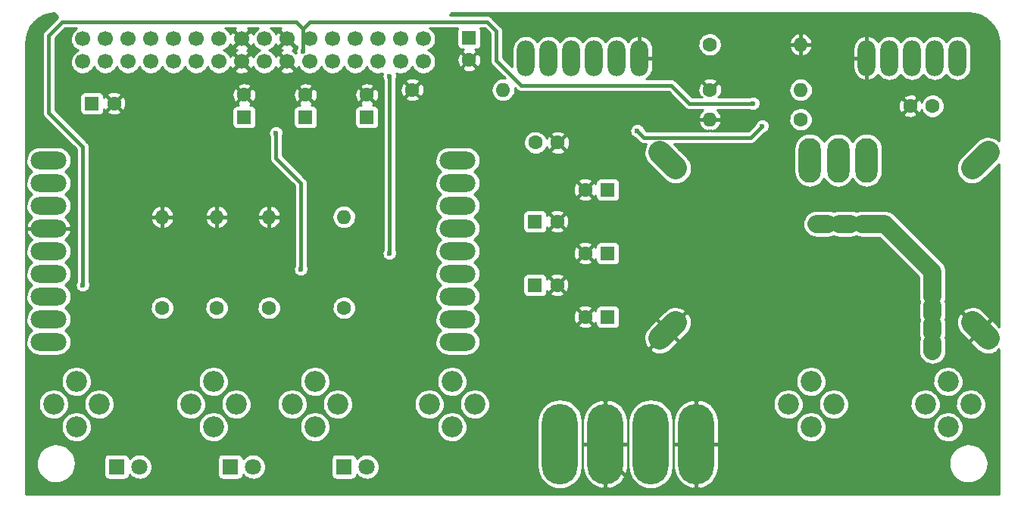
<source format=gbr>
G04 #@! TF.FileFunction,Copper,L1,Top,Signal*
%FSLAX46Y46*%
G04 Gerber Fmt 4.6, Leading zero omitted, Abs format (unit mm)*
G04 Created by KiCad (PCBNEW 4.0.6) date 12/04/17 20:43:38*
%MOMM*%
%LPD*%
G01*
G04 APERTURE LIST*
%ADD10C,0.050000*%
%ADD11C,1.600000*%
%ADD12O,1.600000X1.600000*%
%ADD13R,1.600000X1.600000*%
%ADD14C,1.700000*%
%ADD15C,2.500000*%
%ADD16O,2.500000X5.000000*%
%ADD17O,2.000000X4.000000*%
%ADD18O,4.000000X2.000000*%
%ADD19C,2.350000*%
%ADD20R,1.800000X1.800000*%
%ADD21C,1.800000*%
%ADD22O,4.000000X9.000000*%
%ADD23C,0.600000*%
%ADD24C,0.400000*%
%ADD25C,2.000000*%
%ADD26C,0.254000*%
G04 APERTURE END LIST*
D10*
D11*
X61976000Y-68580000D03*
D12*
X61976000Y-58420000D03*
D13*
X90170000Y-38354000D03*
D11*
X90170000Y-40854000D03*
D13*
X48006000Y-45720000D03*
D11*
X50506000Y-45720000D03*
D13*
X97536000Y-66040000D03*
D11*
X100036000Y-66040000D03*
D13*
X78740000Y-47244000D03*
D11*
X78740000Y-44744000D03*
D13*
X71882000Y-47244000D03*
D11*
X71882000Y-44744000D03*
D13*
X65024000Y-47244000D03*
D11*
X65024000Y-44744000D03*
D13*
X105664000Y-69596000D03*
D11*
X103164000Y-69596000D03*
D13*
X105664000Y-62484000D03*
D11*
X103164000Y-62484000D03*
D13*
X105664000Y-55372000D03*
D11*
X103164000Y-55372000D03*
D14*
X46990000Y-38510000D03*
X46990000Y-41050000D03*
X49530000Y-38510000D03*
X49530000Y-41050000D03*
X52070000Y-38510000D03*
X52070000Y-41050000D03*
X54610000Y-38510000D03*
X54610000Y-41050000D03*
X57150000Y-38510000D03*
X57150000Y-41050000D03*
X59690000Y-38510000D03*
X59690000Y-41050000D03*
X62230000Y-38510000D03*
X62230000Y-41050000D03*
X64770000Y-38510000D03*
X64770000Y-41050000D03*
X67310000Y-38510000D03*
X67310000Y-41050000D03*
X69850000Y-38510000D03*
X69850000Y-41050000D03*
X72390000Y-38510000D03*
X72390000Y-41050000D03*
X74930000Y-38510000D03*
X74930000Y-41050000D03*
X77470000Y-38510000D03*
X77470000Y-41050000D03*
X80010000Y-38510000D03*
X80010000Y-41050000D03*
X82550000Y-38510000D03*
X82550000Y-41050000D03*
X85090000Y-38510000D03*
X85090000Y-41050000D03*
D11*
X117094000Y-39116000D03*
D12*
X127254000Y-39116000D03*
D11*
X76200000Y-68580000D03*
D12*
X76200000Y-58420000D03*
D11*
X83820000Y-44196000D03*
D12*
X93980000Y-44196000D03*
D15*
X148203883Y-72003883D02*
X146436117Y-70236117D01*
X111511117Y-72003883D02*
X113278883Y-70236117D01*
X113278883Y-52953883D02*
X111511117Y-51186117D01*
D16*
X128270000Y-52070000D03*
X131445000Y-52070000D03*
X134620000Y-52070000D03*
D15*
X146436117Y-52953883D02*
X148203883Y-51186117D01*
D17*
X144780000Y-40640000D03*
X142240000Y-40640000D03*
X139700000Y-40640000D03*
X137160000Y-40640000D03*
X134620000Y-40640000D03*
X109220000Y-40640000D03*
X106680000Y-40640000D03*
X104140000Y-40640000D03*
X101600000Y-40640000D03*
X99060000Y-40640000D03*
X96520000Y-40640000D03*
D18*
X43180000Y-54610000D03*
X43180000Y-59690000D03*
X43180000Y-69850000D03*
X88900000Y-52070000D03*
X88900000Y-62230000D03*
X88900000Y-72390000D03*
X43180000Y-52070000D03*
X43180000Y-57150000D03*
X43180000Y-64770000D03*
X43180000Y-67310000D03*
X43180000Y-72390000D03*
X88900000Y-54610000D03*
X88900000Y-57150000D03*
X88900000Y-59690000D03*
X88900000Y-64770000D03*
X88900000Y-67310000D03*
X88900000Y-69850000D03*
X43180000Y-62230000D03*
D19*
X75485000Y-79375000D03*
X70405000Y-79375000D03*
X85725000Y-79375000D03*
X90805000Y-79375000D03*
X72945000Y-81915000D03*
X72945000Y-76835000D03*
X88265000Y-81915000D03*
X88265000Y-76835000D03*
X48815000Y-79375000D03*
X43735000Y-79375000D03*
X59055000Y-79375000D03*
X64135000Y-79375000D03*
X46275000Y-81915000D03*
X46275000Y-76835000D03*
X61595000Y-81915000D03*
X61595000Y-76835000D03*
X141177000Y-79375000D03*
X146257000Y-79375000D03*
X130937000Y-79375000D03*
X125857000Y-79375000D03*
X143717000Y-76835000D03*
X143717000Y-81915000D03*
X128397000Y-76835000D03*
X128397000Y-81915000D03*
D20*
X76200000Y-86360000D03*
D21*
X78740000Y-86360000D03*
D20*
X63500000Y-86360000D03*
D21*
X66040000Y-86360000D03*
D20*
X50800000Y-86360000D03*
D21*
X53340000Y-86360000D03*
D11*
X67818000Y-68580000D03*
D12*
X67818000Y-58420000D03*
D11*
X55880000Y-68580000D03*
D12*
X55880000Y-58420000D03*
D13*
X97536000Y-58928000D03*
D11*
X100036000Y-58928000D03*
X117094000Y-44196000D03*
D12*
X127254000Y-44196000D03*
D11*
X127254000Y-47498000D03*
D12*
X117094000Y-47498000D03*
D11*
X142000000Y-46000000D03*
X139500000Y-46000000D03*
X97600000Y-50100000D03*
X100100000Y-50100000D03*
D22*
X100330000Y-83820000D03*
X105410000Y-83820000D03*
X110490000Y-83820000D03*
X115570000Y-83820000D03*
D23*
X81280000Y-62484000D03*
X81280000Y-42672000D03*
X102870000Y-88646000D03*
X101854000Y-89154000D03*
X100838000Y-89154000D03*
X99822000Y-89154000D03*
X98806000Y-89154000D03*
X97790000Y-89154000D03*
X92075000Y-88265000D03*
X90805000Y-88265000D03*
X89535000Y-88265000D03*
X88265000Y-88265000D03*
X86995000Y-88265000D03*
X85725000Y-88265000D03*
X84455000Y-88265000D03*
X83185000Y-88265000D03*
X83185000Y-86995000D03*
X84455000Y-86995000D03*
X85725000Y-86995000D03*
X86995000Y-86995000D03*
X88265000Y-86995000D03*
X89535000Y-86995000D03*
X90805000Y-86995000D03*
X92075000Y-86995000D03*
X103886000Y-89154000D03*
X104902000Y-89154000D03*
X105918000Y-89154000D03*
X106934000Y-89154000D03*
X102870000Y-87630000D03*
X113030000Y-89154000D03*
X107950000Y-87630000D03*
X107950000Y-88646000D03*
X108966000Y-89154000D03*
X109982000Y-89154000D03*
X110998000Y-89154000D03*
X112014000Y-89154000D03*
X102870000Y-79248000D03*
X103632000Y-79248000D03*
X107188000Y-79248000D03*
X108712000Y-79248000D03*
X102108000Y-79248000D03*
X107950000Y-79248000D03*
X107950000Y-80264000D03*
X102870000Y-80264000D03*
X75184000Y-44704000D03*
X67818000Y-43434000D03*
X67056000Y-42672000D03*
X66294000Y-43434000D03*
X64770000Y-42672000D03*
X71374000Y-43434000D03*
X72136000Y-42672000D03*
X72898000Y-43434000D03*
X73660000Y-42672000D03*
X74422000Y-43434000D03*
X75184000Y-42672000D03*
X75946000Y-43434000D03*
X76708000Y-42672000D03*
X67818000Y-44704000D03*
X68580000Y-42672000D03*
X48514000Y-67310000D03*
X50038000Y-67310000D03*
X50038000Y-65786000D03*
X48514000Y-65786000D03*
X48514000Y-64262000D03*
X50038000Y-64262000D03*
X50038000Y-62738000D03*
X48514000Y-62738000D03*
X48514000Y-61214000D03*
X50038000Y-61214000D03*
X50038000Y-59690000D03*
X48514000Y-59690000D03*
X57658000Y-55626000D03*
X52578000Y-52578000D03*
X54610000Y-52578000D03*
X53594000Y-53594000D03*
X55626000Y-53594000D03*
X54610000Y-54610000D03*
X56642000Y-54610000D03*
X55626000Y-55626000D03*
X120142000Y-55372000D03*
X120142000Y-54102000D03*
X120142000Y-52832000D03*
X122682000Y-52832000D03*
X121412000Y-52832000D03*
X121412000Y-54102000D03*
X121412000Y-55372000D03*
X122682000Y-55372000D03*
X122682000Y-54102000D03*
X122428000Y-68072000D03*
X121158000Y-68072000D03*
X119888000Y-68072000D03*
X119888000Y-66802000D03*
X121158000Y-66802000D03*
X122428000Y-66802000D03*
X122428000Y-65532000D03*
X121158000Y-65532000D03*
X119888000Y-65532000D03*
X97536000Y-54102000D03*
X98806000Y-54102000D03*
X100076000Y-54102000D03*
X100076000Y-52832000D03*
X98806000Y-52832000D03*
X97536000Y-52832000D03*
X96266000Y-52832000D03*
X96266000Y-54102000D03*
X96266000Y-55372000D03*
X97536000Y-55372000D03*
X98806000Y-55372000D03*
X100076000Y-55372000D03*
X121920000Y-45720000D03*
X46990000Y-66040000D03*
X71628000Y-39878000D03*
X129032000Y-59182000D03*
X130302000Y-59182000D03*
X131572000Y-59182000D03*
X132842000Y-59182000D03*
X134112000Y-59182000D03*
X141986000Y-73406000D03*
X141986000Y-72390000D03*
X141986000Y-71374000D03*
X141986000Y-70358000D03*
X141986000Y-69342000D03*
X141986000Y-68326000D03*
X141986000Y-67310000D03*
X68580000Y-49022000D03*
X71374000Y-64262000D03*
X108966000Y-48768000D03*
X122936000Y-48260000D03*
D24*
X81280000Y-42672000D02*
X81280000Y-55118000D01*
X81280000Y-61722000D02*
X81280000Y-55118000D01*
X81280000Y-61722000D02*
X81280000Y-62484000D01*
X97790000Y-89154000D02*
X94234000Y-89154000D01*
X101854000Y-89154000D02*
X100838000Y-89154000D01*
X99822000Y-89154000D02*
X98806000Y-89154000D01*
X89535000Y-88265000D02*
X90805000Y-88265000D01*
X86995000Y-88265000D02*
X88265000Y-88265000D01*
X84455000Y-88265000D02*
X85725000Y-88265000D01*
X83185000Y-86995000D02*
X83185000Y-88265000D01*
X85725000Y-86995000D02*
X84455000Y-86995000D01*
X88265000Y-86995000D02*
X86995000Y-86995000D01*
X90805000Y-86995000D02*
X89535000Y-86995000D01*
X94234000Y-89154000D02*
X92075000Y-86995000D01*
D25*
X57912000Y-55626000D02*
X57658000Y-55626000D01*
X58928000Y-56642000D02*
X58928000Y-58674000D01*
X57912000Y-55626000D02*
X58928000Y-56642000D01*
X58928000Y-58674000D02*
X58928000Y-60960000D01*
X58928000Y-60960000D02*
X65024000Y-67056000D01*
X65024000Y-67056000D02*
X65024000Y-70358000D01*
X65024000Y-70358000D02*
X68580000Y-73914000D01*
X68580000Y-73914000D02*
X70104000Y-73914000D01*
X70104000Y-73914000D02*
X75184000Y-73914000D01*
D24*
X103378000Y-89154000D02*
X103886000Y-89154000D01*
X102870000Y-88646000D02*
X103378000Y-89154000D01*
X107950000Y-88646000D02*
X107442000Y-89154000D01*
X107442000Y-89154000D02*
X106934000Y-89154000D01*
X102870000Y-87630000D02*
X102870000Y-88646000D01*
X105410000Y-85090000D02*
X107950000Y-87630000D01*
X107950000Y-88646000D02*
X108458000Y-89154000D01*
X108458000Y-89154000D02*
X108966000Y-89154000D01*
X109982000Y-89154000D02*
X110998000Y-89154000D01*
X112014000Y-89154000D02*
X113030000Y-89154000D01*
X107950000Y-79248000D02*
X107188000Y-79248000D01*
X102870000Y-79248000D02*
X102108000Y-79248000D01*
X107950000Y-80264000D02*
X107950000Y-79248000D01*
X102870000Y-80264000D02*
X102870000Y-79248000D01*
X54610000Y-45212000D02*
X54610000Y-52578000D01*
X57150000Y-42672000D02*
X54610000Y-45212000D01*
X64770000Y-42672000D02*
X57150000Y-42672000D01*
X74422000Y-43942000D02*
X75184000Y-44704000D01*
X74422000Y-43434000D02*
X74422000Y-43942000D01*
X67056000Y-42672000D02*
X66294000Y-43434000D01*
X72136000Y-42672000D02*
X71374000Y-43434000D01*
X73660000Y-42672000D02*
X72898000Y-43434000D01*
X75184000Y-42672000D02*
X74422000Y-43434000D01*
X76708000Y-42672000D02*
X75946000Y-43434000D01*
X67818000Y-43434000D02*
X67818000Y-44704000D01*
X68580000Y-42672000D02*
X67818000Y-43434000D01*
D25*
X121158000Y-68072000D02*
X121158000Y-71374000D01*
D24*
X50038000Y-59690000D02*
X51562000Y-59690000D01*
X51562000Y-59690000D02*
X55626000Y-55626000D01*
X50038000Y-67310000D02*
X48514000Y-67310000D01*
X48514000Y-65786000D02*
X50038000Y-65786000D01*
X50038000Y-64262000D02*
X48514000Y-64262000D01*
X48514000Y-62738000D02*
X50038000Y-62738000D01*
X50038000Y-61214000D02*
X48514000Y-61214000D01*
X48514000Y-59690000D02*
X50038000Y-59690000D01*
X57658000Y-55626000D02*
X55626000Y-55626000D01*
X54610000Y-52578000D02*
X52578000Y-52578000D01*
X55626000Y-53594000D02*
X53594000Y-53594000D01*
X56642000Y-54610000D02*
X54610000Y-54610000D01*
X120142000Y-54102000D02*
X120142000Y-52832000D01*
D25*
X114046000Y-61468000D02*
X120142000Y-55372000D01*
D24*
X121412000Y-52832000D02*
X121412000Y-54102000D01*
X121412000Y-55372000D02*
X122682000Y-55372000D01*
X122682000Y-54102000D02*
X122682000Y-52832000D01*
X118110000Y-65532000D02*
X119888000Y-65532000D01*
D25*
X100076000Y-55626000D02*
X102616000Y-58166000D01*
X102616000Y-58166000D02*
X110744000Y-58166000D01*
X110744000Y-58166000D02*
X114046000Y-61468000D01*
X114046000Y-61468000D02*
X118110000Y-65532000D01*
X100076000Y-55372000D02*
X100076000Y-55626000D01*
D24*
X121158000Y-68072000D02*
X122428000Y-68072000D01*
X119888000Y-66802000D02*
X119888000Y-68072000D01*
X122428000Y-66802000D02*
X121158000Y-66802000D01*
X121158000Y-65532000D02*
X122428000Y-65532000D01*
X98806000Y-54102000D02*
X97536000Y-54102000D01*
X100076000Y-52832000D02*
X100076000Y-54102000D01*
X97536000Y-52832000D02*
X98806000Y-52832000D01*
X96266000Y-54102000D02*
X96266000Y-52832000D01*
X97536000Y-55372000D02*
X96266000Y-55372000D01*
X100076000Y-55372000D02*
X98806000Y-55372000D01*
X93218000Y-40894000D02*
X96012000Y-43688000D01*
X96012000Y-43688000D02*
X112776000Y-43688000D01*
X112776000Y-43688000D02*
X114808000Y-45720000D01*
X114808000Y-45720000D02*
X121920000Y-45720000D01*
X74676000Y-36576000D02*
X82804000Y-36576000D01*
X92202000Y-36576000D02*
X93218000Y-37592000D01*
X82804000Y-36576000D02*
X92202000Y-36576000D01*
X93218000Y-37592000D02*
X93218000Y-40894000D01*
X72644000Y-36576000D02*
X74676000Y-36576000D01*
X72390000Y-36576000D02*
X72644000Y-36576000D01*
X71628000Y-37338000D02*
X72390000Y-36576000D01*
X64770000Y-36576000D02*
X51562000Y-36576000D01*
X70866000Y-36576000D02*
X64770000Y-36576000D01*
X71628000Y-37338000D02*
X70866000Y-36576000D01*
X46990000Y-50546000D02*
X46990000Y-66040000D01*
X43180000Y-46736000D02*
X46990000Y-50546000D01*
X43180000Y-38100000D02*
X43180000Y-46736000D01*
X44704000Y-36576000D02*
X43180000Y-38100000D01*
X51562000Y-36576000D02*
X44704000Y-36576000D01*
X71628000Y-39878000D02*
X71628000Y-37338000D01*
D25*
X139954000Y-62484000D02*
X141986000Y-64516000D01*
X138938000Y-61468000D02*
X139954000Y-62484000D01*
X129032000Y-59182000D02*
X130302000Y-59182000D01*
X131572000Y-59182000D02*
X132842000Y-59182000D01*
X134112000Y-59182000D02*
X136652000Y-59182000D01*
X136652000Y-59182000D02*
X138938000Y-61468000D01*
X141986000Y-72390000D02*
X141986000Y-73406000D01*
X141986000Y-70358000D02*
X141986000Y-71374000D01*
X141986000Y-68326000D02*
X141986000Y-69342000D01*
X141986000Y-64516000D02*
X141986000Y-67310000D01*
D24*
X68580000Y-49022000D02*
X68580000Y-51816000D01*
X68580000Y-51816000D02*
X71374000Y-54610000D01*
X71374000Y-54610000D02*
X71374000Y-64262000D01*
X109728000Y-49530000D02*
X108966000Y-48768000D01*
X121666000Y-49530000D02*
X109728000Y-49530000D01*
X122936000Y-48260000D02*
X121666000Y-49530000D01*
D26*
G36*
X146659449Y-35669546D02*
X147293778Y-35861062D01*
X147878829Y-36172140D01*
X148392313Y-36590927D01*
X148814677Y-37101477D01*
X149129829Y-37684338D01*
X149325769Y-38317320D01*
X149398000Y-39004547D01*
X149398000Y-49860122D01*
X149213062Y-49706038D01*
X148908570Y-49540022D01*
X148577629Y-49436312D01*
X148232848Y-49398857D01*
X147887358Y-49429084D01*
X147554320Y-49525841D01*
X147246417Y-49685442D01*
X146975378Y-49901809D01*
X146957711Y-49919231D01*
X145169231Y-51707711D01*
X144949101Y-51975703D01*
X144785216Y-52281347D01*
X144683818Y-52613003D01*
X144648771Y-52958037D01*
X144681408Y-53303308D01*
X144780488Y-53635663D01*
X144942236Y-53942444D01*
X145160489Y-54211966D01*
X145426938Y-54433962D01*
X145731431Y-54599977D01*
X146062371Y-54703687D01*
X146407152Y-54741143D01*
X146752642Y-54710916D01*
X147085680Y-54614159D01*
X147393583Y-54454557D01*
X147664622Y-54238190D01*
X147682289Y-54220769D01*
X149398000Y-52505058D01*
X149398000Y-70684943D01*
X148628148Y-69915090D01*
X147423238Y-71120000D01*
X147437380Y-71134142D01*
X147334142Y-71237380D01*
X147320000Y-71223238D01*
X146115090Y-72428148D01*
X146998974Y-73312031D01*
X147277332Y-73521962D01*
X147591298Y-73673554D01*
X147928806Y-73760981D01*
X148276884Y-73780884D01*
X148622157Y-73732498D01*
X148951356Y-73617682D01*
X149188438Y-73483202D01*
X149314486Y-73217726D01*
X149398000Y-73301240D01*
X149398000Y-89398000D01*
X40602000Y-89398000D01*
X40602000Y-86030745D01*
X41798215Y-86030745D01*
X41846119Y-86457822D01*
X41976064Y-86867460D01*
X42183100Y-87244057D01*
X42459341Y-87573269D01*
X42794266Y-87842555D01*
X43175116Y-88041659D01*
X43587386Y-88162997D01*
X44015373Y-88201946D01*
X44442774Y-88157025D01*
X44853309Y-88029943D01*
X45231343Y-87825541D01*
X45562475Y-87551605D01*
X45834093Y-87218568D01*
X46035850Y-86839117D01*
X46160063Y-86427704D01*
X46202000Y-86000000D01*
X46201141Y-85938517D01*
X46147279Y-85512150D01*
X46129931Y-85460000D01*
X49370451Y-85460000D01*
X49370451Y-87260000D01*
X49377143Y-87343923D01*
X49421224Y-87486265D01*
X49503215Y-87610690D01*
X49616624Y-87707348D01*
X49752471Y-87768584D01*
X49900000Y-87789549D01*
X51700000Y-87789549D01*
X51783923Y-87782857D01*
X51926265Y-87738776D01*
X52050690Y-87656785D01*
X52147348Y-87543376D01*
X52208584Y-87407529D01*
X52229000Y-87263862D01*
X52410658Y-87451974D01*
X52640456Y-87611687D01*
X52896899Y-87723725D01*
X53170220Y-87783818D01*
X53450008Y-87789679D01*
X53725605Y-87741084D01*
X53986516Y-87639883D01*
X54222800Y-87489933D01*
X54425459Y-87296943D01*
X54586773Y-87068266D01*
X54700598Y-86812611D01*
X54762598Y-86539716D01*
X54767062Y-86220075D01*
X54712705Y-85945556D01*
X54606063Y-85686822D01*
X54455363Y-85460000D01*
X62070451Y-85460000D01*
X62070451Y-87260000D01*
X62077143Y-87343923D01*
X62121224Y-87486265D01*
X62203215Y-87610690D01*
X62316624Y-87707348D01*
X62452471Y-87768584D01*
X62600000Y-87789549D01*
X64400000Y-87789549D01*
X64483923Y-87782857D01*
X64626265Y-87738776D01*
X64750690Y-87656785D01*
X64847348Y-87543376D01*
X64908584Y-87407529D01*
X64929000Y-87263862D01*
X65110658Y-87451974D01*
X65340456Y-87611687D01*
X65596899Y-87723725D01*
X65870220Y-87783818D01*
X66150008Y-87789679D01*
X66425605Y-87741084D01*
X66686516Y-87639883D01*
X66922800Y-87489933D01*
X67125459Y-87296943D01*
X67286773Y-87068266D01*
X67400598Y-86812611D01*
X67462598Y-86539716D01*
X67467062Y-86220075D01*
X67412705Y-85945556D01*
X67306063Y-85686822D01*
X67155363Y-85460000D01*
X74770451Y-85460000D01*
X74770451Y-87260000D01*
X74777143Y-87343923D01*
X74821224Y-87486265D01*
X74903215Y-87610690D01*
X75016624Y-87707348D01*
X75152471Y-87768584D01*
X75300000Y-87789549D01*
X77100000Y-87789549D01*
X77183923Y-87782857D01*
X77326265Y-87738776D01*
X77450690Y-87656785D01*
X77547348Y-87543376D01*
X77608584Y-87407529D01*
X77629000Y-87263862D01*
X77810658Y-87451974D01*
X78040456Y-87611687D01*
X78296899Y-87723725D01*
X78570220Y-87783818D01*
X78850008Y-87789679D01*
X79125605Y-87741084D01*
X79386516Y-87639883D01*
X79622800Y-87489933D01*
X79825459Y-87296943D01*
X79986773Y-87068266D01*
X80100598Y-86812611D01*
X80162598Y-86539716D01*
X80167062Y-86220075D01*
X80112705Y-85945556D01*
X80006063Y-85686822D01*
X79851197Y-85453730D01*
X79654005Y-85255157D01*
X79422000Y-85098668D01*
X79164017Y-84990222D01*
X78889884Y-84933950D01*
X78610041Y-84931996D01*
X78335149Y-84984435D01*
X78075677Y-85089268D01*
X77841510Y-85242503D01*
X77641565Y-85438304D01*
X77629253Y-85456285D01*
X77622857Y-85376077D01*
X77578776Y-85233735D01*
X77496785Y-85109310D01*
X77383376Y-85012652D01*
X77247529Y-84951416D01*
X77100000Y-84930451D01*
X75300000Y-84930451D01*
X75216077Y-84937143D01*
X75073735Y-84981224D01*
X74949310Y-85063215D01*
X74852652Y-85176624D01*
X74791416Y-85312471D01*
X74770451Y-85460000D01*
X67155363Y-85460000D01*
X67151197Y-85453730D01*
X66954005Y-85255157D01*
X66722000Y-85098668D01*
X66464017Y-84990222D01*
X66189884Y-84933950D01*
X65910041Y-84931996D01*
X65635149Y-84984435D01*
X65375677Y-85089268D01*
X65141510Y-85242503D01*
X64941565Y-85438304D01*
X64929253Y-85456285D01*
X64922857Y-85376077D01*
X64878776Y-85233735D01*
X64796785Y-85109310D01*
X64683376Y-85012652D01*
X64547529Y-84951416D01*
X64400000Y-84930451D01*
X62600000Y-84930451D01*
X62516077Y-84937143D01*
X62373735Y-84981224D01*
X62249310Y-85063215D01*
X62152652Y-85176624D01*
X62091416Y-85312471D01*
X62070451Y-85460000D01*
X54455363Y-85460000D01*
X54451197Y-85453730D01*
X54254005Y-85255157D01*
X54022000Y-85098668D01*
X53764017Y-84990222D01*
X53489884Y-84933950D01*
X53210041Y-84931996D01*
X52935149Y-84984435D01*
X52675677Y-85089268D01*
X52441510Y-85242503D01*
X52241565Y-85438304D01*
X52229253Y-85456285D01*
X52222857Y-85376077D01*
X52178776Y-85233735D01*
X52096785Y-85109310D01*
X51983376Y-85012652D01*
X51847529Y-84951416D01*
X51700000Y-84930451D01*
X49900000Y-84930451D01*
X49816077Y-84937143D01*
X49673735Y-84981224D01*
X49549310Y-85063215D01*
X49452652Y-85176624D01*
X49391416Y-85312471D01*
X49370451Y-85460000D01*
X46129931Y-85460000D01*
X46011627Y-85104366D01*
X45799353Y-84730696D01*
X45518542Y-84405374D01*
X45179891Y-84140790D01*
X44796297Y-83947023D01*
X44382373Y-83831453D01*
X43953885Y-83798483D01*
X43527153Y-83849368D01*
X43118431Y-83982169D01*
X42743289Y-84191829D01*
X42416014Y-84470362D01*
X42149072Y-84807159D01*
X41952632Y-85189390D01*
X41834176Y-85602497D01*
X41798215Y-86030745D01*
X40602000Y-86030745D01*
X40602000Y-82058109D01*
X44570763Y-82058109D01*
X44631017Y-82386405D01*
X44753889Y-82696745D01*
X44934700Y-82977309D01*
X45166563Y-83217409D01*
X45440645Y-83407902D01*
X45746508Y-83541530D01*
X46072501Y-83613204D01*
X46406208Y-83620195D01*
X46734916Y-83562234D01*
X47046107Y-83441532D01*
X47327926Y-83262684D01*
X47569639Y-83032503D01*
X47762041Y-82759757D01*
X47897801Y-82454834D01*
X47971749Y-82129349D01*
X47972743Y-82058109D01*
X59890763Y-82058109D01*
X59951017Y-82386405D01*
X60073889Y-82696745D01*
X60254700Y-82977309D01*
X60486563Y-83217409D01*
X60760645Y-83407902D01*
X61066508Y-83541530D01*
X61392501Y-83613204D01*
X61726208Y-83620195D01*
X62054916Y-83562234D01*
X62366107Y-83441532D01*
X62647926Y-83262684D01*
X62889639Y-83032503D01*
X63082041Y-82759757D01*
X63217801Y-82454834D01*
X63291749Y-82129349D01*
X63292743Y-82058109D01*
X71240763Y-82058109D01*
X71301017Y-82386405D01*
X71423889Y-82696745D01*
X71604700Y-82977309D01*
X71836563Y-83217409D01*
X72110645Y-83407902D01*
X72416508Y-83541530D01*
X72742501Y-83613204D01*
X73076208Y-83620195D01*
X73404916Y-83562234D01*
X73716107Y-83441532D01*
X73997926Y-83262684D01*
X74239639Y-83032503D01*
X74432041Y-82759757D01*
X74567801Y-82454834D01*
X74641749Y-82129349D01*
X74642743Y-82058109D01*
X86560763Y-82058109D01*
X86621017Y-82386405D01*
X86743889Y-82696745D01*
X86924700Y-82977309D01*
X87156563Y-83217409D01*
X87430645Y-83407902D01*
X87736508Y-83541530D01*
X88062501Y-83613204D01*
X88396208Y-83620195D01*
X88724916Y-83562234D01*
X89036107Y-83441532D01*
X89317926Y-83262684D01*
X89559639Y-83032503D01*
X89752041Y-82759757D01*
X89887801Y-82454834D01*
X89961749Y-82129349D01*
X89967073Y-81748110D01*
X89902241Y-81420688D01*
X89850716Y-81295676D01*
X97803000Y-81295676D01*
X97803000Y-86344324D01*
X97851126Y-86835154D01*
X97993672Y-87307289D01*
X98225208Y-87742744D01*
X98536915Y-88124935D01*
X98916920Y-88439302D01*
X99350748Y-88673872D01*
X99821876Y-88819711D01*
X100312358Y-88871262D01*
X100803513Y-88826564D01*
X101276631Y-88687318D01*
X101713692Y-88458827D01*
X102098049Y-88149796D01*
X102415062Y-87771996D01*
X102652655Y-87339815D01*
X102801779Y-86869717D01*
X102856754Y-86379606D01*
X102857000Y-86344324D01*
X102857000Y-83893000D01*
X102883000Y-83893000D01*
X102883000Y-86393000D01*
X102945797Y-86884591D01*
X103103292Y-87354485D01*
X103349433Y-87784624D01*
X103674760Y-88158478D01*
X104066771Y-88461681D01*
X104510402Y-88682580D01*
X104942754Y-88803427D01*
X105337000Y-88714137D01*
X105337000Y-83893000D01*
X105483000Y-83893000D01*
X105483000Y-88714137D01*
X105877246Y-88803427D01*
X106309598Y-88682580D01*
X106753229Y-88461681D01*
X107145240Y-88158478D01*
X107470567Y-87784624D01*
X107716708Y-87354485D01*
X107874203Y-86884591D01*
X107937000Y-86393000D01*
X107937000Y-83893000D01*
X105483000Y-83893000D01*
X105337000Y-83893000D01*
X102883000Y-83893000D01*
X102857000Y-83893000D01*
X102857000Y-81295676D01*
X102852228Y-81247000D01*
X102883000Y-81247000D01*
X102883000Y-83747000D01*
X105337000Y-83747000D01*
X105337000Y-78925863D01*
X105483000Y-78925863D01*
X105483000Y-83747000D01*
X107937000Y-83747000D01*
X107937000Y-81295676D01*
X107963000Y-81295676D01*
X107963000Y-86344324D01*
X108011126Y-86835154D01*
X108153672Y-87307289D01*
X108385208Y-87742744D01*
X108696915Y-88124935D01*
X109076920Y-88439302D01*
X109510748Y-88673872D01*
X109981876Y-88819711D01*
X110472358Y-88871262D01*
X110963513Y-88826564D01*
X111436631Y-88687318D01*
X111873692Y-88458827D01*
X112258049Y-88149796D01*
X112575062Y-87771996D01*
X112812655Y-87339815D01*
X112961779Y-86869717D01*
X113016754Y-86379606D01*
X113017000Y-86344324D01*
X113017000Y-83893000D01*
X113043000Y-83893000D01*
X113043000Y-86393000D01*
X113105797Y-86884591D01*
X113263292Y-87354485D01*
X113509433Y-87784624D01*
X113834760Y-88158478D01*
X114226771Y-88461681D01*
X114670402Y-88682580D01*
X115102754Y-88803427D01*
X115497000Y-88714137D01*
X115497000Y-83893000D01*
X115643000Y-83893000D01*
X115643000Y-88714137D01*
X116037246Y-88803427D01*
X116469598Y-88682580D01*
X116913229Y-88461681D01*
X117305240Y-88158478D01*
X117630567Y-87784624D01*
X117876708Y-87354485D01*
X118034203Y-86884591D01*
X118097000Y-86393000D01*
X118097000Y-86030745D01*
X143798215Y-86030745D01*
X143846119Y-86457822D01*
X143976064Y-86867460D01*
X144183100Y-87244057D01*
X144459341Y-87573269D01*
X144794266Y-87842555D01*
X145175116Y-88041659D01*
X145587386Y-88162997D01*
X146015373Y-88201946D01*
X146442774Y-88157025D01*
X146853309Y-88029943D01*
X147231343Y-87825541D01*
X147562475Y-87551605D01*
X147834093Y-87218568D01*
X148035850Y-86839117D01*
X148160063Y-86427704D01*
X148202000Y-86000000D01*
X148201141Y-85938517D01*
X148147279Y-85512150D01*
X148011627Y-85104366D01*
X147799353Y-84730696D01*
X147518542Y-84405374D01*
X147179891Y-84140790D01*
X146796297Y-83947023D01*
X146382373Y-83831453D01*
X145953885Y-83798483D01*
X145527153Y-83849368D01*
X145118431Y-83982169D01*
X144743289Y-84191829D01*
X144416014Y-84470362D01*
X144149072Y-84807159D01*
X143952632Y-85189390D01*
X143834176Y-85602497D01*
X143798215Y-86030745D01*
X118097000Y-86030745D01*
X118097000Y-83893000D01*
X115643000Y-83893000D01*
X115497000Y-83893000D01*
X113043000Y-83893000D01*
X113017000Y-83893000D01*
X113017000Y-81295676D01*
X113012228Y-81247000D01*
X113043000Y-81247000D01*
X113043000Y-83747000D01*
X115497000Y-83747000D01*
X115497000Y-78925863D01*
X115643000Y-78925863D01*
X115643000Y-83747000D01*
X118097000Y-83747000D01*
X118097000Y-82058109D01*
X126692763Y-82058109D01*
X126753017Y-82386405D01*
X126875889Y-82696745D01*
X127056700Y-82977309D01*
X127288563Y-83217409D01*
X127562645Y-83407902D01*
X127868508Y-83541530D01*
X128194501Y-83613204D01*
X128528208Y-83620195D01*
X128856916Y-83562234D01*
X129168107Y-83441532D01*
X129449926Y-83262684D01*
X129691639Y-83032503D01*
X129884041Y-82759757D01*
X130019801Y-82454834D01*
X130093749Y-82129349D01*
X130094743Y-82058109D01*
X142012763Y-82058109D01*
X142073017Y-82386405D01*
X142195889Y-82696745D01*
X142376700Y-82977309D01*
X142608563Y-83217409D01*
X142882645Y-83407902D01*
X143188508Y-83541530D01*
X143514501Y-83613204D01*
X143848208Y-83620195D01*
X144176916Y-83562234D01*
X144488107Y-83441532D01*
X144769926Y-83262684D01*
X145011639Y-83032503D01*
X145204041Y-82759757D01*
X145339801Y-82454834D01*
X145413749Y-82129349D01*
X145419073Y-81748110D01*
X145354241Y-81420688D01*
X145227048Y-81112093D01*
X145042337Y-80834081D01*
X144807145Y-80597241D01*
X144530429Y-80410594D01*
X144222730Y-80281250D01*
X143895768Y-80214134D01*
X143561997Y-80211804D01*
X143234130Y-80274348D01*
X142924655Y-80399384D01*
X142645360Y-80582149D01*
X142406884Y-80815682D01*
X142218310Y-81091088D01*
X142086820Y-81397876D01*
X142017423Y-81724362D01*
X142012763Y-82058109D01*
X130094743Y-82058109D01*
X130099073Y-81748110D01*
X130034241Y-81420688D01*
X129907048Y-81112093D01*
X129722337Y-80834081D01*
X129487145Y-80597241D01*
X129210429Y-80410594D01*
X128902730Y-80281250D01*
X128575768Y-80214134D01*
X128241997Y-80211804D01*
X127914130Y-80274348D01*
X127604655Y-80399384D01*
X127325360Y-80582149D01*
X127086884Y-80815682D01*
X126898310Y-81091088D01*
X126766820Y-81397876D01*
X126697423Y-81724362D01*
X126692763Y-82058109D01*
X118097000Y-82058109D01*
X118097000Y-81247000D01*
X118034203Y-80755409D01*
X117876708Y-80285515D01*
X117630567Y-79855376D01*
X117337078Y-79518109D01*
X124152763Y-79518109D01*
X124213017Y-79846405D01*
X124335889Y-80156745D01*
X124516700Y-80437309D01*
X124748563Y-80677409D01*
X125022645Y-80867902D01*
X125328508Y-81001530D01*
X125654501Y-81073204D01*
X125988208Y-81080195D01*
X126316916Y-81022234D01*
X126628107Y-80901532D01*
X126909926Y-80722684D01*
X127151639Y-80492503D01*
X127344041Y-80219757D01*
X127479801Y-79914834D01*
X127553749Y-79589349D01*
X127554743Y-79518109D01*
X129232763Y-79518109D01*
X129293017Y-79846405D01*
X129415889Y-80156745D01*
X129596700Y-80437309D01*
X129828563Y-80677409D01*
X130102645Y-80867902D01*
X130408508Y-81001530D01*
X130734501Y-81073204D01*
X131068208Y-81080195D01*
X131396916Y-81022234D01*
X131708107Y-80901532D01*
X131989926Y-80722684D01*
X132231639Y-80492503D01*
X132424041Y-80219757D01*
X132559801Y-79914834D01*
X132633749Y-79589349D01*
X132634743Y-79518109D01*
X139472763Y-79518109D01*
X139533017Y-79846405D01*
X139655889Y-80156745D01*
X139836700Y-80437309D01*
X140068563Y-80677409D01*
X140342645Y-80867902D01*
X140648508Y-81001530D01*
X140974501Y-81073204D01*
X141308208Y-81080195D01*
X141636916Y-81022234D01*
X141948107Y-80901532D01*
X142229926Y-80722684D01*
X142471639Y-80492503D01*
X142664041Y-80219757D01*
X142799801Y-79914834D01*
X142873749Y-79589349D01*
X142874743Y-79518109D01*
X144552763Y-79518109D01*
X144613017Y-79846405D01*
X144735889Y-80156745D01*
X144916700Y-80437309D01*
X145148563Y-80677409D01*
X145422645Y-80867902D01*
X145728508Y-81001530D01*
X146054501Y-81073204D01*
X146388208Y-81080195D01*
X146716916Y-81022234D01*
X147028107Y-80901532D01*
X147309926Y-80722684D01*
X147551639Y-80492503D01*
X147744041Y-80219757D01*
X147879801Y-79914834D01*
X147953749Y-79589349D01*
X147959073Y-79208110D01*
X147894241Y-78880688D01*
X147767048Y-78572093D01*
X147582337Y-78294081D01*
X147347145Y-78057241D01*
X147070429Y-77870594D01*
X146762730Y-77741250D01*
X146435768Y-77674134D01*
X146101997Y-77671804D01*
X145774130Y-77734348D01*
X145464655Y-77859384D01*
X145185360Y-78042149D01*
X144946884Y-78275682D01*
X144758310Y-78551088D01*
X144626820Y-78857876D01*
X144557423Y-79184362D01*
X144552763Y-79518109D01*
X142874743Y-79518109D01*
X142879073Y-79208110D01*
X142814241Y-78880688D01*
X142687048Y-78572093D01*
X142502337Y-78294081D01*
X142267145Y-78057241D01*
X141990429Y-77870594D01*
X141682730Y-77741250D01*
X141355768Y-77674134D01*
X141021997Y-77671804D01*
X140694130Y-77734348D01*
X140384655Y-77859384D01*
X140105360Y-78042149D01*
X139866884Y-78275682D01*
X139678310Y-78551088D01*
X139546820Y-78857876D01*
X139477423Y-79184362D01*
X139472763Y-79518109D01*
X132634743Y-79518109D01*
X132639073Y-79208110D01*
X132574241Y-78880688D01*
X132447048Y-78572093D01*
X132262337Y-78294081D01*
X132027145Y-78057241D01*
X131750429Y-77870594D01*
X131442730Y-77741250D01*
X131115768Y-77674134D01*
X130781997Y-77671804D01*
X130454130Y-77734348D01*
X130144655Y-77859384D01*
X129865360Y-78042149D01*
X129626884Y-78275682D01*
X129438310Y-78551088D01*
X129306820Y-78857876D01*
X129237423Y-79184362D01*
X129232763Y-79518109D01*
X127554743Y-79518109D01*
X127559073Y-79208110D01*
X127494241Y-78880688D01*
X127367048Y-78572093D01*
X127182337Y-78294081D01*
X126947145Y-78057241D01*
X126670429Y-77870594D01*
X126362730Y-77741250D01*
X126035768Y-77674134D01*
X125701997Y-77671804D01*
X125374130Y-77734348D01*
X125064655Y-77859384D01*
X124785360Y-78042149D01*
X124546884Y-78275682D01*
X124358310Y-78551088D01*
X124226820Y-78857876D01*
X124157423Y-79184362D01*
X124152763Y-79518109D01*
X117337078Y-79518109D01*
X117305240Y-79481522D01*
X116913229Y-79178319D01*
X116469598Y-78957420D01*
X116037246Y-78836573D01*
X115643000Y-78925863D01*
X115497000Y-78925863D01*
X115102754Y-78836573D01*
X114670402Y-78957420D01*
X114226771Y-79178319D01*
X113834760Y-79481522D01*
X113509433Y-79855376D01*
X113263292Y-80285515D01*
X113105797Y-80755409D01*
X113043000Y-81247000D01*
X113012228Y-81247000D01*
X112968874Y-80804846D01*
X112826328Y-80332711D01*
X112594792Y-79897256D01*
X112283085Y-79515065D01*
X111903080Y-79200698D01*
X111469252Y-78966128D01*
X110998124Y-78820289D01*
X110507642Y-78768738D01*
X110016487Y-78813436D01*
X109543369Y-78952682D01*
X109106308Y-79181173D01*
X108721951Y-79490204D01*
X108404938Y-79868004D01*
X108167345Y-80300185D01*
X108018221Y-80770283D01*
X107963246Y-81260394D01*
X107963000Y-81295676D01*
X107937000Y-81295676D01*
X107937000Y-81247000D01*
X107874203Y-80755409D01*
X107716708Y-80285515D01*
X107470567Y-79855376D01*
X107145240Y-79481522D01*
X106753229Y-79178319D01*
X106309598Y-78957420D01*
X105877246Y-78836573D01*
X105483000Y-78925863D01*
X105337000Y-78925863D01*
X104942754Y-78836573D01*
X104510402Y-78957420D01*
X104066771Y-79178319D01*
X103674760Y-79481522D01*
X103349433Y-79855376D01*
X103103292Y-80285515D01*
X102945797Y-80755409D01*
X102883000Y-81247000D01*
X102852228Y-81247000D01*
X102808874Y-80804846D01*
X102666328Y-80332711D01*
X102434792Y-79897256D01*
X102123085Y-79515065D01*
X101743080Y-79200698D01*
X101309252Y-78966128D01*
X100838124Y-78820289D01*
X100347642Y-78768738D01*
X99856487Y-78813436D01*
X99383369Y-78952682D01*
X98946308Y-79181173D01*
X98561951Y-79490204D01*
X98244938Y-79868004D01*
X98007345Y-80300185D01*
X97858221Y-80770283D01*
X97803246Y-81260394D01*
X97803000Y-81295676D01*
X89850716Y-81295676D01*
X89775048Y-81112093D01*
X89590337Y-80834081D01*
X89355145Y-80597241D01*
X89078429Y-80410594D01*
X88770730Y-80281250D01*
X88443768Y-80214134D01*
X88109997Y-80211804D01*
X87782130Y-80274348D01*
X87472655Y-80399384D01*
X87193360Y-80582149D01*
X86954884Y-80815682D01*
X86766310Y-81091088D01*
X86634820Y-81397876D01*
X86565423Y-81724362D01*
X86560763Y-82058109D01*
X74642743Y-82058109D01*
X74647073Y-81748110D01*
X74582241Y-81420688D01*
X74455048Y-81112093D01*
X74270337Y-80834081D01*
X74035145Y-80597241D01*
X73758429Y-80410594D01*
X73450730Y-80281250D01*
X73123768Y-80214134D01*
X72789997Y-80211804D01*
X72462130Y-80274348D01*
X72152655Y-80399384D01*
X71873360Y-80582149D01*
X71634884Y-80815682D01*
X71446310Y-81091088D01*
X71314820Y-81397876D01*
X71245423Y-81724362D01*
X71240763Y-82058109D01*
X63292743Y-82058109D01*
X63297073Y-81748110D01*
X63232241Y-81420688D01*
X63105048Y-81112093D01*
X62920337Y-80834081D01*
X62685145Y-80597241D01*
X62408429Y-80410594D01*
X62100730Y-80281250D01*
X61773768Y-80214134D01*
X61439997Y-80211804D01*
X61112130Y-80274348D01*
X60802655Y-80399384D01*
X60523360Y-80582149D01*
X60284884Y-80815682D01*
X60096310Y-81091088D01*
X59964820Y-81397876D01*
X59895423Y-81724362D01*
X59890763Y-82058109D01*
X47972743Y-82058109D01*
X47977073Y-81748110D01*
X47912241Y-81420688D01*
X47785048Y-81112093D01*
X47600337Y-80834081D01*
X47365145Y-80597241D01*
X47088429Y-80410594D01*
X46780730Y-80281250D01*
X46453768Y-80214134D01*
X46119997Y-80211804D01*
X45792130Y-80274348D01*
X45482655Y-80399384D01*
X45203360Y-80582149D01*
X44964884Y-80815682D01*
X44776310Y-81091088D01*
X44644820Y-81397876D01*
X44575423Y-81724362D01*
X44570763Y-82058109D01*
X40602000Y-82058109D01*
X40602000Y-79518109D01*
X42030763Y-79518109D01*
X42091017Y-79846405D01*
X42213889Y-80156745D01*
X42394700Y-80437309D01*
X42626563Y-80677409D01*
X42900645Y-80867902D01*
X43206508Y-81001530D01*
X43532501Y-81073204D01*
X43866208Y-81080195D01*
X44194916Y-81022234D01*
X44506107Y-80901532D01*
X44787926Y-80722684D01*
X45029639Y-80492503D01*
X45222041Y-80219757D01*
X45357801Y-79914834D01*
X45431749Y-79589349D01*
X45432743Y-79518109D01*
X47110763Y-79518109D01*
X47171017Y-79846405D01*
X47293889Y-80156745D01*
X47474700Y-80437309D01*
X47706563Y-80677409D01*
X47980645Y-80867902D01*
X48286508Y-81001530D01*
X48612501Y-81073204D01*
X48946208Y-81080195D01*
X49274916Y-81022234D01*
X49586107Y-80901532D01*
X49867926Y-80722684D01*
X50109639Y-80492503D01*
X50302041Y-80219757D01*
X50437801Y-79914834D01*
X50511749Y-79589349D01*
X50512743Y-79518109D01*
X57350763Y-79518109D01*
X57411017Y-79846405D01*
X57533889Y-80156745D01*
X57714700Y-80437309D01*
X57946563Y-80677409D01*
X58220645Y-80867902D01*
X58526508Y-81001530D01*
X58852501Y-81073204D01*
X59186208Y-81080195D01*
X59514916Y-81022234D01*
X59826107Y-80901532D01*
X60107926Y-80722684D01*
X60349639Y-80492503D01*
X60542041Y-80219757D01*
X60677801Y-79914834D01*
X60751749Y-79589349D01*
X60752743Y-79518109D01*
X62430763Y-79518109D01*
X62491017Y-79846405D01*
X62613889Y-80156745D01*
X62794700Y-80437309D01*
X63026563Y-80677409D01*
X63300645Y-80867902D01*
X63606508Y-81001530D01*
X63932501Y-81073204D01*
X64266208Y-81080195D01*
X64594916Y-81022234D01*
X64906107Y-80901532D01*
X65187926Y-80722684D01*
X65429639Y-80492503D01*
X65622041Y-80219757D01*
X65757801Y-79914834D01*
X65831749Y-79589349D01*
X65832743Y-79518109D01*
X68700763Y-79518109D01*
X68761017Y-79846405D01*
X68883889Y-80156745D01*
X69064700Y-80437309D01*
X69296563Y-80677409D01*
X69570645Y-80867902D01*
X69876508Y-81001530D01*
X70202501Y-81073204D01*
X70536208Y-81080195D01*
X70864916Y-81022234D01*
X71176107Y-80901532D01*
X71457926Y-80722684D01*
X71699639Y-80492503D01*
X71892041Y-80219757D01*
X72027801Y-79914834D01*
X72101749Y-79589349D01*
X72102743Y-79518109D01*
X73780763Y-79518109D01*
X73841017Y-79846405D01*
X73963889Y-80156745D01*
X74144700Y-80437309D01*
X74376563Y-80677409D01*
X74650645Y-80867902D01*
X74956508Y-81001530D01*
X75282501Y-81073204D01*
X75616208Y-81080195D01*
X75944916Y-81022234D01*
X76256107Y-80901532D01*
X76537926Y-80722684D01*
X76779639Y-80492503D01*
X76972041Y-80219757D01*
X77107801Y-79914834D01*
X77181749Y-79589349D01*
X77182743Y-79518109D01*
X84020763Y-79518109D01*
X84081017Y-79846405D01*
X84203889Y-80156745D01*
X84384700Y-80437309D01*
X84616563Y-80677409D01*
X84890645Y-80867902D01*
X85196508Y-81001530D01*
X85522501Y-81073204D01*
X85856208Y-81080195D01*
X86184916Y-81022234D01*
X86496107Y-80901532D01*
X86777926Y-80722684D01*
X87019639Y-80492503D01*
X87212041Y-80219757D01*
X87347801Y-79914834D01*
X87421749Y-79589349D01*
X87422743Y-79518109D01*
X89100763Y-79518109D01*
X89161017Y-79846405D01*
X89283889Y-80156745D01*
X89464700Y-80437309D01*
X89696563Y-80677409D01*
X89970645Y-80867902D01*
X90276508Y-81001530D01*
X90602501Y-81073204D01*
X90936208Y-81080195D01*
X91264916Y-81022234D01*
X91576107Y-80901532D01*
X91857926Y-80722684D01*
X92099639Y-80492503D01*
X92292041Y-80219757D01*
X92427801Y-79914834D01*
X92501749Y-79589349D01*
X92507073Y-79208110D01*
X92442241Y-78880688D01*
X92315048Y-78572093D01*
X92130337Y-78294081D01*
X91895145Y-78057241D01*
X91618429Y-77870594D01*
X91310730Y-77741250D01*
X90983768Y-77674134D01*
X90649997Y-77671804D01*
X90322130Y-77734348D01*
X90012655Y-77859384D01*
X89733360Y-78042149D01*
X89494884Y-78275682D01*
X89306310Y-78551088D01*
X89174820Y-78857876D01*
X89105423Y-79184362D01*
X89100763Y-79518109D01*
X87422743Y-79518109D01*
X87427073Y-79208110D01*
X87362241Y-78880688D01*
X87235048Y-78572093D01*
X87050337Y-78294081D01*
X86815145Y-78057241D01*
X86538429Y-77870594D01*
X86230730Y-77741250D01*
X85903768Y-77674134D01*
X85569997Y-77671804D01*
X85242130Y-77734348D01*
X84932655Y-77859384D01*
X84653360Y-78042149D01*
X84414884Y-78275682D01*
X84226310Y-78551088D01*
X84094820Y-78857876D01*
X84025423Y-79184362D01*
X84020763Y-79518109D01*
X77182743Y-79518109D01*
X77187073Y-79208110D01*
X77122241Y-78880688D01*
X76995048Y-78572093D01*
X76810337Y-78294081D01*
X76575145Y-78057241D01*
X76298429Y-77870594D01*
X75990730Y-77741250D01*
X75663768Y-77674134D01*
X75329997Y-77671804D01*
X75002130Y-77734348D01*
X74692655Y-77859384D01*
X74413360Y-78042149D01*
X74174884Y-78275682D01*
X73986310Y-78551088D01*
X73854820Y-78857876D01*
X73785423Y-79184362D01*
X73780763Y-79518109D01*
X72102743Y-79518109D01*
X72107073Y-79208110D01*
X72042241Y-78880688D01*
X71915048Y-78572093D01*
X71730337Y-78294081D01*
X71495145Y-78057241D01*
X71218429Y-77870594D01*
X70910730Y-77741250D01*
X70583768Y-77674134D01*
X70249997Y-77671804D01*
X69922130Y-77734348D01*
X69612655Y-77859384D01*
X69333360Y-78042149D01*
X69094884Y-78275682D01*
X68906310Y-78551088D01*
X68774820Y-78857876D01*
X68705423Y-79184362D01*
X68700763Y-79518109D01*
X65832743Y-79518109D01*
X65837073Y-79208110D01*
X65772241Y-78880688D01*
X65645048Y-78572093D01*
X65460337Y-78294081D01*
X65225145Y-78057241D01*
X64948429Y-77870594D01*
X64640730Y-77741250D01*
X64313768Y-77674134D01*
X63979997Y-77671804D01*
X63652130Y-77734348D01*
X63342655Y-77859384D01*
X63063360Y-78042149D01*
X62824884Y-78275682D01*
X62636310Y-78551088D01*
X62504820Y-78857876D01*
X62435423Y-79184362D01*
X62430763Y-79518109D01*
X60752743Y-79518109D01*
X60757073Y-79208110D01*
X60692241Y-78880688D01*
X60565048Y-78572093D01*
X60380337Y-78294081D01*
X60145145Y-78057241D01*
X59868429Y-77870594D01*
X59560730Y-77741250D01*
X59233768Y-77674134D01*
X58899997Y-77671804D01*
X58572130Y-77734348D01*
X58262655Y-77859384D01*
X57983360Y-78042149D01*
X57744884Y-78275682D01*
X57556310Y-78551088D01*
X57424820Y-78857876D01*
X57355423Y-79184362D01*
X57350763Y-79518109D01*
X50512743Y-79518109D01*
X50517073Y-79208110D01*
X50452241Y-78880688D01*
X50325048Y-78572093D01*
X50140337Y-78294081D01*
X49905145Y-78057241D01*
X49628429Y-77870594D01*
X49320730Y-77741250D01*
X48993768Y-77674134D01*
X48659997Y-77671804D01*
X48332130Y-77734348D01*
X48022655Y-77859384D01*
X47743360Y-78042149D01*
X47504884Y-78275682D01*
X47316310Y-78551088D01*
X47184820Y-78857876D01*
X47115423Y-79184362D01*
X47110763Y-79518109D01*
X45432743Y-79518109D01*
X45437073Y-79208110D01*
X45372241Y-78880688D01*
X45245048Y-78572093D01*
X45060337Y-78294081D01*
X44825145Y-78057241D01*
X44548429Y-77870594D01*
X44240730Y-77741250D01*
X43913768Y-77674134D01*
X43579997Y-77671804D01*
X43252130Y-77734348D01*
X42942655Y-77859384D01*
X42663360Y-78042149D01*
X42424884Y-78275682D01*
X42236310Y-78551088D01*
X42104820Y-78857876D01*
X42035423Y-79184362D01*
X42030763Y-79518109D01*
X40602000Y-79518109D01*
X40602000Y-76978109D01*
X44570763Y-76978109D01*
X44631017Y-77306405D01*
X44753889Y-77616745D01*
X44934700Y-77897309D01*
X45166563Y-78137409D01*
X45440645Y-78327902D01*
X45746508Y-78461530D01*
X46072501Y-78533204D01*
X46406208Y-78540195D01*
X46734916Y-78482234D01*
X47046107Y-78361532D01*
X47327926Y-78182684D01*
X47569639Y-77952503D01*
X47762041Y-77679757D01*
X47897801Y-77374834D01*
X47971749Y-77049349D01*
X47972743Y-76978109D01*
X59890763Y-76978109D01*
X59951017Y-77306405D01*
X60073889Y-77616745D01*
X60254700Y-77897309D01*
X60486563Y-78137409D01*
X60760645Y-78327902D01*
X61066508Y-78461530D01*
X61392501Y-78533204D01*
X61726208Y-78540195D01*
X62054916Y-78482234D01*
X62366107Y-78361532D01*
X62647926Y-78182684D01*
X62889639Y-77952503D01*
X63082041Y-77679757D01*
X63217801Y-77374834D01*
X63291749Y-77049349D01*
X63292743Y-76978109D01*
X71240763Y-76978109D01*
X71301017Y-77306405D01*
X71423889Y-77616745D01*
X71604700Y-77897309D01*
X71836563Y-78137409D01*
X72110645Y-78327902D01*
X72416508Y-78461530D01*
X72742501Y-78533204D01*
X73076208Y-78540195D01*
X73404916Y-78482234D01*
X73716107Y-78361532D01*
X73997926Y-78182684D01*
X74239639Y-77952503D01*
X74432041Y-77679757D01*
X74567801Y-77374834D01*
X74641749Y-77049349D01*
X74642743Y-76978109D01*
X86560763Y-76978109D01*
X86621017Y-77306405D01*
X86743889Y-77616745D01*
X86924700Y-77897309D01*
X87156563Y-78137409D01*
X87430645Y-78327902D01*
X87736508Y-78461530D01*
X88062501Y-78533204D01*
X88396208Y-78540195D01*
X88724916Y-78482234D01*
X89036107Y-78361532D01*
X89317926Y-78182684D01*
X89559639Y-77952503D01*
X89752041Y-77679757D01*
X89887801Y-77374834D01*
X89961749Y-77049349D01*
X89962743Y-76978109D01*
X126692763Y-76978109D01*
X126753017Y-77306405D01*
X126875889Y-77616745D01*
X127056700Y-77897309D01*
X127288563Y-78137409D01*
X127562645Y-78327902D01*
X127868508Y-78461530D01*
X128194501Y-78533204D01*
X128528208Y-78540195D01*
X128856916Y-78482234D01*
X129168107Y-78361532D01*
X129449926Y-78182684D01*
X129691639Y-77952503D01*
X129884041Y-77679757D01*
X130019801Y-77374834D01*
X130093749Y-77049349D01*
X130094743Y-76978109D01*
X142012763Y-76978109D01*
X142073017Y-77306405D01*
X142195889Y-77616745D01*
X142376700Y-77897309D01*
X142608563Y-78137409D01*
X142882645Y-78327902D01*
X143188508Y-78461530D01*
X143514501Y-78533204D01*
X143848208Y-78540195D01*
X144176916Y-78482234D01*
X144488107Y-78361532D01*
X144769926Y-78182684D01*
X145011639Y-77952503D01*
X145204041Y-77679757D01*
X145339801Y-77374834D01*
X145413749Y-77049349D01*
X145419073Y-76668110D01*
X145354241Y-76340688D01*
X145227048Y-76032093D01*
X145042337Y-75754081D01*
X144807145Y-75517241D01*
X144530429Y-75330594D01*
X144222730Y-75201250D01*
X143895768Y-75134134D01*
X143561997Y-75131804D01*
X143234130Y-75194348D01*
X142924655Y-75319384D01*
X142645360Y-75502149D01*
X142406884Y-75735682D01*
X142218310Y-76011088D01*
X142086820Y-76317876D01*
X142017423Y-76644362D01*
X142012763Y-76978109D01*
X130094743Y-76978109D01*
X130099073Y-76668110D01*
X130034241Y-76340688D01*
X129907048Y-76032093D01*
X129722337Y-75754081D01*
X129487145Y-75517241D01*
X129210429Y-75330594D01*
X128902730Y-75201250D01*
X128575768Y-75134134D01*
X128241997Y-75131804D01*
X127914130Y-75194348D01*
X127604655Y-75319384D01*
X127325360Y-75502149D01*
X127086884Y-75735682D01*
X126898310Y-76011088D01*
X126766820Y-76317876D01*
X126697423Y-76644362D01*
X126692763Y-76978109D01*
X89962743Y-76978109D01*
X89967073Y-76668110D01*
X89902241Y-76340688D01*
X89775048Y-76032093D01*
X89590337Y-75754081D01*
X89355145Y-75517241D01*
X89078429Y-75330594D01*
X88770730Y-75201250D01*
X88443768Y-75134134D01*
X88109997Y-75131804D01*
X87782130Y-75194348D01*
X87472655Y-75319384D01*
X87193360Y-75502149D01*
X86954884Y-75735682D01*
X86766310Y-76011088D01*
X86634820Y-76317876D01*
X86565423Y-76644362D01*
X86560763Y-76978109D01*
X74642743Y-76978109D01*
X74647073Y-76668110D01*
X74582241Y-76340688D01*
X74455048Y-76032093D01*
X74270337Y-75754081D01*
X74035145Y-75517241D01*
X73758429Y-75330594D01*
X73450730Y-75201250D01*
X73123768Y-75134134D01*
X72789997Y-75131804D01*
X72462130Y-75194348D01*
X72152655Y-75319384D01*
X71873360Y-75502149D01*
X71634884Y-75735682D01*
X71446310Y-76011088D01*
X71314820Y-76317876D01*
X71245423Y-76644362D01*
X71240763Y-76978109D01*
X63292743Y-76978109D01*
X63297073Y-76668110D01*
X63232241Y-76340688D01*
X63105048Y-76032093D01*
X62920337Y-75754081D01*
X62685145Y-75517241D01*
X62408429Y-75330594D01*
X62100730Y-75201250D01*
X61773768Y-75134134D01*
X61439997Y-75131804D01*
X61112130Y-75194348D01*
X60802655Y-75319384D01*
X60523360Y-75502149D01*
X60284884Y-75735682D01*
X60096310Y-76011088D01*
X59964820Y-76317876D01*
X59895423Y-76644362D01*
X59890763Y-76978109D01*
X47972743Y-76978109D01*
X47977073Y-76668110D01*
X47912241Y-76340688D01*
X47785048Y-76032093D01*
X47600337Y-75754081D01*
X47365145Y-75517241D01*
X47088429Y-75330594D01*
X46780730Y-75201250D01*
X46453768Y-75134134D01*
X46119997Y-75131804D01*
X45792130Y-75194348D01*
X45482655Y-75319384D01*
X45203360Y-75502149D01*
X44964884Y-75735682D01*
X44776310Y-76011088D01*
X44644820Y-76317876D01*
X44575423Y-76644362D01*
X44570763Y-76978109D01*
X40602000Y-76978109D01*
X40602000Y-62219340D01*
X40640810Y-62219340D01*
X40667820Y-62516131D01*
X40751963Y-62802024D01*
X40890034Y-63066129D01*
X41076773Y-63298386D01*
X41305068Y-63489948D01*
X41321619Y-63499047D01*
X41091797Y-63686485D01*
X40901833Y-63916112D01*
X40760088Y-64178264D01*
X40671962Y-64462954D01*
X40640810Y-64759340D01*
X40667820Y-65056131D01*
X40751963Y-65342024D01*
X40890034Y-65606129D01*
X41076773Y-65838386D01*
X41305068Y-66029948D01*
X41321619Y-66039047D01*
X41091797Y-66226485D01*
X40901833Y-66456112D01*
X40760088Y-66718264D01*
X40671962Y-67002954D01*
X40640810Y-67299340D01*
X40667820Y-67596131D01*
X40751963Y-67882024D01*
X40890034Y-68146129D01*
X41076773Y-68378386D01*
X41305068Y-68569948D01*
X41321619Y-68579047D01*
X41091797Y-68766485D01*
X40901833Y-68996112D01*
X40760088Y-69258264D01*
X40671962Y-69542954D01*
X40640810Y-69839340D01*
X40667820Y-70136131D01*
X40751963Y-70422024D01*
X40890034Y-70686129D01*
X41076773Y-70918386D01*
X41305068Y-71109948D01*
X41321619Y-71119047D01*
X41091797Y-71306485D01*
X40901833Y-71536112D01*
X40760088Y-71798264D01*
X40671962Y-72082954D01*
X40640810Y-72379340D01*
X40667820Y-72676131D01*
X40751963Y-72962024D01*
X40890034Y-73226129D01*
X41076773Y-73458386D01*
X41305068Y-73649948D01*
X41566224Y-73793520D01*
X41850292Y-73883631D01*
X42146453Y-73916851D01*
X42167773Y-73917000D01*
X44192227Y-73917000D01*
X44488823Y-73887919D01*
X44774121Y-73801782D01*
X45037256Y-73661871D01*
X45268203Y-73473515D01*
X45458167Y-73243888D01*
X45599912Y-72981736D01*
X45688038Y-72697046D01*
X45719190Y-72400660D01*
X45692180Y-72103869D01*
X45608037Y-71817976D01*
X45469966Y-71553871D01*
X45283227Y-71321614D01*
X45054932Y-71130052D01*
X45038381Y-71120953D01*
X45268203Y-70933515D01*
X45458167Y-70703888D01*
X45599912Y-70441736D01*
X45688038Y-70157046D01*
X45719190Y-69860660D01*
X45692180Y-69563869D01*
X45608037Y-69277976D01*
X45469966Y-69013871D01*
X45283227Y-68781614D01*
X45175927Y-68691578D01*
X54551255Y-68691578D01*
X54598233Y-68947541D01*
X54694034Y-69189504D01*
X54835007Y-69408251D01*
X55015783Y-69595451D01*
X55229478Y-69743973D01*
X55467950Y-69848159D01*
X55722118Y-69904041D01*
X55982299Y-69909491D01*
X56238583Y-69864301D01*
X56481210Y-69770193D01*
X56700936Y-69630750D01*
X56889393Y-69451285D01*
X57039403Y-69238632D01*
X57145251Y-69000893D01*
X57202907Y-68747122D01*
X57203682Y-68691578D01*
X60647255Y-68691578D01*
X60694233Y-68947541D01*
X60790034Y-69189504D01*
X60931007Y-69408251D01*
X61111783Y-69595451D01*
X61325478Y-69743973D01*
X61563950Y-69848159D01*
X61818118Y-69904041D01*
X62078299Y-69909491D01*
X62334583Y-69864301D01*
X62577210Y-69770193D01*
X62796936Y-69630750D01*
X62985393Y-69451285D01*
X63135403Y-69238632D01*
X63241251Y-69000893D01*
X63298907Y-68747122D01*
X63299682Y-68691578D01*
X66489255Y-68691578D01*
X66536233Y-68947541D01*
X66632034Y-69189504D01*
X66773007Y-69408251D01*
X66953783Y-69595451D01*
X67167478Y-69743973D01*
X67405950Y-69848159D01*
X67660118Y-69904041D01*
X67920299Y-69909491D01*
X68176583Y-69864301D01*
X68419210Y-69770193D01*
X68638936Y-69630750D01*
X68827393Y-69451285D01*
X68977403Y-69238632D01*
X69083251Y-69000893D01*
X69140907Y-68747122D01*
X69141682Y-68691578D01*
X74871255Y-68691578D01*
X74918233Y-68947541D01*
X75014034Y-69189504D01*
X75155007Y-69408251D01*
X75335783Y-69595451D01*
X75549478Y-69743973D01*
X75787950Y-69848159D01*
X76042118Y-69904041D01*
X76302299Y-69909491D01*
X76558583Y-69864301D01*
X76801210Y-69770193D01*
X77020936Y-69630750D01*
X77209393Y-69451285D01*
X77359403Y-69238632D01*
X77465251Y-69000893D01*
X77522907Y-68747122D01*
X77527057Y-68449881D01*
X77476510Y-68194599D01*
X77377341Y-67953997D01*
X77233327Y-67737239D01*
X77049955Y-67552581D01*
X76834207Y-67407058D01*
X76594303Y-67306212D01*
X76339380Y-67253884D01*
X76079149Y-67252067D01*
X75823520Y-67300831D01*
X75582231Y-67398318D01*
X75364473Y-67540814D01*
X75178540Y-67722894D01*
X75031514Y-67937620D01*
X74928996Y-68176814D01*
X74874889Y-68431365D01*
X74871255Y-68691578D01*
X69141682Y-68691578D01*
X69145057Y-68449881D01*
X69094510Y-68194599D01*
X68995341Y-67953997D01*
X68851327Y-67737239D01*
X68667955Y-67552581D01*
X68452207Y-67407058D01*
X68212303Y-67306212D01*
X67957380Y-67253884D01*
X67697149Y-67252067D01*
X67441520Y-67300831D01*
X67200231Y-67398318D01*
X66982473Y-67540814D01*
X66796540Y-67722894D01*
X66649514Y-67937620D01*
X66546996Y-68176814D01*
X66492889Y-68431365D01*
X66489255Y-68691578D01*
X63299682Y-68691578D01*
X63303057Y-68449881D01*
X63252510Y-68194599D01*
X63153341Y-67953997D01*
X63009327Y-67737239D01*
X62825955Y-67552581D01*
X62610207Y-67407058D01*
X62370303Y-67306212D01*
X62115380Y-67253884D01*
X61855149Y-67252067D01*
X61599520Y-67300831D01*
X61358231Y-67398318D01*
X61140473Y-67540814D01*
X60954540Y-67722894D01*
X60807514Y-67937620D01*
X60704996Y-68176814D01*
X60650889Y-68431365D01*
X60647255Y-68691578D01*
X57203682Y-68691578D01*
X57207057Y-68449881D01*
X57156510Y-68194599D01*
X57057341Y-67953997D01*
X56913327Y-67737239D01*
X56729955Y-67552581D01*
X56514207Y-67407058D01*
X56274303Y-67306212D01*
X56019380Y-67253884D01*
X55759149Y-67252067D01*
X55503520Y-67300831D01*
X55262231Y-67398318D01*
X55044473Y-67540814D01*
X54858540Y-67722894D01*
X54711514Y-67937620D01*
X54608996Y-68176814D01*
X54554889Y-68431365D01*
X54551255Y-68691578D01*
X45175927Y-68691578D01*
X45054932Y-68590052D01*
X45038381Y-68580953D01*
X45268203Y-68393515D01*
X45458167Y-68163888D01*
X45599912Y-67901736D01*
X45688038Y-67617046D01*
X45719190Y-67320660D01*
X45692180Y-67023869D01*
X45608037Y-66737976D01*
X45469966Y-66473871D01*
X45283227Y-66241614D01*
X45054932Y-66050052D01*
X45038381Y-66040953D01*
X45268203Y-65853515D01*
X45458167Y-65623888D01*
X45599912Y-65361736D01*
X45688038Y-65077046D01*
X45719190Y-64780660D01*
X45692180Y-64483869D01*
X45608037Y-64197976D01*
X45469966Y-63933871D01*
X45283227Y-63701614D01*
X45054932Y-63510052D01*
X45038381Y-63500953D01*
X45268203Y-63313515D01*
X45458167Y-63083888D01*
X45599912Y-62821736D01*
X45688038Y-62537046D01*
X45719190Y-62240660D01*
X45692180Y-61943869D01*
X45608037Y-61657976D01*
X45469966Y-61393871D01*
X45283227Y-61161614D01*
X45054932Y-60970052D01*
X45028293Y-60955407D01*
X45089053Y-60919098D01*
X45311371Y-60718134D01*
X45490211Y-60477659D01*
X45618700Y-60206915D01*
X45675056Y-60000704D01*
X45573339Y-59763000D01*
X43253000Y-59763000D01*
X43253000Y-59783000D01*
X43107000Y-59783000D01*
X43107000Y-59763000D01*
X40786661Y-59763000D01*
X40684944Y-60000704D01*
X40741300Y-60206915D01*
X40869789Y-60477659D01*
X41048629Y-60718134D01*
X41270947Y-60919098D01*
X41329897Y-60954326D01*
X41322744Y-60958129D01*
X41091797Y-61146485D01*
X40901833Y-61376112D01*
X40760088Y-61638264D01*
X40671962Y-61922954D01*
X40640810Y-62219340D01*
X40602000Y-62219340D01*
X40602000Y-52059340D01*
X40640810Y-52059340D01*
X40667820Y-52356131D01*
X40751963Y-52642024D01*
X40890034Y-52906129D01*
X41076773Y-53138386D01*
X41305068Y-53329948D01*
X41321619Y-53339047D01*
X41091797Y-53526485D01*
X40901833Y-53756112D01*
X40760088Y-54018264D01*
X40671962Y-54302954D01*
X40640810Y-54599340D01*
X40667820Y-54896131D01*
X40751963Y-55182024D01*
X40890034Y-55446129D01*
X41076773Y-55678386D01*
X41305068Y-55869948D01*
X41321619Y-55879047D01*
X41091797Y-56066485D01*
X40901833Y-56296112D01*
X40760088Y-56558264D01*
X40671962Y-56842954D01*
X40640810Y-57139340D01*
X40667820Y-57436131D01*
X40751963Y-57722024D01*
X40890034Y-57986129D01*
X41076773Y-58218386D01*
X41305068Y-58409948D01*
X41331707Y-58424593D01*
X41270947Y-58460902D01*
X41048629Y-58661866D01*
X40869789Y-58902341D01*
X40741300Y-59173085D01*
X40684944Y-59379296D01*
X40786661Y-59617000D01*
X43107000Y-59617000D01*
X43107000Y-59597000D01*
X43253000Y-59597000D01*
X43253000Y-59617000D01*
X45573339Y-59617000D01*
X45675056Y-59379296D01*
X45618700Y-59173085D01*
X45490211Y-58902341D01*
X45311371Y-58661866D01*
X45089053Y-58460902D01*
X45030103Y-58425674D01*
X45037256Y-58421871D01*
X45268203Y-58233515D01*
X45458167Y-58003888D01*
X45599912Y-57741736D01*
X45688038Y-57457046D01*
X45719190Y-57160660D01*
X45692180Y-56863869D01*
X45608037Y-56577976D01*
X45469966Y-56313871D01*
X45283227Y-56081614D01*
X45054932Y-55890052D01*
X45038381Y-55880953D01*
X45268203Y-55693515D01*
X45458167Y-55463888D01*
X45599912Y-55201736D01*
X45688038Y-54917046D01*
X45719190Y-54620660D01*
X45692180Y-54323869D01*
X45608037Y-54037976D01*
X45469966Y-53773871D01*
X45283227Y-53541614D01*
X45054932Y-53350052D01*
X45038381Y-53340953D01*
X45268203Y-53153515D01*
X45458167Y-52923888D01*
X45599912Y-52661736D01*
X45688038Y-52377046D01*
X45719190Y-52080660D01*
X45692180Y-51783869D01*
X45608037Y-51497976D01*
X45469966Y-51233871D01*
X45283227Y-51001614D01*
X45054932Y-50810052D01*
X44793776Y-50666480D01*
X44509708Y-50576369D01*
X44213547Y-50543149D01*
X44192227Y-50543000D01*
X42167773Y-50543000D01*
X41871177Y-50572081D01*
X41585879Y-50658218D01*
X41322744Y-50798129D01*
X41091797Y-50986485D01*
X40901833Y-51216112D01*
X40760088Y-51478264D01*
X40671962Y-51762954D01*
X40640810Y-52059340D01*
X40602000Y-52059340D01*
X40602000Y-39029444D01*
X40669546Y-38340551D01*
X40861062Y-37706222D01*
X41172140Y-37121171D01*
X41590927Y-36607687D01*
X42101477Y-36185323D01*
X42684338Y-35870171D01*
X43317320Y-35674231D01*
X43774792Y-35626148D01*
X44074322Y-35925678D01*
X44117299Y-35960980D01*
X44159890Y-35996718D01*
X44162661Y-35998241D01*
X44165110Y-36000253D01*
X44214185Y-36026567D01*
X44225052Y-36032541D01*
X44197161Y-36054806D01*
X44191842Y-36060052D01*
X44191731Y-36060142D01*
X44191646Y-36060244D01*
X44189933Y-36061934D01*
X42665933Y-37585933D01*
X42623319Y-37637813D01*
X42580142Y-37689269D01*
X42578298Y-37692623D01*
X42575875Y-37695573D01*
X42544152Y-37754736D01*
X42511789Y-37813604D01*
X42510634Y-37817245D01*
X42508826Y-37820617D01*
X42489169Y-37884910D01*
X42468887Y-37948848D01*
X42468462Y-37952641D01*
X42467342Y-37956303D01*
X42460548Y-38023194D01*
X42453071Y-38089849D01*
X42453019Y-38097317D01*
X42453004Y-38097462D01*
X42453017Y-38097597D01*
X42453000Y-38100000D01*
X42453000Y-46736000D01*
X42459552Y-46802819D01*
X42465406Y-46869733D01*
X42466473Y-46873406D01*
X42466846Y-46877208D01*
X42486251Y-46941482D01*
X42504991Y-47005984D01*
X42506750Y-47009377D01*
X42507855Y-47013038D01*
X42539414Y-47072392D01*
X42570287Y-47131952D01*
X42572668Y-47134935D01*
X42574466Y-47138316D01*
X42616946Y-47190401D01*
X42658806Y-47242839D01*
X42664055Y-47248163D01*
X42664142Y-47248269D01*
X42664240Y-47248350D01*
X42665933Y-47250067D01*
X46263000Y-50847133D01*
X46263000Y-65637892D01*
X46261788Y-65639662D01*
X46197898Y-65788730D01*
X46164178Y-65947369D01*
X46161913Y-66109536D01*
X46191191Y-66269055D01*
X46250894Y-66419849D01*
X46338750Y-66556174D01*
X46451412Y-66672839D01*
X46584588Y-66765399D01*
X46733207Y-66830329D01*
X46891606Y-66865155D01*
X47053754Y-66868552D01*
X47213473Y-66840389D01*
X47364680Y-66781740D01*
X47501615Y-66694838D01*
X47619064Y-66582993D01*
X47712551Y-66450466D01*
X47778517Y-66302305D01*
X47814448Y-66144152D01*
X47817035Y-65958909D01*
X47785533Y-65799814D01*
X47723730Y-65649869D01*
X47717000Y-65639739D01*
X47717000Y-58699376D01*
X54582739Y-58699376D01*
X54662169Y-58947091D01*
X54788400Y-59174550D01*
X54956580Y-59373012D01*
X55160247Y-59534850D01*
X55391573Y-59653845D01*
X55600624Y-59717258D01*
X55807000Y-59613019D01*
X55807000Y-58493000D01*
X55953000Y-58493000D01*
X55953000Y-59613019D01*
X56159376Y-59717258D01*
X56368427Y-59653845D01*
X56599753Y-59534850D01*
X56803420Y-59373012D01*
X56971600Y-59174550D01*
X57097831Y-58947091D01*
X57177261Y-58699376D01*
X60678739Y-58699376D01*
X60758169Y-58947091D01*
X60884400Y-59174550D01*
X61052580Y-59373012D01*
X61256247Y-59534850D01*
X61487573Y-59653845D01*
X61696624Y-59717258D01*
X61903000Y-59613019D01*
X61903000Y-58493000D01*
X62049000Y-58493000D01*
X62049000Y-59613019D01*
X62255376Y-59717258D01*
X62464427Y-59653845D01*
X62695753Y-59534850D01*
X62899420Y-59373012D01*
X63067600Y-59174550D01*
X63193831Y-58947091D01*
X63273261Y-58699376D01*
X66520739Y-58699376D01*
X66600169Y-58947091D01*
X66726400Y-59174550D01*
X66894580Y-59373012D01*
X67098247Y-59534850D01*
X67329573Y-59653845D01*
X67538624Y-59717258D01*
X67745000Y-59613019D01*
X67745000Y-58493000D01*
X67891000Y-58493000D01*
X67891000Y-59613019D01*
X68097376Y-59717258D01*
X68306427Y-59653845D01*
X68537753Y-59534850D01*
X68741420Y-59373012D01*
X68909600Y-59174550D01*
X69035831Y-58947091D01*
X69115261Y-58699376D01*
X69011244Y-58493000D01*
X67891000Y-58493000D01*
X67745000Y-58493000D01*
X66624756Y-58493000D01*
X66520739Y-58699376D01*
X63273261Y-58699376D01*
X63169244Y-58493000D01*
X62049000Y-58493000D01*
X61903000Y-58493000D01*
X60782756Y-58493000D01*
X60678739Y-58699376D01*
X57177261Y-58699376D01*
X57073244Y-58493000D01*
X55953000Y-58493000D01*
X55807000Y-58493000D01*
X54686756Y-58493000D01*
X54582739Y-58699376D01*
X47717000Y-58699376D01*
X47717000Y-58140624D01*
X54582739Y-58140624D01*
X54686756Y-58347000D01*
X55807000Y-58347000D01*
X55807000Y-57226981D01*
X55953000Y-57226981D01*
X55953000Y-58347000D01*
X57073244Y-58347000D01*
X57177261Y-58140624D01*
X60678739Y-58140624D01*
X60782756Y-58347000D01*
X61903000Y-58347000D01*
X61903000Y-57226981D01*
X62049000Y-57226981D01*
X62049000Y-58347000D01*
X63169244Y-58347000D01*
X63273261Y-58140624D01*
X66520739Y-58140624D01*
X66624756Y-58347000D01*
X67745000Y-58347000D01*
X67745000Y-57226981D01*
X67891000Y-57226981D01*
X67891000Y-58347000D01*
X69011244Y-58347000D01*
X69115261Y-58140624D01*
X69035831Y-57892909D01*
X68909600Y-57665450D01*
X68741420Y-57466988D01*
X68537753Y-57305150D01*
X68306427Y-57186155D01*
X68097376Y-57122742D01*
X67891000Y-57226981D01*
X67745000Y-57226981D01*
X67538624Y-57122742D01*
X67329573Y-57186155D01*
X67098247Y-57305150D01*
X66894580Y-57466988D01*
X66726400Y-57665450D01*
X66600169Y-57892909D01*
X66520739Y-58140624D01*
X63273261Y-58140624D01*
X63193831Y-57892909D01*
X63067600Y-57665450D01*
X62899420Y-57466988D01*
X62695753Y-57305150D01*
X62464427Y-57186155D01*
X62255376Y-57122742D01*
X62049000Y-57226981D01*
X61903000Y-57226981D01*
X61696624Y-57122742D01*
X61487573Y-57186155D01*
X61256247Y-57305150D01*
X61052580Y-57466988D01*
X60884400Y-57665450D01*
X60758169Y-57892909D01*
X60678739Y-58140624D01*
X57177261Y-58140624D01*
X57097831Y-57892909D01*
X56971600Y-57665450D01*
X56803420Y-57466988D01*
X56599753Y-57305150D01*
X56368427Y-57186155D01*
X56159376Y-57122742D01*
X55953000Y-57226981D01*
X55807000Y-57226981D01*
X55600624Y-57122742D01*
X55391573Y-57186155D01*
X55160247Y-57305150D01*
X54956580Y-57466988D01*
X54788400Y-57665450D01*
X54662169Y-57892909D01*
X54582739Y-58140624D01*
X47717000Y-58140624D01*
X47717000Y-50546000D01*
X47710453Y-50479227D01*
X47704595Y-50412267D01*
X47703526Y-50408589D01*
X47703154Y-50404792D01*
X47683761Y-50340559D01*
X47665009Y-50276016D01*
X47663250Y-50272623D01*
X47662145Y-50268962D01*
X47630607Y-50209648D01*
X47599714Y-50150048D01*
X47597330Y-50147061D01*
X47595534Y-50143684D01*
X47553057Y-50091602D01*
X47511194Y-50039162D01*
X47505949Y-50033843D01*
X47505858Y-50033731D01*
X47505754Y-50033645D01*
X47504067Y-50031934D01*
X46563670Y-49091536D01*
X67751913Y-49091536D01*
X67781191Y-49251055D01*
X67840894Y-49401849D01*
X67853000Y-49420634D01*
X67853000Y-51816000D01*
X67859552Y-51882819D01*
X67865406Y-51949733D01*
X67866473Y-51953406D01*
X67866846Y-51957208D01*
X67886251Y-52021482D01*
X67904991Y-52085984D01*
X67906750Y-52089377D01*
X67907855Y-52093038D01*
X67939414Y-52152392D01*
X67970287Y-52211952D01*
X67972668Y-52214935D01*
X67974466Y-52218316D01*
X68016946Y-52270401D01*
X68058806Y-52322839D01*
X68064055Y-52328163D01*
X68064142Y-52328269D01*
X68064240Y-52328350D01*
X68065933Y-52330067D01*
X70647000Y-54911133D01*
X70647000Y-63859892D01*
X70645788Y-63861662D01*
X70581898Y-64010730D01*
X70548178Y-64169369D01*
X70545913Y-64331536D01*
X70575191Y-64491055D01*
X70634894Y-64641849D01*
X70722750Y-64778174D01*
X70835412Y-64894839D01*
X70968588Y-64987399D01*
X71117207Y-65052329D01*
X71275606Y-65087155D01*
X71437754Y-65090552D01*
X71597473Y-65062389D01*
X71748680Y-65003740D01*
X71885615Y-64916838D01*
X72003064Y-64804993D01*
X72096551Y-64672466D01*
X72162517Y-64524305D01*
X72198448Y-64366152D01*
X72201035Y-64180909D01*
X72169533Y-64021814D01*
X72107730Y-63871869D01*
X72101000Y-63861739D01*
X72101000Y-58413579D01*
X74873000Y-58413579D01*
X74873000Y-58426421D01*
X74898273Y-58684170D01*
X74973127Y-58932101D01*
X75094714Y-59160772D01*
X75258400Y-59361471D01*
X75457951Y-59526554D01*
X75685767Y-59649733D01*
X75933170Y-59726317D01*
X76190736Y-59753389D01*
X76448655Y-59729916D01*
X76697103Y-59656794D01*
X76926616Y-59536807D01*
X77128453Y-59374526D01*
X77294926Y-59176132D01*
X77419693Y-58949182D01*
X77498002Y-58702320D01*
X77526871Y-58444949D01*
X77527000Y-58426421D01*
X77527000Y-58413579D01*
X77501727Y-58155830D01*
X77426873Y-57907899D01*
X77305286Y-57679228D01*
X77141600Y-57478529D01*
X76942049Y-57313446D01*
X76714233Y-57190267D01*
X76466830Y-57113683D01*
X76209264Y-57086611D01*
X75951345Y-57110084D01*
X75702897Y-57183206D01*
X75473384Y-57303193D01*
X75271547Y-57465474D01*
X75105074Y-57663868D01*
X74980307Y-57890818D01*
X74901998Y-58137680D01*
X74873129Y-58395051D01*
X74873000Y-58413579D01*
X72101000Y-58413579D01*
X72101000Y-54610000D01*
X72094453Y-54543227D01*
X72088595Y-54476267D01*
X72087526Y-54472589D01*
X72087154Y-54468792D01*
X72067761Y-54404559D01*
X72049009Y-54340016D01*
X72047250Y-54336623D01*
X72046145Y-54332962D01*
X72014607Y-54273648D01*
X71983714Y-54214048D01*
X71981330Y-54211061D01*
X71979534Y-54207684D01*
X71937057Y-54155602D01*
X71895194Y-54103162D01*
X71889949Y-54097843D01*
X71889858Y-54097731D01*
X71889754Y-54097645D01*
X71888067Y-54095934D01*
X69307000Y-51514866D01*
X69307000Y-49422473D01*
X69368517Y-49284305D01*
X69404448Y-49126152D01*
X69407035Y-48940909D01*
X69375533Y-48781814D01*
X69313730Y-48631869D01*
X69223980Y-48496783D01*
X69109700Y-48381703D01*
X68975244Y-48291011D01*
X68825734Y-48228163D01*
X68666863Y-48195551D01*
X68504684Y-48194419D01*
X68345374Y-48224809D01*
X68195001Y-48285564D01*
X68059292Y-48374369D01*
X67943416Y-48487843D01*
X67851788Y-48621662D01*
X67787898Y-48770730D01*
X67754178Y-48929369D01*
X67751913Y-49091536D01*
X46563670Y-49091536D01*
X43907000Y-46434866D01*
X43907000Y-44920000D01*
X46676451Y-44920000D01*
X46676451Y-46520000D01*
X46683143Y-46603923D01*
X46727224Y-46746265D01*
X46809215Y-46870690D01*
X46922624Y-46967348D01*
X47058471Y-47028584D01*
X47206000Y-47049549D01*
X48806000Y-47049549D01*
X48889923Y-47042857D01*
X49032265Y-46998776D01*
X49156690Y-46916785D01*
X49253348Y-46803376D01*
X49314584Y-46667529D01*
X49321372Y-46619759D01*
X49709478Y-46619759D01*
X49782469Y-46840050D01*
X50014882Y-46959683D01*
X50266168Y-47031675D01*
X50526672Y-47053260D01*
X50786381Y-47023609D01*
X51035315Y-46943860D01*
X51229531Y-46840050D01*
X51302522Y-46619759D01*
X50506000Y-45823238D01*
X49709478Y-46619759D01*
X49321372Y-46619759D01*
X49335549Y-46520000D01*
X49335549Y-46349237D01*
X49385950Y-46443531D01*
X49606241Y-46516522D01*
X50402762Y-45720000D01*
X50609238Y-45720000D01*
X51405759Y-46516522D01*
X51624634Y-46444000D01*
X63694451Y-46444000D01*
X63694451Y-48044000D01*
X63701143Y-48127923D01*
X63745224Y-48270265D01*
X63827215Y-48394690D01*
X63940624Y-48491348D01*
X64076471Y-48552584D01*
X64224000Y-48573549D01*
X65824000Y-48573549D01*
X65907923Y-48566857D01*
X66050265Y-48522776D01*
X66174690Y-48440785D01*
X66271348Y-48327376D01*
X66332584Y-48191529D01*
X66353549Y-48044000D01*
X66353549Y-46444000D01*
X70552451Y-46444000D01*
X70552451Y-48044000D01*
X70559143Y-48127923D01*
X70603224Y-48270265D01*
X70685215Y-48394690D01*
X70798624Y-48491348D01*
X70934471Y-48552584D01*
X71082000Y-48573549D01*
X72682000Y-48573549D01*
X72765923Y-48566857D01*
X72908265Y-48522776D01*
X73032690Y-48440785D01*
X73129348Y-48327376D01*
X73190584Y-48191529D01*
X73211549Y-48044000D01*
X73211549Y-46444000D01*
X77410451Y-46444000D01*
X77410451Y-48044000D01*
X77417143Y-48127923D01*
X77461224Y-48270265D01*
X77543215Y-48394690D01*
X77656624Y-48491348D01*
X77792471Y-48552584D01*
X77940000Y-48573549D01*
X79540000Y-48573549D01*
X79623923Y-48566857D01*
X79766265Y-48522776D01*
X79890690Y-48440785D01*
X79987348Y-48327376D01*
X80048584Y-48191529D01*
X80069549Y-48044000D01*
X80069549Y-46444000D01*
X80062857Y-46360077D01*
X80018776Y-46217735D01*
X79936785Y-46093310D01*
X79823376Y-45996652D01*
X79687529Y-45935416D01*
X79540000Y-45914451D01*
X79369237Y-45914451D01*
X79463531Y-45864050D01*
X79536522Y-45643759D01*
X78740000Y-44847238D01*
X77943478Y-45643759D01*
X78016469Y-45864050D01*
X78114384Y-45914451D01*
X77940000Y-45914451D01*
X77856077Y-45921143D01*
X77713735Y-45965224D01*
X77589310Y-46047215D01*
X77492652Y-46160624D01*
X77431416Y-46296471D01*
X77410451Y-46444000D01*
X73211549Y-46444000D01*
X73204857Y-46360077D01*
X73160776Y-46217735D01*
X73078785Y-46093310D01*
X72965376Y-45996652D01*
X72829529Y-45935416D01*
X72682000Y-45914451D01*
X72511237Y-45914451D01*
X72605531Y-45864050D01*
X72678522Y-45643759D01*
X71882000Y-44847238D01*
X71085478Y-45643759D01*
X71158469Y-45864050D01*
X71256384Y-45914451D01*
X71082000Y-45914451D01*
X70998077Y-45921143D01*
X70855735Y-45965224D01*
X70731310Y-46047215D01*
X70634652Y-46160624D01*
X70573416Y-46296471D01*
X70552451Y-46444000D01*
X66353549Y-46444000D01*
X66346857Y-46360077D01*
X66302776Y-46217735D01*
X66220785Y-46093310D01*
X66107376Y-45996652D01*
X65971529Y-45935416D01*
X65824000Y-45914451D01*
X65653237Y-45914451D01*
X65747531Y-45864050D01*
X65820522Y-45643759D01*
X65024000Y-44847238D01*
X64227478Y-45643759D01*
X64300469Y-45864050D01*
X64398384Y-45914451D01*
X64224000Y-45914451D01*
X64140077Y-45921143D01*
X63997735Y-45965224D01*
X63873310Y-46047215D01*
X63776652Y-46160624D01*
X63715416Y-46296471D01*
X63694451Y-46444000D01*
X51624634Y-46444000D01*
X51626050Y-46443531D01*
X51745683Y-46211118D01*
X51817675Y-45959832D01*
X51839260Y-45699328D01*
X51809609Y-45439619D01*
X51729860Y-45190685D01*
X51626050Y-44996469D01*
X51405759Y-44923478D01*
X50609238Y-45720000D01*
X50402762Y-45720000D01*
X49606241Y-44923478D01*
X49385950Y-44996469D01*
X49335549Y-45094384D01*
X49335549Y-44920000D01*
X49328857Y-44836077D01*
X49323953Y-44820241D01*
X49709478Y-44820241D01*
X50506000Y-45616762D01*
X51302522Y-44820241D01*
X51284110Y-44764672D01*
X63690740Y-44764672D01*
X63720391Y-45024381D01*
X63800140Y-45273315D01*
X63903950Y-45467531D01*
X64124241Y-45540522D01*
X64920762Y-44744000D01*
X65127238Y-44744000D01*
X65923759Y-45540522D01*
X66144050Y-45467531D01*
X66263683Y-45235118D01*
X66335675Y-44983832D01*
X66353834Y-44764672D01*
X70548740Y-44764672D01*
X70578391Y-45024381D01*
X70658140Y-45273315D01*
X70761950Y-45467531D01*
X70982241Y-45540522D01*
X71778762Y-44744000D01*
X71985238Y-44744000D01*
X72781759Y-45540522D01*
X73002050Y-45467531D01*
X73121683Y-45235118D01*
X73193675Y-44983832D01*
X73211834Y-44764672D01*
X77406740Y-44764672D01*
X77436391Y-45024381D01*
X77516140Y-45273315D01*
X77619950Y-45467531D01*
X77840241Y-45540522D01*
X78636762Y-44744000D01*
X78843238Y-44744000D01*
X79639759Y-45540522D01*
X79860050Y-45467531D01*
X79979683Y-45235118D01*
X80051675Y-44983832D01*
X80073260Y-44723328D01*
X80043609Y-44463619D01*
X79963860Y-44214685D01*
X79860050Y-44020469D01*
X79639759Y-43947478D01*
X78843238Y-44744000D01*
X78636762Y-44744000D01*
X77840241Y-43947478D01*
X77619950Y-44020469D01*
X77500317Y-44252882D01*
X77428325Y-44504168D01*
X77406740Y-44764672D01*
X73211834Y-44764672D01*
X73215260Y-44723328D01*
X73185609Y-44463619D01*
X73105860Y-44214685D01*
X73002050Y-44020469D01*
X72781759Y-43947478D01*
X71985238Y-44744000D01*
X71778762Y-44744000D01*
X70982241Y-43947478D01*
X70761950Y-44020469D01*
X70642317Y-44252882D01*
X70570325Y-44504168D01*
X70548740Y-44764672D01*
X66353834Y-44764672D01*
X66357260Y-44723328D01*
X66327609Y-44463619D01*
X66247860Y-44214685D01*
X66144050Y-44020469D01*
X65923759Y-43947478D01*
X65127238Y-44744000D01*
X64920762Y-44744000D01*
X64124241Y-43947478D01*
X63903950Y-44020469D01*
X63784317Y-44252882D01*
X63712325Y-44504168D01*
X63690740Y-44764672D01*
X51284110Y-44764672D01*
X51229531Y-44599950D01*
X50997118Y-44480317D01*
X50745832Y-44408325D01*
X50485328Y-44386740D01*
X50225619Y-44416391D01*
X49976685Y-44496140D01*
X49782469Y-44599950D01*
X49709478Y-44820241D01*
X49323953Y-44820241D01*
X49284776Y-44693735D01*
X49202785Y-44569310D01*
X49089376Y-44472652D01*
X48953529Y-44411416D01*
X48806000Y-44390451D01*
X47206000Y-44390451D01*
X47122077Y-44397143D01*
X46979735Y-44441224D01*
X46855310Y-44523215D01*
X46758652Y-44636624D01*
X46697416Y-44772471D01*
X46676451Y-44920000D01*
X43907000Y-44920000D01*
X43907000Y-43844241D01*
X64227478Y-43844241D01*
X65024000Y-44640762D01*
X65820522Y-43844241D01*
X71085478Y-43844241D01*
X71882000Y-44640762D01*
X72678522Y-43844241D01*
X77943478Y-43844241D01*
X78740000Y-44640762D01*
X79536522Y-43844241D01*
X79463531Y-43623950D01*
X79231118Y-43504317D01*
X78979832Y-43432325D01*
X78719328Y-43410740D01*
X78459619Y-43440391D01*
X78210685Y-43520140D01*
X78016469Y-43623950D01*
X77943478Y-43844241D01*
X72678522Y-43844241D01*
X72605531Y-43623950D01*
X72373118Y-43504317D01*
X72121832Y-43432325D01*
X71861328Y-43410740D01*
X71601619Y-43440391D01*
X71352685Y-43520140D01*
X71158469Y-43623950D01*
X71085478Y-43844241D01*
X65820522Y-43844241D01*
X65747531Y-43623950D01*
X65515118Y-43504317D01*
X65263832Y-43432325D01*
X65003328Y-43410740D01*
X64743619Y-43440391D01*
X64494685Y-43520140D01*
X64300469Y-43623950D01*
X64227478Y-43844241D01*
X43907000Y-43844241D01*
X43907000Y-38401134D01*
X45005133Y-37303000D01*
X46319603Y-37303000D01*
X46122991Y-37431659D01*
X45930053Y-37620599D01*
X45777487Y-37843415D01*
X45671105Y-38091622D01*
X45614960Y-38355765D01*
X45611190Y-38625782D01*
X45659938Y-38891389D01*
X45759347Y-39142469D01*
X45905632Y-39369459D01*
X46093220Y-39563712D01*
X46314967Y-39717830D01*
X46457306Y-39780016D01*
X46348954Y-39823793D01*
X46122991Y-39971659D01*
X45930053Y-40160599D01*
X45777487Y-40383415D01*
X45671105Y-40631622D01*
X45614960Y-40895765D01*
X45611190Y-41165782D01*
X45659938Y-41431389D01*
X45759347Y-41682469D01*
X45905632Y-41909459D01*
X46093220Y-42103712D01*
X46314967Y-42257830D01*
X46562425Y-42365942D01*
X46826169Y-42423930D01*
X47096153Y-42429585D01*
X47362094Y-42382692D01*
X47613863Y-42285038D01*
X47841868Y-42140341D01*
X48037426Y-41954114D01*
X48193088Y-41733449D01*
X48260015Y-41583128D01*
X48299347Y-41682469D01*
X48445632Y-41909459D01*
X48633220Y-42103712D01*
X48854967Y-42257830D01*
X49102425Y-42365942D01*
X49366169Y-42423930D01*
X49636153Y-42429585D01*
X49902094Y-42382692D01*
X50153863Y-42285038D01*
X50381868Y-42140341D01*
X50577426Y-41954114D01*
X50733088Y-41733449D01*
X50800015Y-41583128D01*
X50839347Y-41682469D01*
X50985632Y-41909459D01*
X51173220Y-42103712D01*
X51394967Y-42257830D01*
X51642425Y-42365942D01*
X51906169Y-42423930D01*
X52176153Y-42429585D01*
X52442094Y-42382692D01*
X52693863Y-42285038D01*
X52921868Y-42140341D01*
X53117426Y-41954114D01*
X53273088Y-41733449D01*
X53340015Y-41583128D01*
X53379347Y-41682469D01*
X53525632Y-41909459D01*
X53713220Y-42103712D01*
X53934967Y-42257830D01*
X54182425Y-42365942D01*
X54446169Y-42423930D01*
X54716153Y-42429585D01*
X54982094Y-42382692D01*
X55233863Y-42285038D01*
X55461868Y-42140341D01*
X55657426Y-41954114D01*
X55813088Y-41733449D01*
X55880015Y-41583128D01*
X55919347Y-41682469D01*
X56065632Y-41909459D01*
X56253220Y-42103712D01*
X56474967Y-42257830D01*
X56722425Y-42365942D01*
X56986169Y-42423930D01*
X57256153Y-42429585D01*
X57522094Y-42382692D01*
X57773863Y-42285038D01*
X58001868Y-42140341D01*
X58197426Y-41954114D01*
X58353088Y-41733449D01*
X58420015Y-41583128D01*
X58459347Y-41682469D01*
X58605632Y-41909459D01*
X58793220Y-42103712D01*
X59014967Y-42257830D01*
X59262425Y-42365942D01*
X59526169Y-42423930D01*
X59796153Y-42429585D01*
X60062094Y-42382692D01*
X60313863Y-42285038D01*
X60541868Y-42140341D01*
X60737426Y-41954114D01*
X60893088Y-41733449D01*
X60960015Y-41583128D01*
X60999347Y-41682469D01*
X61145632Y-41909459D01*
X61333220Y-42103712D01*
X61554967Y-42257830D01*
X61802425Y-42365942D01*
X62066169Y-42423930D01*
X62336153Y-42429585D01*
X62602094Y-42382692D01*
X62853863Y-42285038D01*
X63081868Y-42140341D01*
X63244625Y-41985349D01*
X63937889Y-41985349D01*
X64016894Y-42210756D01*
X64257817Y-42335376D01*
X64518423Y-42410599D01*
X64788697Y-42433536D01*
X65058251Y-42403304D01*
X65316729Y-42321065D01*
X65523106Y-42210756D01*
X65602111Y-41985349D01*
X64770000Y-41153238D01*
X63937889Y-41985349D01*
X63244625Y-41985349D01*
X63277426Y-41954114D01*
X63433088Y-41733449D01*
X63496861Y-41590212D01*
X63498935Y-41596729D01*
X63609244Y-41803106D01*
X63834651Y-41882111D01*
X64666762Y-41050000D01*
X63834651Y-40217889D01*
X63609244Y-40296894D01*
X63497821Y-40512303D01*
X63451702Y-40400410D01*
X63302262Y-40175484D01*
X63111980Y-39983869D01*
X62888104Y-39832863D01*
X62763008Y-39780278D01*
X62853863Y-39745038D01*
X63081868Y-39600341D01*
X63244625Y-39445349D01*
X63937889Y-39445349D01*
X64016894Y-39670756D01*
X64224981Y-39778391D01*
X64223271Y-39778935D01*
X64016894Y-39889244D01*
X63937889Y-40114651D01*
X64770000Y-40946762D01*
X65602111Y-40114651D01*
X65523106Y-39889244D01*
X65315019Y-39781609D01*
X65316729Y-39781065D01*
X65523106Y-39670756D01*
X65602111Y-39445349D01*
X64770000Y-38613238D01*
X63937889Y-39445349D01*
X63244625Y-39445349D01*
X63277426Y-39414114D01*
X63433088Y-39193449D01*
X63496861Y-39050212D01*
X63498935Y-39056729D01*
X63609244Y-39263106D01*
X63834651Y-39342111D01*
X64666762Y-38510000D01*
X63834651Y-37677889D01*
X63609244Y-37756894D01*
X63497821Y-37972303D01*
X63451702Y-37860410D01*
X63302262Y-37635484D01*
X63111980Y-37443869D01*
X62903133Y-37303000D01*
X64103412Y-37303000D01*
X64016894Y-37349244D01*
X63937889Y-37574651D01*
X64770000Y-38406762D01*
X65602111Y-37574651D01*
X65523106Y-37349244D01*
X65433704Y-37303000D01*
X66639603Y-37303000D01*
X66442991Y-37431659D01*
X66250053Y-37620599D01*
X66097487Y-37843415D01*
X66043217Y-37970035D01*
X66041065Y-37963271D01*
X65930756Y-37756894D01*
X65705349Y-37677889D01*
X64873238Y-38510000D01*
X65705349Y-39342111D01*
X65930756Y-39263106D01*
X66041978Y-39048085D01*
X66079347Y-39142469D01*
X66225632Y-39369459D01*
X66413220Y-39563712D01*
X66634967Y-39717830D01*
X66777306Y-39780016D01*
X66668954Y-39823793D01*
X66442991Y-39971659D01*
X66250053Y-40160599D01*
X66097487Y-40383415D01*
X66043217Y-40510035D01*
X66041065Y-40503271D01*
X65930756Y-40296894D01*
X65705349Y-40217889D01*
X64873238Y-41050000D01*
X65705349Y-41882111D01*
X65930756Y-41803106D01*
X66041978Y-41588085D01*
X66079347Y-41682469D01*
X66225632Y-41909459D01*
X66413220Y-42103712D01*
X66634967Y-42257830D01*
X66882425Y-42365942D01*
X67146169Y-42423930D01*
X67416153Y-42429585D01*
X67682094Y-42382692D01*
X67933863Y-42285038D01*
X68161868Y-42140341D01*
X68324625Y-41985349D01*
X69017889Y-41985349D01*
X69096894Y-42210756D01*
X69337817Y-42335376D01*
X69598423Y-42410599D01*
X69868697Y-42433536D01*
X70138251Y-42403304D01*
X70396729Y-42321065D01*
X70603106Y-42210756D01*
X70682111Y-41985349D01*
X69850000Y-41153238D01*
X69017889Y-41985349D01*
X68324625Y-41985349D01*
X68357426Y-41954114D01*
X68513088Y-41733449D01*
X68576861Y-41590212D01*
X68578935Y-41596729D01*
X68689244Y-41803106D01*
X68914651Y-41882111D01*
X69746762Y-41050000D01*
X68914651Y-40217889D01*
X68689244Y-40296894D01*
X68577821Y-40512303D01*
X68531702Y-40400410D01*
X68382262Y-40175484D01*
X68191980Y-39983869D01*
X67968104Y-39832863D01*
X67843008Y-39780278D01*
X67933863Y-39745038D01*
X68161868Y-39600341D01*
X68357426Y-39414114D01*
X68513088Y-39193449D01*
X68576861Y-39050212D01*
X68578935Y-39056729D01*
X68689244Y-39263106D01*
X68914651Y-39342111D01*
X69746762Y-38510000D01*
X68914651Y-37677889D01*
X68689244Y-37756894D01*
X68577821Y-37972303D01*
X68531702Y-37860410D01*
X68382262Y-37635484D01*
X68191980Y-37443869D01*
X67983133Y-37303000D01*
X69183412Y-37303000D01*
X69096894Y-37349244D01*
X69017889Y-37574651D01*
X69850000Y-38406762D01*
X69864142Y-38392620D01*
X69967380Y-38495858D01*
X69953238Y-38510000D01*
X70785349Y-39342111D01*
X70901000Y-39301575D01*
X70901000Y-39475892D01*
X70899788Y-39477662D01*
X70835898Y-39626730D01*
X70802178Y-39785369D01*
X70799913Y-39947536D01*
X70821595Y-40065670D01*
X70776342Y-40020417D01*
X70682110Y-40114649D01*
X70603106Y-39889244D01*
X70395019Y-39781609D01*
X70396729Y-39781065D01*
X70603106Y-39670756D01*
X70682111Y-39445349D01*
X69850000Y-38613238D01*
X69017889Y-39445349D01*
X69096894Y-39670756D01*
X69304981Y-39778391D01*
X69303271Y-39778935D01*
X69096894Y-39889244D01*
X69017889Y-40114651D01*
X69850000Y-40946762D01*
X69864142Y-40932620D01*
X69967380Y-41035858D01*
X69953238Y-41050000D01*
X70785349Y-41882111D01*
X71010756Y-41803106D01*
X71121978Y-41588085D01*
X71159347Y-41682469D01*
X71305632Y-41909459D01*
X71493220Y-42103712D01*
X71714967Y-42257830D01*
X71962425Y-42365942D01*
X72226169Y-42423930D01*
X72496153Y-42429585D01*
X72762094Y-42382692D01*
X73013863Y-42285038D01*
X73241868Y-42140341D01*
X73437426Y-41954114D01*
X73593088Y-41733449D01*
X73660015Y-41583128D01*
X73699347Y-41682469D01*
X73845632Y-41909459D01*
X74033220Y-42103712D01*
X74254967Y-42257830D01*
X74502425Y-42365942D01*
X74766169Y-42423930D01*
X75036153Y-42429585D01*
X75302094Y-42382692D01*
X75553863Y-42285038D01*
X75781868Y-42140341D01*
X75977426Y-41954114D01*
X76133088Y-41733449D01*
X76200015Y-41583128D01*
X76239347Y-41682469D01*
X76385632Y-41909459D01*
X76573220Y-42103712D01*
X76794967Y-42257830D01*
X77042425Y-42365942D01*
X77306169Y-42423930D01*
X77576153Y-42429585D01*
X77842094Y-42382692D01*
X78093863Y-42285038D01*
X78321868Y-42140341D01*
X78517426Y-41954114D01*
X78673088Y-41733449D01*
X78740015Y-41583128D01*
X78779347Y-41682469D01*
X78925632Y-41909459D01*
X79113220Y-42103712D01*
X79334967Y-42257830D01*
X79582425Y-42365942D01*
X79846169Y-42423930D01*
X80116153Y-42429585D01*
X80382094Y-42382692D01*
X80528547Y-42325887D01*
X80487898Y-42420730D01*
X80454178Y-42579369D01*
X80451913Y-42741536D01*
X80481191Y-42901055D01*
X80540894Y-43051849D01*
X80553000Y-43070634D01*
X80553000Y-62081892D01*
X80551788Y-62083662D01*
X80487898Y-62232730D01*
X80454178Y-62391369D01*
X80451913Y-62553536D01*
X80481191Y-62713055D01*
X80540894Y-62863849D01*
X80628750Y-63000174D01*
X80741412Y-63116839D01*
X80874588Y-63209399D01*
X81023207Y-63274329D01*
X81181606Y-63309155D01*
X81343754Y-63312552D01*
X81503473Y-63284389D01*
X81654680Y-63225740D01*
X81791615Y-63138838D01*
X81909064Y-63026993D01*
X82002551Y-62894466D01*
X82068517Y-62746305D01*
X82104448Y-62588152D01*
X82107035Y-62402909D01*
X82075533Y-62243814D01*
X82013730Y-62093869D01*
X82007000Y-62083739D01*
X82007000Y-52059340D01*
X86360810Y-52059340D01*
X86387820Y-52356131D01*
X86471963Y-52642024D01*
X86610034Y-52906129D01*
X86796773Y-53138386D01*
X87025068Y-53329948D01*
X87041619Y-53339047D01*
X86811797Y-53526485D01*
X86621833Y-53756112D01*
X86480088Y-54018264D01*
X86391962Y-54302954D01*
X86360810Y-54599340D01*
X86387820Y-54896131D01*
X86471963Y-55182024D01*
X86610034Y-55446129D01*
X86796773Y-55678386D01*
X87025068Y-55869948D01*
X87041619Y-55879047D01*
X86811797Y-56066485D01*
X86621833Y-56296112D01*
X86480088Y-56558264D01*
X86391962Y-56842954D01*
X86360810Y-57139340D01*
X86387820Y-57436131D01*
X86471963Y-57722024D01*
X86610034Y-57986129D01*
X86796773Y-58218386D01*
X87025068Y-58409948D01*
X87041619Y-58419047D01*
X86811797Y-58606485D01*
X86621833Y-58836112D01*
X86480088Y-59098264D01*
X86391962Y-59382954D01*
X86360810Y-59679340D01*
X86387820Y-59976131D01*
X86471963Y-60262024D01*
X86610034Y-60526129D01*
X86796773Y-60758386D01*
X87025068Y-60949948D01*
X87041619Y-60959047D01*
X86811797Y-61146485D01*
X86621833Y-61376112D01*
X86480088Y-61638264D01*
X86391962Y-61922954D01*
X86360810Y-62219340D01*
X86387820Y-62516131D01*
X86471963Y-62802024D01*
X86610034Y-63066129D01*
X86796773Y-63298386D01*
X87025068Y-63489948D01*
X87041619Y-63499047D01*
X86811797Y-63686485D01*
X86621833Y-63916112D01*
X86480088Y-64178264D01*
X86391962Y-64462954D01*
X86360810Y-64759340D01*
X86387820Y-65056131D01*
X86471963Y-65342024D01*
X86610034Y-65606129D01*
X86796773Y-65838386D01*
X87025068Y-66029948D01*
X87041619Y-66039047D01*
X86811797Y-66226485D01*
X86621833Y-66456112D01*
X86480088Y-66718264D01*
X86391962Y-67002954D01*
X86360810Y-67299340D01*
X86387820Y-67596131D01*
X86471963Y-67882024D01*
X86610034Y-68146129D01*
X86796773Y-68378386D01*
X87025068Y-68569948D01*
X87041619Y-68579047D01*
X86811797Y-68766485D01*
X86621833Y-68996112D01*
X86480088Y-69258264D01*
X86391962Y-69542954D01*
X86360810Y-69839340D01*
X86387820Y-70136131D01*
X86471963Y-70422024D01*
X86610034Y-70686129D01*
X86796773Y-70918386D01*
X87025068Y-71109948D01*
X87041619Y-71119047D01*
X86811797Y-71306485D01*
X86621833Y-71536112D01*
X86480088Y-71798264D01*
X86391962Y-72082954D01*
X86360810Y-72379340D01*
X86387820Y-72676131D01*
X86471963Y-72962024D01*
X86610034Y-73226129D01*
X86796773Y-73458386D01*
X87025068Y-73649948D01*
X87286224Y-73793520D01*
X87570292Y-73883631D01*
X87866453Y-73916851D01*
X87887773Y-73917000D01*
X89912227Y-73917000D01*
X90208823Y-73887919D01*
X90494121Y-73801782D01*
X90757256Y-73661871D01*
X90988203Y-73473515D01*
X91178167Y-73243888D01*
X91192313Y-73217724D01*
X110400513Y-73217724D01*
X110526562Y-73483202D01*
X110763644Y-73617682D01*
X111092843Y-73732498D01*
X111438116Y-73780884D01*
X111786194Y-73760981D01*
X112123702Y-73673554D01*
X112437668Y-73521962D01*
X112716026Y-73312031D01*
X113599910Y-72428148D01*
X112395000Y-71223238D01*
X110400513Y-73217724D01*
X91192313Y-73217724D01*
X91319912Y-72981736D01*
X91408038Y-72697046D01*
X91439190Y-72400660D01*
X91412180Y-72103869D01*
X91404238Y-72076884D01*
X109734116Y-72076884D01*
X109782502Y-72422157D01*
X109897318Y-72751356D01*
X110031798Y-72988438D01*
X110297276Y-73114487D01*
X112291762Y-71120000D01*
X112498238Y-71120000D01*
X113703148Y-72324910D01*
X114587031Y-71441026D01*
X114796962Y-71162668D01*
X114948554Y-70848702D01*
X115035981Y-70511194D01*
X115055884Y-70163116D01*
X115007498Y-69817843D01*
X114892682Y-69488644D01*
X114758202Y-69251562D01*
X114492724Y-69125513D01*
X112498238Y-71120000D01*
X112291762Y-71120000D01*
X111086852Y-69915090D01*
X110202969Y-70798974D01*
X109993038Y-71077332D01*
X109841446Y-71391298D01*
X109754019Y-71728806D01*
X109734116Y-72076884D01*
X91404238Y-72076884D01*
X91328037Y-71817976D01*
X91189966Y-71553871D01*
X91003227Y-71321614D01*
X90774932Y-71130052D01*
X90758381Y-71120953D01*
X90988203Y-70933515D01*
X91178167Y-70703888D01*
X91290701Y-70495759D01*
X102367478Y-70495759D01*
X102440469Y-70716050D01*
X102672882Y-70835683D01*
X102924168Y-70907675D01*
X103184672Y-70929260D01*
X103444381Y-70899609D01*
X103693315Y-70819860D01*
X103887531Y-70716050D01*
X103960522Y-70495759D01*
X103164000Y-69699238D01*
X102367478Y-70495759D01*
X91290701Y-70495759D01*
X91319912Y-70441736D01*
X91408038Y-70157046D01*
X91439190Y-69860660D01*
X91416986Y-69616672D01*
X101830740Y-69616672D01*
X101860391Y-69876381D01*
X101940140Y-70125315D01*
X102043950Y-70319531D01*
X102264241Y-70392522D01*
X103060762Y-69596000D01*
X103267238Y-69596000D01*
X104063759Y-70392522D01*
X104284050Y-70319531D01*
X104334451Y-70221616D01*
X104334451Y-70396000D01*
X104341143Y-70479923D01*
X104385224Y-70622265D01*
X104467215Y-70746690D01*
X104580624Y-70843348D01*
X104716471Y-70904584D01*
X104864000Y-70925549D01*
X106464000Y-70925549D01*
X106547923Y-70918857D01*
X106690265Y-70874776D01*
X106814690Y-70792785D01*
X106911348Y-70679376D01*
X106972584Y-70543529D01*
X106993549Y-70396000D01*
X106993549Y-69811852D01*
X111190090Y-69811852D01*
X112395000Y-71016762D01*
X114389487Y-69022276D01*
X114263438Y-68756798D01*
X114026356Y-68622318D01*
X113697157Y-68507502D01*
X113351884Y-68459116D01*
X113003806Y-68479019D01*
X112666298Y-68566446D01*
X112352332Y-68718038D01*
X112073974Y-68927969D01*
X111190090Y-69811852D01*
X106993549Y-69811852D01*
X106993549Y-68796000D01*
X106986857Y-68712077D01*
X106942776Y-68569735D01*
X106860785Y-68445310D01*
X106747376Y-68348652D01*
X106611529Y-68287416D01*
X106464000Y-68266451D01*
X104864000Y-68266451D01*
X104780077Y-68273143D01*
X104637735Y-68317224D01*
X104513310Y-68399215D01*
X104416652Y-68512624D01*
X104355416Y-68648471D01*
X104334451Y-68796000D01*
X104334451Y-68966763D01*
X104284050Y-68872469D01*
X104063759Y-68799478D01*
X103267238Y-69596000D01*
X103060762Y-69596000D01*
X102264241Y-68799478D01*
X102043950Y-68872469D01*
X101924317Y-69104882D01*
X101852325Y-69356168D01*
X101830740Y-69616672D01*
X91416986Y-69616672D01*
X91412180Y-69563869D01*
X91328037Y-69277976D01*
X91189966Y-69013871D01*
X91003227Y-68781614D01*
X90901484Y-68696241D01*
X102367478Y-68696241D01*
X103164000Y-69492762D01*
X103960522Y-68696241D01*
X103887531Y-68475950D01*
X103655118Y-68356317D01*
X103403832Y-68284325D01*
X103143328Y-68262740D01*
X102883619Y-68292391D01*
X102634685Y-68372140D01*
X102440469Y-68475950D01*
X102367478Y-68696241D01*
X90901484Y-68696241D01*
X90774932Y-68590052D01*
X90758381Y-68580953D01*
X90988203Y-68393515D01*
X91178167Y-68163888D01*
X91319912Y-67901736D01*
X91408038Y-67617046D01*
X91439190Y-67320660D01*
X91412180Y-67023869D01*
X91328037Y-66737976D01*
X91189966Y-66473871D01*
X91003227Y-66241614D01*
X90774932Y-66050052D01*
X90758381Y-66040953D01*
X90988203Y-65853515D01*
X91178167Y-65623888D01*
X91319912Y-65361736D01*
X91357595Y-65240000D01*
X96206451Y-65240000D01*
X96206451Y-66840000D01*
X96213143Y-66923923D01*
X96257224Y-67066265D01*
X96339215Y-67190690D01*
X96452624Y-67287348D01*
X96588471Y-67348584D01*
X96736000Y-67369549D01*
X98336000Y-67369549D01*
X98419923Y-67362857D01*
X98562265Y-67318776D01*
X98686690Y-67236785D01*
X98783348Y-67123376D01*
X98844584Y-66987529D01*
X98851372Y-66939759D01*
X99239478Y-66939759D01*
X99312469Y-67160050D01*
X99544882Y-67279683D01*
X99796168Y-67351675D01*
X100056672Y-67373260D01*
X100316381Y-67343609D01*
X100565315Y-67263860D01*
X100759531Y-67160050D01*
X100832522Y-66939759D01*
X100036000Y-66143238D01*
X99239478Y-66939759D01*
X98851372Y-66939759D01*
X98865549Y-66840000D01*
X98865549Y-66669237D01*
X98915950Y-66763531D01*
X99136241Y-66836522D01*
X99932762Y-66040000D01*
X100139238Y-66040000D01*
X100935759Y-66836522D01*
X101156050Y-66763531D01*
X101275683Y-66531118D01*
X101347675Y-66279832D01*
X101369260Y-66019328D01*
X101339609Y-65759619D01*
X101259860Y-65510685D01*
X101156050Y-65316469D01*
X100935759Y-65243478D01*
X100139238Y-66040000D01*
X99932762Y-66040000D01*
X99136241Y-65243478D01*
X98915950Y-65316469D01*
X98865549Y-65414384D01*
X98865549Y-65240000D01*
X98858857Y-65156077D01*
X98853953Y-65140241D01*
X99239478Y-65140241D01*
X100036000Y-65936762D01*
X100832522Y-65140241D01*
X100759531Y-64919950D01*
X100527118Y-64800317D01*
X100275832Y-64728325D01*
X100015328Y-64706740D01*
X99755619Y-64736391D01*
X99506685Y-64816140D01*
X99312469Y-64919950D01*
X99239478Y-65140241D01*
X98853953Y-65140241D01*
X98814776Y-65013735D01*
X98732785Y-64889310D01*
X98619376Y-64792652D01*
X98483529Y-64731416D01*
X98336000Y-64710451D01*
X96736000Y-64710451D01*
X96652077Y-64717143D01*
X96509735Y-64761224D01*
X96385310Y-64843215D01*
X96288652Y-64956624D01*
X96227416Y-65092471D01*
X96206451Y-65240000D01*
X91357595Y-65240000D01*
X91408038Y-65077046D01*
X91439190Y-64780660D01*
X91412180Y-64483869D01*
X91328037Y-64197976D01*
X91189966Y-63933871D01*
X91003227Y-63701614D01*
X90774932Y-63510052D01*
X90758381Y-63500953D01*
X90902075Y-63383759D01*
X102367478Y-63383759D01*
X102440469Y-63604050D01*
X102672882Y-63723683D01*
X102924168Y-63795675D01*
X103184672Y-63817260D01*
X103444381Y-63787609D01*
X103693315Y-63707860D01*
X103887531Y-63604050D01*
X103960522Y-63383759D01*
X103164000Y-62587238D01*
X102367478Y-63383759D01*
X90902075Y-63383759D01*
X90988203Y-63313515D01*
X91178167Y-63083888D01*
X91319912Y-62821736D01*
X91408038Y-62537046D01*
X91411440Y-62504672D01*
X101830740Y-62504672D01*
X101860391Y-62764381D01*
X101940140Y-63013315D01*
X102043950Y-63207531D01*
X102264241Y-63280522D01*
X103060762Y-62484000D01*
X103267238Y-62484000D01*
X104063759Y-63280522D01*
X104284050Y-63207531D01*
X104334451Y-63109616D01*
X104334451Y-63284000D01*
X104341143Y-63367923D01*
X104385224Y-63510265D01*
X104467215Y-63634690D01*
X104580624Y-63731348D01*
X104716471Y-63792584D01*
X104864000Y-63813549D01*
X106464000Y-63813549D01*
X106547923Y-63806857D01*
X106690265Y-63762776D01*
X106814690Y-63680785D01*
X106911348Y-63567376D01*
X106972584Y-63431529D01*
X106993549Y-63284000D01*
X106993549Y-61684000D01*
X106986857Y-61600077D01*
X106942776Y-61457735D01*
X106860785Y-61333310D01*
X106747376Y-61236652D01*
X106611529Y-61175416D01*
X106464000Y-61154451D01*
X104864000Y-61154451D01*
X104780077Y-61161143D01*
X104637735Y-61205224D01*
X104513310Y-61287215D01*
X104416652Y-61400624D01*
X104355416Y-61536471D01*
X104334451Y-61684000D01*
X104334451Y-61854763D01*
X104284050Y-61760469D01*
X104063759Y-61687478D01*
X103267238Y-62484000D01*
X103060762Y-62484000D01*
X102264241Y-61687478D01*
X102043950Y-61760469D01*
X101924317Y-61992882D01*
X101852325Y-62244168D01*
X101830740Y-62504672D01*
X91411440Y-62504672D01*
X91439190Y-62240660D01*
X91412180Y-61943869D01*
X91328037Y-61657976D01*
X91289490Y-61584241D01*
X102367478Y-61584241D01*
X103164000Y-62380762D01*
X103960522Y-61584241D01*
X103887531Y-61363950D01*
X103655118Y-61244317D01*
X103403832Y-61172325D01*
X103143328Y-61150740D01*
X102883619Y-61180391D01*
X102634685Y-61260140D01*
X102440469Y-61363950D01*
X102367478Y-61584241D01*
X91289490Y-61584241D01*
X91189966Y-61393871D01*
X91003227Y-61161614D01*
X90774932Y-60970052D01*
X90758381Y-60960953D01*
X90988203Y-60773515D01*
X91178167Y-60543888D01*
X91319912Y-60281736D01*
X91408038Y-59997046D01*
X91439190Y-59700660D01*
X91412180Y-59403869D01*
X91328037Y-59117976D01*
X91189966Y-58853871D01*
X91003227Y-58621614D01*
X90774932Y-58430052D01*
X90758381Y-58420953D01*
X90988203Y-58233515D01*
X91075492Y-58128000D01*
X96206451Y-58128000D01*
X96206451Y-59728000D01*
X96213143Y-59811923D01*
X96257224Y-59954265D01*
X96339215Y-60078690D01*
X96452624Y-60175348D01*
X96588471Y-60236584D01*
X96736000Y-60257549D01*
X98336000Y-60257549D01*
X98419923Y-60250857D01*
X98562265Y-60206776D01*
X98686690Y-60124785D01*
X98783348Y-60011376D01*
X98844584Y-59875529D01*
X98851372Y-59827759D01*
X99239478Y-59827759D01*
X99312469Y-60048050D01*
X99544882Y-60167683D01*
X99796168Y-60239675D01*
X100056672Y-60261260D01*
X100316381Y-60231609D01*
X100565315Y-60151860D01*
X100759531Y-60048050D01*
X100832522Y-59827759D01*
X100036000Y-59031238D01*
X99239478Y-59827759D01*
X98851372Y-59827759D01*
X98865549Y-59728000D01*
X98865549Y-59557237D01*
X98915950Y-59651531D01*
X99136241Y-59724522D01*
X99932762Y-58928000D01*
X100139238Y-58928000D01*
X100935759Y-59724522D01*
X101156050Y-59651531D01*
X101275683Y-59419118D01*
X101346669Y-59171340D01*
X127505037Y-59171340D01*
X127532047Y-59468131D01*
X127616190Y-59754024D01*
X127754261Y-60018129D01*
X127941000Y-60250386D01*
X128169295Y-60441948D01*
X128430451Y-60585520D01*
X128714519Y-60675631D01*
X129010680Y-60708851D01*
X129032000Y-60709000D01*
X130302000Y-60709000D01*
X130598596Y-60679919D01*
X130883894Y-60593782D01*
X130935534Y-60566324D01*
X130970451Y-60585520D01*
X131254519Y-60675631D01*
X131550680Y-60708851D01*
X131572000Y-60709000D01*
X132842000Y-60709000D01*
X133138596Y-60679919D01*
X133423894Y-60593782D01*
X133475534Y-60566324D01*
X133510451Y-60585520D01*
X133794519Y-60675631D01*
X134090680Y-60708851D01*
X134112000Y-60709000D01*
X136019496Y-60709000D01*
X140459000Y-65148504D01*
X140459000Y-67310000D01*
X140488081Y-67606596D01*
X140552345Y-67819448D01*
X140492369Y-68008519D01*
X140459149Y-68304680D01*
X140459000Y-68326000D01*
X140459000Y-69342000D01*
X140488081Y-69638596D01*
X140552345Y-69851448D01*
X140492369Y-70040519D01*
X140459149Y-70336680D01*
X140459000Y-70358000D01*
X140459000Y-71374000D01*
X140488081Y-71670596D01*
X140552345Y-71883448D01*
X140492369Y-72072519D01*
X140459149Y-72368680D01*
X140459000Y-72390000D01*
X140459000Y-73406000D01*
X140488081Y-73702596D01*
X140574218Y-73987894D01*
X140714129Y-74251029D01*
X140902485Y-74481976D01*
X141132112Y-74671940D01*
X141394264Y-74813685D01*
X141678954Y-74901811D01*
X141975340Y-74932963D01*
X142272131Y-74905953D01*
X142558024Y-74821810D01*
X142822129Y-74683739D01*
X143054386Y-74497000D01*
X143245948Y-74268705D01*
X143389520Y-74007549D01*
X143479631Y-73723481D01*
X143512851Y-73427320D01*
X143513000Y-73406000D01*
X143513000Y-72390000D01*
X143483919Y-72093404D01*
X143419655Y-71880552D01*
X143479631Y-71691481D01*
X143512851Y-71395320D01*
X143513000Y-71374000D01*
X143513000Y-70358000D01*
X143493892Y-70163116D01*
X144659116Y-70163116D01*
X144679019Y-70511194D01*
X144766446Y-70848702D01*
X144918038Y-71162668D01*
X145127969Y-71441026D01*
X146011852Y-72324910D01*
X147216762Y-71120000D01*
X145222276Y-69125513D01*
X144956798Y-69251562D01*
X144822318Y-69488644D01*
X144707502Y-69817843D01*
X144659116Y-70163116D01*
X143493892Y-70163116D01*
X143483919Y-70061404D01*
X143419655Y-69848552D01*
X143479631Y-69659481D01*
X143512851Y-69363320D01*
X143513000Y-69342000D01*
X143513000Y-69022276D01*
X145325513Y-69022276D01*
X147320000Y-71016762D01*
X148524910Y-69811852D01*
X147641026Y-68927969D01*
X147362668Y-68718038D01*
X147048702Y-68566446D01*
X146711194Y-68479019D01*
X146363116Y-68459116D01*
X146017843Y-68507502D01*
X145688644Y-68622318D01*
X145451562Y-68756798D01*
X145325513Y-69022276D01*
X143513000Y-69022276D01*
X143513000Y-68326000D01*
X143483919Y-68029404D01*
X143419655Y-67816552D01*
X143479631Y-67627481D01*
X143512851Y-67331320D01*
X143513000Y-67310000D01*
X143513000Y-64516000D01*
X143499235Y-64375613D01*
X143486942Y-64235107D01*
X143484703Y-64227400D01*
X143483919Y-64219404D01*
X143443139Y-64084336D01*
X143403798Y-63948921D01*
X143400102Y-63941791D01*
X143397782Y-63934106D01*
X143331566Y-63809571D01*
X143266650Y-63684336D01*
X143261641Y-63678061D01*
X143257871Y-63670971D01*
X143168700Y-63561637D01*
X143080722Y-63451429D01*
X143069704Y-63440256D01*
X143069515Y-63440024D01*
X143069301Y-63439847D01*
X143065752Y-63436248D01*
X137731752Y-58102248D01*
X137622735Y-58012700D01*
X137514705Y-57922052D01*
X137507673Y-57918186D01*
X137501464Y-57913086D01*
X137377116Y-57846412D01*
X137253549Y-57778480D01*
X137245895Y-57776052D01*
X137238819Y-57772258D01*
X137103920Y-57731015D01*
X136969481Y-57688369D01*
X136961504Y-57687474D01*
X136953823Y-57685126D01*
X136813452Y-57670867D01*
X136673320Y-57655149D01*
X136657630Y-57655039D01*
X136657331Y-57655009D01*
X136657053Y-57655035D01*
X136652000Y-57655000D01*
X134112000Y-57655000D01*
X133815404Y-57684081D01*
X133530106Y-57770218D01*
X133478466Y-57797676D01*
X133443549Y-57778480D01*
X133159481Y-57688369D01*
X132863320Y-57655149D01*
X132842000Y-57655000D01*
X131572000Y-57655000D01*
X131275404Y-57684081D01*
X130990106Y-57770218D01*
X130938466Y-57797676D01*
X130903549Y-57778480D01*
X130619481Y-57688369D01*
X130323320Y-57655149D01*
X130302000Y-57655000D01*
X129032000Y-57655000D01*
X128735404Y-57684081D01*
X128450106Y-57770218D01*
X128186971Y-57910129D01*
X127956024Y-58098485D01*
X127766060Y-58328112D01*
X127624315Y-58590264D01*
X127536189Y-58874954D01*
X127505037Y-59171340D01*
X101346669Y-59171340D01*
X101347675Y-59167832D01*
X101369260Y-58907328D01*
X101339609Y-58647619D01*
X101259860Y-58398685D01*
X101156050Y-58204469D01*
X100935759Y-58131478D01*
X100139238Y-58928000D01*
X99932762Y-58928000D01*
X99136241Y-58131478D01*
X98915950Y-58204469D01*
X98865549Y-58302384D01*
X98865549Y-58128000D01*
X98858857Y-58044077D01*
X98853953Y-58028241D01*
X99239478Y-58028241D01*
X100036000Y-58824762D01*
X100832522Y-58028241D01*
X100759531Y-57807950D01*
X100527118Y-57688317D01*
X100275832Y-57616325D01*
X100015328Y-57594740D01*
X99755619Y-57624391D01*
X99506685Y-57704140D01*
X99312469Y-57807950D01*
X99239478Y-58028241D01*
X98853953Y-58028241D01*
X98814776Y-57901735D01*
X98732785Y-57777310D01*
X98619376Y-57680652D01*
X98483529Y-57619416D01*
X98336000Y-57598451D01*
X96736000Y-57598451D01*
X96652077Y-57605143D01*
X96509735Y-57649224D01*
X96385310Y-57731215D01*
X96288652Y-57844624D01*
X96227416Y-57980471D01*
X96206451Y-58128000D01*
X91075492Y-58128000D01*
X91178167Y-58003888D01*
X91319912Y-57741736D01*
X91408038Y-57457046D01*
X91439190Y-57160660D01*
X91412180Y-56863869D01*
X91328037Y-56577976D01*
X91189966Y-56313871D01*
X91156108Y-56271759D01*
X102367478Y-56271759D01*
X102440469Y-56492050D01*
X102672882Y-56611683D01*
X102924168Y-56683675D01*
X103184672Y-56705260D01*
X103444381Y-56675609D01*
X103693315Y-56595860D01*
X103887531Y-56492050D01*
X103960522Y-56271759D01*
X103164000Y-55475238D01*
X102367478Y-56271759D01*
X91156108Y-56271759D01*
X91003227Y-56081614D01*
X90774932Y-55890052D01*
X90758381Y-55880953D01*
X90988203Y-55693515D01*
X91178167Y-55463888D01*
X91216673Y-55392672D01*
X101830740Y-55392672D01*
X101860391Y-55652381D01*
X101940140Y-55901315D01*
X102043950Y-56095531D01*
X102264241Y-56168522D01*
X103060762Y-55372000D01*
X103267238Y-55372000D01*
X104063759Y-56168522D01*
X104284050Y-56095531D01*
X104334451Y-55997616D01*
X104334451Y-56172000D01*
X104341143Y-56255923D01*
X104385224Y-56398265D01*
X104467215Y-56522690D01*
X104580624Y-56619348D01*
X104716471Y-56680584D01*
X104864000Y-56701549D01*
X106464000Y-56701549D01*
X106547923Y-56694857D01*
X106690265Y-56650776D01*
X106814690Y-56568785D01*
X106911348Y-56455376D01*
X106972584Y-56319529D01*
X106993549Y-56172000D01*
X106993549Y-54572000D01*
X106986857Y-54488077D01*
X106942776Y-54345735D01*
X106860785Y-54221310D01*
X106747376Y-54124652D01*
X106611529Y-54063416D01*
X106464000Y-54042451D01*
X104864000Y-54042451D01*
X104780077Y-54049143D01*
X104637735Y-54093224D01*
X104513310Y-54175215D01*
X104416652Y-54288624D01*
X104355416Y-54424471D01*
X104334451Y-54572000D01*
X104334451Y-54742763D01*
X104284050Y-54648469D01*
X104063759Y-54575478D01*
X103267238Y-55372000D01*
X103060762Y-55372000D01*
X102264241Y-54575478D01*
X102043950Y-54648469D01*
X101924317Y-54880882D01*
X101852325Y-55132168D01*
X101830740Y-55392672D01*
X91216673Y-55392672D01*
X91319912Y-55201736D01*
X91408038Y-54917046D01*
X91439190Y-54620660D01*
X91425683Y-54472241D01*
X102367478Y-54472241D01*
X103164000Y-55268762D01*
X103960522Y-54472241D01*
X103887531Y-54251950D01*
X103655118Y-54132317D01*
X103403832Y-54060325D01*
X103143328Y-54038740D01*
X102883619Y-54068391D01*
X102634685Y-54148140D01*
X102440469Y-54251950D01*
X102367478Y-54472241D01*
X91425683Y-54472241D01*
X91412180Y-54323869D01*
X91328037Y-54037976D01*
X91189966Y-53773871D01*
X91003227Y-53541614D01*
X90774932Y-53350052D01*
X90758381Y-53340953D01*
X90988203Y-53153515D01*
X91178167Y-52923888D01*
X91319912Y-52661736D01*
X91408038Y-52377046D01*
X91439190Y-52080660D01*
X91412180Y-51783869D01*
X91328037Y-51497976D01*
X91189966Y-51233871D01*
X91003227Y-51001614D01*
X90774932Y-50810052D01*
X90513776Y-50666480D01*
X90229708Y-50576369D01*
X89933547Y-50543149D01*
X89912227Y-50543000D01*
X87887773Y-50543000D01*
X87591177Y-50572081D01*
X87305879Y-50658218D01*
X87042744Y-50798129D01*
X86811797Y-50986485D01*
X86621833Y-51216112D01*
X86480088Y-51478264D01*
X86391962Y-51762954D01*
X86360810Y-52059340D01*
X82007000Y-52059340D01*
X82007000Y-50211578D01*
X96271255Y-50211578D01*
X96318233Y-50467541D01*
X96414034Y-50709504D01*
X96555007Y-50928251D01*
X96735783Y-51115451D01*
X96949478Y-51263973D01*
X97187950Y-51368159D01*
X97442118Y-51424041D01*
X97702299Y-51429491D01*
X97958583Y-51384301D01*
X98201210Y-51290193D01*
X98420936Y-51150750D01*
X98579492Y-50999759D01*
X99303478Y-50999759D01*
X99376469Y-51220050D01*
X99608882Y-51339683D01*
X99860168Y-51411675D01*
X100120672Y-51433260D01*
X100380381Y-51403609D01*
X100629315Y-51323860D01*
X100823531Y-51220050D01*
X100896522Y-50999759D01*
X100100000Y-50203238D01*
X99303478Y-50999759D01*
X98579492Y-50999759D01*
X98609393Y-50971285D01*
X98759403Y-50758632D01*
X98851384Y-50552039D01*
X98876140Y-50629315D01*
X98979950Y-50823531D01*
X99200241Y-50896522D01*
X99996762Y-50100000D01*
X100203238Y-50100000D01*
X100999759Y-50896522D01*
X101220050Y-50823531D01*
X101339683Y-50591118D01*
X101411675Y-50339832D01*
X101433260Y-50079328D01*
X101403609Y-49819619D01*
X101323860Y-49570685D01*
X101220050Y-49376469D01*
X100999759Y-49303478D01*
X100203238Y-50100000D01*
X99996762Y-50100000D01*
X99200241Y-49303478D01*
X98979950Y-49376469D01*
X98860317Y-49608882D01*
X98849089Y-49648072D01*
X98777341Y-49473997D01*
X98633327Y-49257239D01*
X98576726Y-49200241D01*
X99303478Y-49200241D01*
X100100000Y-49996762D01*
X100896522Y-49200241D01*
X100823531Y-48979950D01*
X100591118Y-48860317D01*
X100511602Y-48837536D01*
X108137913Y-48837536D01*
X108167191Y-48997055D01*
X108226894Y-49147849D01*
X108314750Y-49284174D01*
X108427412Y-49400839D01*
X108560588Y-49493399D01*
X108709207Y-49558329D01*
X108733547Y-49563680D01*
X109213934Y-50044067D01*
X109265789Y-50086661D01*
X109317269Y-50129858D01*
X109320623Y-50131702D01*
X109323573Y-50134125D01*
X109382736Y-50165848D01*
X109441604Y-50198211D01*
X109445245Y-50199366D01*
X109448617Y-50201174D01*
X109512910Y-50220831D01*
X109576848Y-50241113D01*
X109580641Y-50241538D01*
X109584303Y-50242658D01*
X109651194Y-50249452D01*
X109717849Y-50256929D01*
X109725317Y-50256981D01*
X109725462Y-50256996D01*
X109725597Y-50256983D01*
X109728000Y-50257000D01*
X109987387Y-50257000D01*
X109865023Y-50481431D01*
X109761313Y-50812371D01*
X109723857Y-51157152D01*
X109754084Y-51502642D01*
X109850841Y-51835680D01*
X110010443Y-52143583D01*
X110226810Y-52414622D01*
X110244231Y-52432289D01*
X112032711Y-54220769D01*
X112300703Y-54440899D01*
X112606348Y-54604785D01*
X112938003Y-54706182D01*
X113283037Y-54741229D01*
X113628308Y-54708592D01*
X113960664Y-54609512D01*
X114267445Y-54447764D01*
X114536966Y-54229511D01*
X114758962Y-53963062D01*
X114924978Y-53658570D01*
X115028688Y-53327629D01*
X115066143Y-52982848D01*
X115035916Y-52637358D01*
X114939159Y-52304320D01*
X114779558Y-51996417D01*
X114563191Y-51725378D01*
X114545769Y-51707711D01*
X113643412Y-50805354D01*
X126493000Y-50805354D01*
X126493000Y-53334646D01*
X126526843Y-53679800D01*
X126627082Y-54011808D01*
X126789899Y-54318023D01*
X127009093Y-54586781D01*
X127276314Y-54807846D01*
X127581385Y-54972797D01*
X127912685Y-55075351D01*
X128257594Y-55111603D01*
X128602977Y-55080170D01*
X128935676Y-54982252D01*
X129243020Y-54821576D01*
X129513302Y-54604264D01*
X129736227Y-54338592D01*
X129858030Y-54117032D01*
X129964899Y-54318023D01*
X130184093Y-54586781D01*
X130451314Y-54807846D01*
X130756385Y-54972797D01*
X131087685Y-55075351D01*
X131432594Y-55111603D01*
X131777977Y-55080170D01*
X132110676Y-54982252D01*
X132418020Y-54821576D01*
X132688302Y-54604264D01*
X132911227Y-54338592D01*
X133033030Y-54117032D01*
X133139899Y-54318023D01*
X133359093Y-54586781D01*
X133626314Y-54807846D01*
X133931385Y-54972797D01*
X134262685Y-55075351D01*
X134607594Y-55111603D01*
X134952977Y-55080170D01*
X135285676Y-54982252D01*
X135593020Y-54821576D01*
X135863302Y-54604264D01*
X136086227Y-54338592D01*
X136253303Y-54034681D01*
X136358168Y-53704105D01*
X136396827Y-53359457D01*
X136397000Y-53334646D01*
X136397000Y-50805354D01*
X136363157Y-50460200D01*
X136262918Y-50128192D01*
X136100101Y-49821977D01*
X135880907Y-49553219D01*
X135613686Y-49332154D01*
X135308615Y-49167203D01*
X134977315Y-49064649D01*
X134632406Y-49028397D01*
X134287023Y-49059830D01*
X133954324Y-49157748D01*
X133646980Y-49318424D01*
X133376698Y-49535736D01*
X133153773Y-49801408D01*
X133031970Y-50022968D01*
X132925101Y-49821977D01*
X132705907Y-49553219D01*
X132438686Y-49332154D01*
X132133615Y-49167203D01*
X131802315Y-49064649D01*
X131457406Y-49028397D01*
X131112023Y-49059830D01*
X130779324Y-49157748D01*
X130471980Y-49318424D01*
X130201698Y-49535736D01*
X129978773Y-49801408D01*
X129856970Y-50022968D01*
X129750101Y-49821977D01*
X129530907Y-49553219D01*
X129263686Y-49332154D01*
X128958615Y-49167203D01*
X128627315Y-49064649D01*
X128282406Y-49028397D01*
X127937023Y-49059830D01*
X127604324Y-49157748D01*
X127296980Y-49318424D01*
X127026698Y-49535736D01*
X126803773Y-49801408D01*
X126636697Y-50105319D01*
X126531832Y-50435895D01*
X126493173Y-50780543D01*
X126493000Y-50805354D01*
X113643412Y-50805354D01*
X113095058Y-50257000D01*
X121666000Y-50257000D01*
X121732819Y-50250448D01*
X121799733Y-50244594D01*
X121803406Y-50243527D01*
X121807208Y-50243154D01*
X121871482Y-50223749D01*
X121935984Y-50205009D01*
X121939377Y-50203250D01*
X121943038Y-50202145D01*
X122002392Y-50170586D01*
X122061952Y-50139713D01*
X122064935Y-50137332D01*
X122068316Y-50135534D01*
X122120401Y-50093054D01*
X122172839Y-50051194D01*
X122178163Y-50045945D01*
X122178269Y-50045858D01*
X122178350Y-50045760D01*
X122180067Y-50044067D01*
X123166451Y-49057683D01*
X123310680Y-49001740D01*
X123447615Y-48914838D01*
X123565064Y-48802993D01*
X123658551Y-48670466D01*
X123724517Y-48522305D01*
X123760448Y-48364152D01*
X123763035Y-48178909D01*
X123731533Y-48019814D01*
X123669730Y-47869869D01*
X123579980Y-47734783D01*
X123465700Y-47619703D01*
X123450690Y-47609578D01*
X125925255Y-47609578D01*
X125972233Y-47865541D01*
X126068034Y-48107504D01*
X126209007Y-48326251D01*
X126389783Y-48513451D01*
X126603478Y-48661973D01*
X126841950Y-48766159D01*
X127096118Y-48822041D01*
X127356299Y-48827491D01*
X127612583Y-48782301D01*
X127855210Y-48688193D01*
X128074936Y-48548750D01*
X128263393Y-48369285D01*
X128413403Y-48156632D01*
X128519251Y-47918893D01*
X128576907Y-47665122D01*
X128581057Y-47367881D01*
X128530510Y-47112599D01*
X128442784Y-46899759D01*
X138703478Y-46899759D01*
X138776469Y-47120050D01*
X139008882Y-47239683D01*
X139260168Y-47311675D01*
X139520672Y-47333260D01*
X139780381Y-47303609D01*
X140029315Y-47223860D01*
X140223531Y-47120050D01*
X140296522Y-46899759D01*
X139500000Y-46103238D01*
X138703478Y-46899759D01*
X128442784Y-46899759D01*
X128431341Y-46871997D01*
X128287327Y-46655239D01*
X128103955Y-46470581D01*
X127888207Y-46325058D01*
X127648303Y-46224212D01*
X127393380Y-46171884D01*
X127133149Y-46170067D01*
X126877520Y-46218831D01*
X126636231Y-46316318D01*
X126418473Y-46458814D01*
X126232540Y-46640894D01*
X126085514Y-46855620D01*
X125982996Y-47094814D01*
X125928889Y-47349365D01*
X125925255Y-47609578D01*
X123450690Y-47609578D01*
X123331244Y-47529011D01*
X123181734Y-47466163D01*
X123022863Y-47433551D01*
X122860684Y-47432419D01*
X122701374Y-47462809D01*
X122551001Y-47523564D01*
X122415292Y-47612369D01*
X122299416Y-47725843D01*
X122207788Y-47859662D01*
X122143898Y-48008730D01*
X122139785Y-48028082D01*
X121364866Y-48803000D01*
X117167002Y-48803000D01*
X117167002Y-48691245D01*
X117373376Y-48795261D01*
X117621091Y-48715831D01*
X117848550Y-48589600D01*
X118047012Y-48421420D01*
X118208850Y-48217753D01*
X118327845Y-47986427D01*
X118391258Y-47777376D01*
X118287019Y-47571000D01*
X117167000Y-47571000D01*
X117167000Y-47591000D01*
X117021000Y-47591000D01*
X117021000Y-47571000D01*
X115900981Y-47571000D01*
X115796742Y-47777376D01*
X115860155Y-47986427D01*
X115979150Y-48217753D01*
X116140988Y-48421420D01*
X116339450Y-48589600D01*
X116566909Y-48715831D01*
X116814624Y-48795261D01*
X117020998Y-48691245D01*
X117020998Y-48803000D01*
X110029133Y-48803000D01*
X109763406Y-48537272D01*
X109761533Y-48527814D01*
X109699730Y-48377869D01*
X109609980Y-48242783D01*
X109495700Y-48127703D01*
X109361244Y-48037011D01*
X109211734Y-47974163D01*
X109052863Y-47941551D01*
X108890684Y-47940419D01*
X108731374Y-47970809D01*
X108581001Y-48031564D01*
X108445292Y-48120369D01*
X108329416Y-48233843D01*
X108237788Y-48367662D01*
X108173898Y-48516730D01*
X108140178Y-48675369D01*
X108137913Y-48837536D01*
X100511602Y-48837536D01*
X100339832Y-48788325D01*
X100079328Y-48766740D01*
X99819619Y-48796391D01*
X99570685Y-48876140D01*
X99376469Y-48979950D01*
X99303478Y-49200241D01*
X98576726Y-49200241D01*
X98449955Y-49072581D01*
X98234207Y-48927058D01*
X97994303Y-48826212D01*
X97739380Y-48773884D01*
X97479149Y-48772067D01*
X97223520Y-48820831D01*
X96982231Y-48918318D01*
X96764473Y-49060814D01*
X96578540Y-49242894D01*
X96431514Y-49457620D01*
X96328996Y-49696814D01*
X96274889Y-49951365D01*
X96271255Y-50211578D01*
X82007000Y-50211578D01*
X82007000Y-45095759D01*
X83023478Y-45095759D01*
X83096469Y-45316050D01*
X83328882Y-45435683D01*
X83580168Y-45507675D01*
X83840672Y-45529260D01*
X84100381Y-45499609D01*
X84349315Y-45419860D01*
X84543531Y-45316050D01*
X84616522Y-45095759D01*
X83820000Y-44299238D01*
X83023478Y-45095759D01*
X82007000Y-45095759D01*
X82007000Y-44216672D01*
X82486740Y-44216672D01*
X82516391Y-44476381D01*
X82596140Y-44725315D01*
X82699950Y-44919531D01*
X82920241Y-44992522D01*
X83716762Y-44196000D01*
X83923238Y-44196000D01*
X84719759Y-44992522D01*
X84940050Y-44919531D01*
X85059683Y-44687118D01*
X85131675Y-44435832D01*
X85153260Y-44175328D01*
X85123609Y-43915619D01*
X85043860Y-43666685D01*
X84940050Y-43472469D01*
X84719759Y-43399478D01*
X83923238Y-44196000D01*
X83716762Y-44196000D01*
X82920241Y-43399478D01*
X82699950Y-43472469D01*
X82580317Y-43704882D01*
X82508325Y-43956168D01*
X82486740Y-44216672D01*
X82007000Y-44216672D01*
X82007000Y-43296241D01*
X83023478Y-43296241D01*
X83820000Y-44092762D01*
X84616522Y-43296241D01*
X84543531Y-43075950D01*
X84311118Y-42956317D01*
X84059832Y-42884325D01*
X83799328Y-42862740D01*
X83539619Y-42892391D01*
X83290685Y-42972140D01*
X83096469Y-43075950D01*
X83023478Y-43296241D01*
X82007000Y-43296241D01*
X82007000Y-43072473D01*
X82068517Y-42934305D01*
X82104448Y-42776152D01*
X82107035Y-42590909D01*
X82075533Y-42431814D01*
X82032121Y-42326489D01*
X82122425Y-42365942D01*
X82386169Y-42423930D01*
X82656153Y-42429585D01*
X82922094Y-42382692D01*
X83173863Y-42285038D01*
X83401868Y-42140341D01*
X83597426Y-41954114D01*
X83753088Y-41733449D01*
X83820015Y-41583128D01*
X83859347Y-41682469D01*
X84005632Y-41909459D01*
X84193220Y-42103712D01*
X84414967Y-42257830D01*
X84662425Y-42365942D01*
X84926169Y-42423930D01*
X85196153Y-42429585D01*
X85462094Y-42382692D01*
X85713863Y-42285038D01*
X85941868Y-42140341D01*
X86137426Y-41954114D01*
X86278760Y-41753759D01*
X89373478Y-41753759D01*
X89446469Y-41974050D01*
X89678882Y-42093683D01*
X89930168Y-42165675D01*
X90190672Y-42187260D01*
X90450381Y-42157609D01*
X90699315Y-42077860D01*
X90893531Y-41974050D01*
X90966522Y-41753759D01*
X90170000Y-40957238D01*
X89373478Y-41753759D01*
X86278760Y-41753759D01*
X86293088Y-41733449D01*
X86402925Y-41486752D01*
X86462752Y-41223419D01*
X86467059Y-40914978D01*
X86459079Y-40874672D01*
X88836740Y-40874672D01*
X88866391Y-41134381D01*
X88946140Y-41383315D01*
X89049950Y-41577531D01*
X89270241Y-41650522D01*
X90066762Y-40854000D01*
X90273238Y-40854000D01*
X91069759Y-41650522D01*
X91290050Y-41577531D01*
X91409683Y-41345118D01*
X91481675Y-41093832D01*
X91503260Y-40833328D01*
X91473609Y-40573619D01*
X91393860Y-40324685D01*
X91290050Y-40130469D01*
X91069759Y-40057478D01*
X90273238Y-40854000D01*
X90066762Y-40854000D01*
X89270241Y-40057478D01*
X89049950Y-40130469D01*
X88930317Y-40362882D01*
X88858325Y-40614168D01*
X88836740Y-40874672D01*
X86459079Y-40874672D01*
X86414608Y-40650077D01*
X86311702Y-40400410D01*
X86162262Y-40175484D01*
X85971980Y-39983869D01*
X85748104Y-39832863D01*
X85623008Y-39780278D01*
X85713863Y-39745038D01*
X85941868Y-39600341D01*
X86137426Y-39414114D01*
X86293088Y-39193449D01*
X86402925Y-38946752D01*
X86462752Y-38683419D01*
X86467059Y-38374978D01*
X86414608Y-38110077D01*
X86311702Y-37860410D01*
X86162262Y-37635484D01*
X85971980Y-37443869D01*
X85763133Y-37303000D01*
X88908058Y-37303000D01*
X88861416Y-37406471D01*
X88840451Y-37554000D01*
X88840451Y-39154000D01*
X88847143Y-39237923D01*
X88891224Y-39380265D01*
X88973215Y-39504690D01*
X89086624Y-39601348D01*
X89222471Y-39662584D01*
X89370000Y-39683549D01*
X89540763Y-39683549D01*
X89446469Y-39733950D01*
X89373478Y-39954241D01*
X90170000Y-40750762D01*
X90966522Y-39954241D01*
X90893531Y-39733950D01*
X90795616Y-39683549D01*
X90970000Y-39683549D01*
X91053923Y-39676857D01*
X91196265Y-39632776D01*
X91320690Y-39550785D01*
X91417348Y-39437376D01*
X91478584Y-39301529D01*
X91499549Y-39154000D01*
X91499549Y-37554000D01*
X91492857Y-37470077D01*
X91448776Y-37327735D01*
X91432477Y-37303000D01*
X91900866Y-37303000D01*
X92491000Y-37893134D01*
X92491000Y-40894000D01*
X92497552Y-40960819D01*
X92503406Y-41027733D01*
X92504473Y-41031406D01*
X92504846Y-41035208D01*
X92524251Y-41099482D01*
X92542991Y-41163984D01*
X92544750Y-41167377D01*
X92545855Y-41171038D01*
X92577414Y-41230392D01*
X92608287Y-41289952D01*
X92610668Y-41292935D01*
X92612466Y-41296316D01*
X92654946Y-41348401D01*
X92696806Y-41400839D01*
X92702055Y-41406163D01*
X92702142Y-41406269D01*
X92702240Y-41406350D01*
X92703933Y-41408067D01*
X94185216Y-42889349D01*
X94004949Y-42869129D01*
X93986421Y-42869000D01*
X93973579Y-42869000D01*
X93715830Y-42894273D01*
X93467899Y-42969127D01*
X93239228Y-43090714D01*
X93038529Y-43254400D01*
X92873446Y-43453951D01*
X92750267Y-43681767D01*
X92673683Y-43929170D01*
X92646611Y-44186736D01*
X92670084Y-44444655D01*
X92743206Y-44693103D01*
X92863193Y-44922616D01*
X93025474Y-45124453D01*
X93223868Y-45290926D01*
X93450818Y-45415693D01*
X93697680Y-45494002D01*
X93955051Y-45522871D01*
X93973579Y-45523000D01*
X93986421Y-45523000D01*
X94244170Y-45497727D01*
X94492101Y-45422873D01*
X94720772Y-45301286D01*
X94921471Y-45137600D01*
X95086554Y-44938049D01*
X95209733Y-44710233D01*
X95286317Y-44462830D01*
X95313389Y-44205264D01*
X95294592Y-43998725D01*
X95497934Y-44202067D01*
X95549789Y-44244661D01*
X95601269Y-44287858D01*
X95604623Y-44289702D01*
X95607573Y-44292125D01*
X95666736Y-44323848D01*
X95725604Y-44356211D01*
X95729245Y-44357366D01*
X95732617Y-44359174D01*
X95796910Y-44378831D01*
X95860848Y-44399113D01*
X95864641Y-44399538D01*
X95868303Y-44400658D01*
X95935194Y-44407452D01*
X96001849Y-44414929D01*
X96009317Y-44414981D01*
X96009462Y-44414996D01*
X96009597Y-44414983D01*
X96012000Y-44415000D01*
X112474866Y-44415000D01*
X114293933Y-46234067D01*
X114345813Y-46276681D01*
X114397269Y-46319858D01*
X114400623Y-46321702D01*
X114403573Y-46324125D01*
X114462736Y-46355848D01*
X114521604Y-46388211D01*
X114525245Y-46389366D01*
X114528617Y-46391174D01*
X114592910Y-46410831D01*
X114656848Y-46431113D01*
X114660641Y-46431538D01*
X114664303Y-46432658D01*
X114731194Y-46439452D01*
X114797849Y-46446929D01*
X114805317Y-46446981D01*
X114805462Y-46446996D01*
X114805597Y-46446983D01*
X114808000Y-46447000D01*
X116291540Y-46447000D01*
X116140988Y-46574580D01*
X115979150Y-46778247D01*
X115860155Y-47009573D01*
X115796742Y-47218624D01*
X115900981Y-47425000D01*
X117021000Y-47425000D01*
X117021000Y-47405000D01*
X117167000Y-47405000D01*
X117167000Y-47425000D01*
X118287019Y-47425000D01*
X118391258Y-47218624D01*
X118327845Y-47009573D01*
X118208850Y-46778247D01*
X118047012Y-46574580D01*
X117896460Y-46447000D01*
X121518253Y-46447000D01*
X121663207Y-46510329D01*
X121821606Y-46545155D01*
X121983754Y-46548552D01*
X122143473Y-46520389D01*
X122294680Y-46461740D01*
X122431615Y-46374838D01*
X122549064Y-46262993D01*
X122642551Y-46130466D01*
X122691434Y-46020672D01*
X138166740Y-46020672D01*
X138196391Y-46280381D01*
X138276140Y-46529315D01*
X138379950Y-46723531D01*
X138600241Y-46796522D01*
X139396762Y-46000000D01*
X139603238Y-46000000D01*
X140399759Y-46796522D01*
X140620050Y-46723531D01*
X140739683Y-46491118D01*
X140751219Y-46450853D01*
X140814034Y-46609504D01*
X140955007Y-46828251D01*
X141135783Y-47015451D01*
X141349478Y-47163973D01*
X141587950Y-47268159D01*
X141842118Y-47324041D01*
X142102299Y-47329491D01*
X142358583Y-47284301D01*
X142601210Y-47190193D01*
X142820936Y-47050750D01*
X143009393Y-46871285D01*
X143159403Y-46658632D01*
X143265251Y-46420893D01*
X143322907Y-46167122D01*
X143327057Y-45869881D01*
X143276510Y-45614599D01*
X143177341Y-45373997D01*
X143033327Y-45157239D01*
X142849955Y-44972581D01*
X142634207Y-44827058D01*
X142394303Y-44726212D01*
X142139380Y-44673884D01*
X141879149Y-44672067D01*
X141623520Y-44720831D01*
X141382231Y-44818318D01*
X141164473Y-44960814D01*
X140978540Y-45142894D01*
X140831514Y-45357620D01*
X140749180Y-45549721D01*
X140723860Y-45470685D01*
X140620050Y-45276469D01*
X140399759Y-45203478D01*
X139603238Y-46000000D01*
X139396762Y-46000000D01*
X138600241Y-45203478D01*
X138379950Y-45276469D01*
X138260317Y-45508882D01*
X138188325Y-45760168D01*
X138166740Y-46020672D01*
X122691434Y-46020672D01*
X122708517Y-45982305D01*
X122744448Y-45824152D01*
X122747035Y-45638909D01*
X122715533Y-45479814D01*
X122653730Y-45329869D01*
X122563980Y-45194783D01*
X122449700Y-45079703D01*
X122315244Y-44989011D01*
X122165734Y-44926163D01*
X122006863Y-44893551D01*
X121844684Y-44892419D01*
X121685374Y-44922809D01*
X121535001Y-44983564D01*
X121520581Y-44993000D01*
X117994240Y-44993000D01*
X117993761Y-44992521D01*
X118214050Y-44919531D01*
X118333683Y-44687118D01*
X118405675Y-44435832D01*
X118426314Y-44186736D01*
X125920611Y-44186736D01*
X125944084Y-44444655D01*
X126017206Y-44693103D01*
X126137193Y-44922616D01*
X126299474Y-45124453D01*
X126497868Y-45290926D01*
X126724818Y-45415693D01*
X126971680Y-45494002D01*
X127229051Y-45522871D01*
X127247579Y-45523000D01*
X127260421Y-45523000D01*
X127518170Y-45497727D01*
X127766101Y-45422873D01*
X127994772Y-45301286D01*
X128195471Y-45137600D01*
X128226377Y-45100241D01*
X138703478Y-45100241D01*
X139500000Y-45896762D01*
X140296522Y-45100241D01*
X140223531Y-44879950D01*
X139991118Y-44760317D01*
X139739832Y-44688325D01*
X139479328Y-44666740D01*
X139219619Y-44696391D01*
X138970685Y-44776140D01*
X138776469Y-44879950D01*
X138703478Y-45100241D01*
X128226377Y-45100241D01*
X128360554Y-44938049D01*
X128483733Y-44710233D01*
X128560317Y-44462830D01*
X128587389Y-44205264D01*
X128563916Y-43947345D01*
X128490794Y-43698897D01*
X128370807Y-43469384D01*
X128208526Y-43267547D01*
X128010132Y-43101074D01*
X127783182Y-42976307D01*
X127536320Y-42897998D01*
X127278949Y-42869129D01*
X127260421Y-42869000D01*
X127247579Y-42869000D01*
X126989830Y-42894273D01*
X126741899Y-42969127D01*
X126513228Y-43090714D01*
X126312529Y-43254400D01*
X126147446Y-43453951D01*
X126024267Y-43681767D01*
X125947683Y-43929170D01*
X125920611Y-44186736D01*
X118426314Y-44186736D01*
X118427260Y-44175328D01*
X118397609Y-43915619D01*
X118317860Y-43666685D01*
X118214050Y-43472469D01*
X117993759Y-43399478D01*
X117197238Y-44196000D01*
X117211380Y-44210142D01*
X117108142Y-44313380D01*
X117094000Y-44299238D01*
X117079858Y-44313380D01*
X116976620Y-44210142D01*
X116990762Y-44196000D01*
X116194241Y-43399478D01*
X115973950Y-43472469D01*
X115854317Y-43704882D01*
X115782325Y-43956168D01*
X115760740Y-44216672D01*
X115790391Y-44476381D01*
X115870140Y-44725315D01*
X115973950Y-44919531D01*
X116194239Y-44992521D01*
X116193760Y-44993000D01*
X115109134Y-44993000D01*
X113412375Y-43296241D01*
X116297478Y-43296241D01*
X117094000Y-44092762D01*
X117890522Y-43296241D01*
X117817531Y-43075950D01*
X117585118Y-42956317D01*
X117333832Y-42884325D01*
X117073328Y-42862740D01*
X116813619Y-42892391D01*
X116564685Y-42972140D01*
X116370469Y-43075950D01*
X116297478Y-43296241D01*
X113412375Y-43296241D01*
X113290067Y-43173933D01*
X113238187Y-43131319D01*
X113186731Y-43088142D01*
X113183377Y-43086298D01*
X113180427Y-43083875D01*
X113121264Y-43052152D01*
X113062396Y-43019789D01*
X113058755Y-43018634D01*
X113055383Y-43016826D01*
X112991090Y-42997169D01*
X112927152Y-42976887D01*
X112923359Y-42976462D01*
X112919697Y-42975342D01*
X112852806Y-42968548D01*
X112786151Y-42961071D01*
X112778683Y-42961019D01*
X112778538Y-42961004D01*
X112778403Y-42961017D01*
X112776000Y-42961000D01*
X109984925Y-42961000D01*
X110007659Y-42950211D01*
X110248134Y-42771371D01*
X110449098Y-42549053D01*
X110602829Y-42291801D01*
X110703418Y-42009500D01*
X110747000Y-41713000D01*
X110747000Y-40713000D01*
X133093000Y-40713000D01*
X133093000Y-41713000D01*
X133136582Y-42009500D01*
X133237171Y-42291801D01*
X133390902Y-42549053D01*
X133591866Y-42771371D01*
X133832341Y-42950211D01*
X134103085Y-43078700D01*
X134309296Y-43135056D01*
X134547000Y-43033339D01*
X134547000Y-40713000D01*
X133093000Y-40713000D01*
X110747000Y-40713000D01*
X109293000Y-40713000D01*
X109293000Y-40733000D01*
X109147000Y-40733000D01*
X109147000Y-40713000D01*
X109127000Y-40713000D01*
X109127000Y-40567000D01*
X109147000Y-40567000D01*
X109147000Y-38246661D01*
X109293000Y-38246661D01*
X109293000Y-40567000D01*
X110747000Y-40567000D01*
X110747000Y-39567000D01*
X110703418Y-39270500D01*
X110688125Y-39227578D01*
X115765255Y-39227578D01*
X115812233Y-39483541D01*
X115908034Y-39725504D01*
X116049007Y-39944251D01*
X116229783Y-40131451D01*
X116443478Y-40279973D01*
X116681950Y-40384159D01*
X116936118Y-40440041D01*
X117196299Y-40445491D01*
X117452583Y-40400301D01*
X117695210Y-40306193D01*
X117914936Y-40166750D01*
X118103393Y-39987285D01*
X118253403Y-39774632D01*
X118359251Y-39536893D01*
X118391403Y-39395376D01*
X125956742Y-39395376D01*
X126020155Y-39604427D01*
X126139150Y-39835753D01*
X126300988Y-40039420D01*
X126499450Y-40207600D01*
X126726909Y-40333831D01*
X126974624Y-40413261D01*
X127181000Y-40309244D01*
X127181000Y-39189000D01*
X127327000Y-39189000D01*
X127327000Y-40309244D01*
X127533376Y-40413261D01*
X127781091Y-40333831D01*
X128008550Y-40207600D01*
X128207012Y-40039420D01*
X128368850Y-39835753D01*
X128487845Y-39604427D01*
X128499198Y-39567000D01*
X133093000Y-39567000D01*
X133093000Y-40567000D01*
X134547000Y-40567000D01*
X134547000Y-38246661D01*
X134693000Y-38246661D01*
X134693000Y-40567000D01*
X134713000Y-40567000D01*
X134713000Y-40713000D01*
X134693000Y-40713000D01*
X134693000Y-43033339D01*
X134930704Y-43135056D01*
X135136915Y-43078700D01*
X135407659Y-42950211D01*
X135648134Y-42771371D01*
X135849098Y-42549053D01*
X135884326Y-42490103D01*
X135888129Y-42497256D01*
X136076485Y-42728203D01*
X136306112Y-42918167D01*
X136568264Y-43059912D01*
X136852954Y-43148038D01*
X137149340Y-43179190D01*
X137446131Y-43152180D01*
X137732024Y-43068037D01*
X137996129Y-42929966D01*
X138228386Y-42743227D01*
X138419948Y-42514932D01*
X138429047Y-42498381D01*
X138616485Y-42728203D01*
X138846112Y-42918167D01*
X139108264Y-43059912D01*
X139392954Y-43148038D01*
X139689340Y-43179190D01*
X139986131Y-43152180D01*
X140272024Y-43068037D01*
X140536129Y-42929966D01*
X140768386Y-42743227D01*
X140959948Y-42514932D01*
X140969047Y-42498381D01*
X141156485Y-42728203D01*
X141386112Y-42918167D01*
X141648264Y-43059912D01*
X141932954Y-43148038D01*
X142229340Y-43179190D01*
X142526131Y-43152180D01*
X142812024Y-43068037D01*
X143076129Y-42929966D01*
X143308386Y-42743227D01*
X143499948Y-42514932D01*
X143509047Y-42498381D01*
X143696485Y-42728203D01*
X143926112Y-42918167D01*
X144188264Y-43059912D01*
X144472954Y-43148038D01*
X144769340Y-43179190D01*
X145066131Y-43152180D01*
X145352024Y-43068037D01*
X145616129Y-42929966D01*
X145848386Y-42743227D01*
X146039948Y-42514932D01*
X146183520Y-42253776D01*
X146273631Y-41969708D01*
X146306851Y-41673547D01*
X146307000Y-41652227D01*
X146307000Y-39627773D01*
X146277919Y-39331177D01*
X146191782Y-39045879D01*
X146051871Y-38782744D01*
X145863515Y-38551797D01*
X145633888Y-38361833D01*
X145371736Y-38220088D01*
X145087046Y-38131962D01*
X144790660Y-38100810D01*
X144493869Y-38127820D01*
X144207976Y-38211963D01*
X143943871Y-38350034D01*
X143711614Y-38536773D01*
X143520052Y-38765068D01*
X143510953Y-38781619D01*
X143323515Y-38551797D01*
X143093888Y-38361833D01*
X142831736Y-38220088D01*
X142547046Y-38131962D01*
X142250660Y-38100810D01*
X141953869Y-38127820D01*
X141667976Y-38211963D01*
X141403871Y-38350034D01*
X141171614Y-38536773D01*
X140980052Y-38765068D01*
X140970953Y-38781619D01*
X140783515Y-38551797D01*
X140553888Y-38361833D01*
X140291736Y-38220088D01*
X140007046Y-38131962D01*
X139710660Y-38100810D01*
X139413869Y-38127820D01*
X139127976Y-38211963D01*
X138863871Y-38350034D01*
X138631614Y-38536773D01*
X138440052Y-38765068D01*
X138430953Y-38781619D01*
X138243515Y-38551797D01*
X138013888Y-38361833D01*
X137751736Y-38220088D01*
X137467046Y-38131962D01*
X137170660Y-38100810D01*
X136873869Y-38127820D01*
X136587976Y-38211963D01*
X136323871Y-38350034D01*
X136091614Y-38536773D01*
X135900052Y-38765068D01*
X135885407Y-38791707D01*
X135849098Y-38730947D01*
X135648134Y-38508629D01*
X135407659Y-38329789D01*
X135136915Y-38201300D01*
X134930704Y-38144944D01*
X134693000Y-38246661D01*
X134547000Y-38246661D01*
X134309296Y-38144944D01*
X134103085Y-38201300D01*
X133832341Y-38329789D01*
X133591866Y-38508629D01*
X133390902Y-38730947D01*
X133237171Y-38988199D01*
X133136582Y-39270500D01*
X133093000Y-39567000D01*
X128499198Y-39567000D01*
X128551258Y-39395376D01*
X128447019Y-39189000D01*
X127327000Y-39189000D01*
X127181000Y-39189000D01*
X126060981Y-39189000D01*
X125956742Y-39395376D01*
X118391403Y-39395376D01*
X118416907Y-39283122D01*
X118421057Y-38985881D01*
X118391504Y-38836624D01*
X125956742Y-38836624D01*
X126060981Y-39043000D01*
X127181000Y-39043000D01*
X127181000Y-37922756D01*
X127327000Y-37922756D01*
X127327000Y-39043000D01*
X128447019Y-39043000D01*
X128551258Y-38836624D01*
X128487845Y-38627573D01*
X128368850Y-38396247D01*
X128207012Y-38192580D01*
X128008550Y-38024400D01*
X127781091Y-37898169D01*
X127533376Y-37818739D01*
X127327000Y-37922756D01*
X127181000Y-37922756D01*
X126974624Y-37818739D01*
X126726909Y-37898169D01*
X126499450Y-38024400D01*
X126300988Y-38192580D01*
X126139150Y-38396247D01*
X126020155Y-38627573D01*
X125956742Y-38836624D01*
X118391504Y-38836624D01*
X118370510Y-38730599D01*
X118271341Y-38489997D01*
X118127327Y-38273239D01*
X117943955Y-38088581D01*
X117728207Y-37943058D01*
X117488303Y-37842212D01*
X117233380Y-37789884D01*
X116973149Y-37788067D01*
X116717520Y-37836831D01*
X116476231Y-37934318D01*
X116258473Y-38076814D01*
X116072540Y-38258894D01*
X115925514Y-38473620D01*
X115822996Y-38712814D01*
X115768889Y-38967365D01*
X115765255Y-39227578D01*
X110688125Y-39227578D01*
X110602829Y-38988199D01*
X110449098Y-38730947D01*
X110248134Y-38508629D01*
X110007659Y-38329789D01*
X109736915Y-38201300D01*
X109530704Y-38144944D01*
X109293000Y-38246661D01*
X109147000Y-38246661D01*
X108909296Y-38144944D01*
X108703085Y-38201300D01*
X108432341Y-38329789D01*
X108191866Y-38508629D01*
X107990902Y-38730947D01*
X107955674Y-38789897D01*
X107951871Y-38782744D01*
X107763515Y-38551797D01*
X107533888Y-38361833D01*
X107271736Y-38220088D01*
X106987046Y-38131962D01*
X106690660Y-38100810D01*
X106393869Y-38127820D01*
X106107976Y-38211963D01*
X105843871Y-38350034D01*
X105611614Y-38536773D01*
X105420052Y-38765068D01*
X105410953Y-38781619D01*
X105223515Y-38551797D01*
X104993888Y-38361833D01*
X104731736Y-38220088D01*
X104447046Y-38131962D01*
X104150660Y-38100810D01*
X103853869Y-38127820D01*
X103567976Y-38211963D01*
X103303871Y-38350034D01*
X103071614Y-38536773D01*
X102880052Y-38765068D01*
X102870953Y-38781619D01*
X102683515Y-38551797D01*
X102453888Y-38361833D01*
X102191736Y-38220088D01*
X101907046Y-38131962D01*
X101610660Y-38100810D01*
X101313869Y-38127820D01*
X101027976Y-38211963D01*
X100763871Y-38350034D01*
X100531614Y-38536773D01*
X100340052Y-38765068D01*
X100330953Y-38781619D01*
X100143515Y-38551797D01*
X99913888Y-38361833D01*
X99651736Y-38220088D01*
X99367046Y-38131962D01*
X99070660Y-38100810D01*
X98773869Y-38127820D01*
X98487976Y-38211963D01*
X98223871Y-38350034D01*
X97991614Y-38536773D01*
X97800052Y-38765068D01*
X97790953Y-38781619D01*
X97603515Y-38551797D01*
X97373888Y-38361833D01*
X97111736Y-38220088D01*
X96827046Y-38131962D01*
X96530660Y-38100810D01*
X96233869Y-38127820D01*
X95947976Y-38211963D01*
X95683871Y-38350034D01*
X95451614Y-38536773D01*
X95260052Y-38765068D01*
X95116480Y-39026224D01*
X95026369Y-39310292D01*
X94993149Y-39606453D01*
X94993000Y-39627773D01*
X94993000Y-41640866D01*
X93945000Y-40592866D01*
X93945000Y-37592000D01*
X93938448Y-37525181D01*
X93932594Y-37458267D01*
X93931527Y-37454594D01*
X93931154Y-37450792D01*
X93911749Y-37386518D01*
X93893009Y-37322016D01*
X93891250Y-37318623D01*
X93890145Y-37314962D01*
X93858580Y-37255596D01*
X93827713Y-37196048D01*
X93825332Y-37193065D01*
X93823534Y-37189684D01*
X93781054Y-37137599D01*
X93739194Y-37085161D01*
X93733945Y-37079837D01*
X93733858Y-37079731D01*
X93733760Y-37079650D01*
X93732067Y-37077933D01*
X92716067Y-36061933D01*
X92664187Y-36019319D01*
X92612731Y-35976142D01*
X92609377Y-35974298D01*
X92606427Y-35971875D01*
X92547264Y-35940152D01*
X92488396Y-35907789D01*
X92484755Y-35906634D01*
X92481383Y-35904826D01*
X92417090Y-35885169D01*
X92353152Y-35864887D01*
X92349359Y-35864462D01*
X92345697Y-35863342D01*
X92278806Y-35856548D01*
X92212151Y-35849071D01*
X92204683Y-35849019D01*
X92204538Y-35849004D01*
X92204403Y-35849017D01*
X92202000Y-35849000D01*
X88002356Y-35849000D01*
X88249356Y-35602000D01*
X145970556Y-35602000D01*
X146659449Y-35669546D01*
X146659449Y-35669546D01*
G37*
X146659449Y-35669546D02*
X147293778Y-35861062D01*
X147878829Y-36172140D01*
X148392313Y-36590927D01*
X148814677Y-37101477D01*
X149129829Y-37684338D01*
X149325769Y-38317320D01*
X149398000Y-39004547D01*
X149398000Y-49860122D01*
X149213062Y-49706038D01*
X148908570Y-49540022D01*
X148577629Y-49436312D01*
X148232848Y-49398857D01*
X147887358Y-49429084D01*
X147554320Y-49525841D01*
X147246417Y-49685442D01*
X146975378Y-49901809D01*
X146957711Y-49919231D01*
X145169231Y-51707711D01*
X144949101Y-51975703D01*
X144785216Y-52281347D01*
X144683818Y-52613003D01*
X144648771Y-52958037D01*
X144681408Y-53303308D01*
X144780488Y-53635663D01*
X144942236Y-53942444D01*
X145160489Y-54211966D01*
X145426938Y-54433962D01*
X145731431Y-54599977D01*
X146062371Y-54703687D01*
X146407152Y-54741143D01*
X146752642Y-54710916D01*
X147085680Y-54614159D01*
X147393583Y-54454557D01*
X147664622Y-54238190D01*
X147682289Y-54220769D01*
X149398000Y-52505058D01*
X149398000Y-70684943D01*
X148628148Y-69915090D01*
X147423238Y-71120000D01*
X147437380Y-71134142D01*
X147334142Y-71237380D01*
X147320000Y-71223238D01*
X146115090Y-72428148D01*
X146998974Y-73312031D01*
X147277332Y-73521962D01*
X147591298Y-73673554D01*
X147928806Y-73760981D01*
X148276884Y-73780884D01*
X148622157Y-73732498D01*
X148951356Y-73617682D01*
X149188438Y-73483202D01*
X149314486Y-73217726D01*
X149398000Y-73301240D01*
X149398000Y-89398000D01*
X40602000Y-89398000D01*
X40602000Y-86030745D01*
X41798215Y-86030745D01*
X41846119Y-86457822D01*
X41976064Y-86867460D01*
X42183100Y-87244057D01*
X42459341Y-87573269D01*
X42794266Y-87842555D01*
X43175116Y-88041659D01*
X43587386Y-88162997D01*
X44015373Y-88201946D01*
X44442774Y-88157025D01*
X44853309Y-88029943D01*
X45231343Y-87825541D01*
X45562475Y-87551605D01*
X45834093Y-87218568D01*
X46035850Y-86839117D01*
X46160063Y-86427704D01*
X46202000Y-86000000D01*
X46201141Y-85938517D01*
X46147279Y-85512150D01*
X46129931Y-85460000D01*
X49370451Y-85460000D01*
X49370451Y-87260000D01*
X49377143Y-87343923D01*
X49421224Y-87486265D01*
X49503215Y-87610690D01*
X49616624Y-87707348D01*
X49752471Y-87768584D01*
X49900000Y-87789549D01*
X51700000Y-87789549D01*
X51783923Y-87782857D01*
X51926265Y-87738776D01*
X52050690Y-87656785D01*
X52147348Y-87543376D01*
X52208584Y-87407529D01*
X52229000Y-87263862D01*
X52410658Y-87451974D01*
X52640456Y-87611687D01*
X52896899Y-87723725D01*
X53170220Y-87783818D01*
X53450008Y-87789679D01*
X53725605Y-87741084D01*
X53986516Y-87639883D01*
X54222800Y-87489933D01*
X54425459Y-87296943D01*
X54586773Y-87068266D01*
X54700598Y-86812611D01*
X54762598Y-86539716D01*
X54767062Y-86220075D01*
X54712705Y-85945556D01*
X54606063Y-85686822D01*
X54455363Y-85460000D01*
X62070451Y-85460000D01*
X62070451Y-87260000D01*
X62077143Y-87343923D01*
X62121224Y-87486265D01*
X62203215Y-87610690D01*
X62316624Y-87707348D01*
X62452471Y-87768584D01*
X62600000Y-87789549D01*
X64400000Y-87789549D01*
X64483923Y-87782857D01*
X64626265Y-87738776D01*
X64750690Y-87656785D01*
X64847348Y-87543376D01*
X64908584Y-87407529D01*
X64929000Y-87263862D01*
X65110658Y-87451974D01*
X65340456Y-87611687D01*
X65596899Y-87723725D01*
X65870220Y-87783818D01*
X66150008Y-87789679D01*
X66425605Y-87741084D01*
X66686516Y-87639883D01*
X66922800Y-87489933D01*
X67125459Y-87296943D01*
X67286773Y-87068266D01*
X67400598Y-86812611D01*
X67462598Y-86539716D01*
X67467062Y-86220075D01*
X67412705Y-85945556D01*
X67306063Y-85686822D01*
X67155363Y-85460000D01*
X74770451Y-85460000D01*
X74770451Y-87260000D01*
X74777143Y-87343923D01*
X74821224Y-87486265D01*
X74903215Y-87610690D01*
X75016624Y-87707348D01*
X75152471Y-87768584D01*
X75300000Y-87789549D01*
X77100000Y-87789549D01*
X77183923Y-87782857D01*
X77326265Y-87738776D01*
X77450690Y-87656785D01*
X77547348Y-87543376D01*
X77608584Y-87407529D01*
X77629000Y-87263862D01*
X77810658Y-87451974D01*
X78040456Y-87611687D01*
X78296899Y-87723725D01*
X78570220Y-87783818D01*
X78850008Y-87789679D01*
X79125605Y-87741084D01*
X79386516Y-87639883D01*
X79622800Y-87489933D01*
X79825459Y-87296943D01*
X79986773Y-87068266D01*
X80100598Y-86812611D01*
X80162598Y-86539716D01*
X80167062Y-86220075D01*
X80112705Y-85945556D01*
X80006063Y-85686822D01*
X79851197Y-85453730D01*
X79654005Y-85255157D01*
X79422000Y-85098668D01*
X79164017Y-84990222D01*
X78889884Y-84933950D01*
X78610041Y-84931996D01*
X78335149Y-84984435D01*
X78075677Y-85089268D01*
X77841510Y-85242503D01*
X77641565Y-85438304D01*
X77629253Y-85456285D01*
X77622857Y-85376077D01*
X77578776Y-85233735D01*
X77496785Y-85109310D01*
X77383376Y-85012652D01*
X77247529Y-84951416D01*
X77100000Y-84930451D01*
X75300000Y-84930451D01*
X75216077Y-84937143D01*
X75073735Y-84981224D01*
X74949310Y-85063215D01*
X74852652Y-85176624D01*
X74791416Y-85312471D01*
X74770451Y-85460000D01*
X67155363Y-85460000D01*
X67151197Y-85453730D01*
X66954005Y-85255157D01*
X66722000Y-85098668D01*
X66464017Y-84990222D01*
X66189884Y-84933950D01*
X65910041Y-84931996D01*
X65635149Y-84984435D01*
X65375677Y-85089268D01*
X65141510Y-85242503D01*
X64941565Y-85438304D01*
X64929253Y-85456285D01*
X64922857Y-85376077D01*
X64878776Y-85233735D01*
X64796785Y-85109310D01*
X64683376Y-85012652D01*
X64547529Y-84951416D01*
X64400000Y-84930451D01*
X62600000Y-84930451D01*
X62516077Y-84937143D01*
X62373735Y-84981224D01*
X62249310Y-85063215D01*
X62152652Y-85176624D01*
X62091416Y-85312471D01*
X62070451Y-85460000D01*
X54455363Y-85460000D01*
X54451197Y-85453730D01*
X54254005Y-85255157D01*
X54022000Y-85098668D01*
X53764017Y-84990222D01*
X53489884Y-84933950D01*
X53210041Y-84931996D01*
X52935149Y-84984435D01*
X52675677Y-85089268D01*
X52441510Y-85242503D01*
X52241565Y-85438304D01*
X52229253Y-85456285D01*
X52222857Y-85376077D01*
X52178776Y-85233735D01*
X52096785Y-85109310D01*
X51983376Y-85012652D01*
X51847529Y-84951416D01*
X51700000Y-84930451D01*
X49900000Y-84930451D01*
X49816077Y-84937143D01*
X49673735Y-84981224D01*
X49549310Y-85063215D01*
X49452652Y-85176624D01*
X49391416Y-85312471D01*
X49370451Y-85460000D01*
X46129931Y-85460000D01*
X46011627Y-85104366D01*
X45799353Y-84730696D01*
X45518542Y-84405374D01*
X45179891Y-84140790D01*
X44796297Y-83947023D01*
X44382373Y-83831453D01*
X43953885Y-83798483D01*
X43527153Y-83849368D01*
X43118431Y-83982169D01*
X42743289Y-84191829D01*
X42416014Y-84470362D01*
X42149072Y-84807159D01*
X41952632Y-85189390D01*
X41834176Y-85602497D01*
X41798215Y-86030745D01*
X40602000Y-86030745D01*
X40602000Y-82058109D01*
X44570763Y-82058109D01*
X44631017Y-82386405D01*
X44753889Y-82696745D01*
X44934700Y-82977309D01*
X45166563Y-83217409D01*
X45440645Y-83407902D01*
X45746508Y-83541530D01*
X46072501Y-83613204D01*
X46406208Y-83620195D01*
X46734916Y-83562234D01*
X47046107Y-83441532D01*
X47327926Y-83262684D01*
X47569639Y-83032503D01*
X47762041Y-82759757D01*
X47897801Y-82454834D01*
X47971749Y-82129349D01*
X47972743Y-82058109D01*
X59890763Y-82058109D01*
X59951017Y-82386405D01*
X60073889Y-82696745D01*
X60254700Y-82977309D01*
X60486563Y-83217409D01*
X60760645Y-83407902D01*
X61066508Y-83541530D01*
X61392501Y-83613204D01*
X61726208Y-83620195D01*
X62054916Y-83562234D01*
X62366107Y-83441532D01*
X62647926Y-83262684D01*
X62889639Y-83032503D01*
X63082041Y-82759757D01*
X63217801Y-82454834D01*
X63291749Y-82129349D01*
X63292743Y-82058109D01*
X71240763Y-82058109D01*
X71301017Y-82386405D01*
X71423889Y-82696745D01*
X71604700Y-82977309D01*
X71836563Y-83217409D01*
X72110645Y-83407902D01*
X72416508Y-83541530D01*
X72742501Y-83613204D01*
X73076208Y-83620195D01*
X73404916Y-83562234D01*
X73716107Y-83441532D01*
X73997926Y-83262684D01*
X74239639Y-83032503D01*
X74432041Y-82759757D01*
X74567801Y-82454834D01*
X74641749Y-82129349D01*
X74642743Y-82058109D01*
X86560763Y-82058109D01*
X86621017Y-82386405D01*
X86743889Y-82696745D01*
X86924700Y-82977309D01*
X87156563Y-83217409D01*
X87430645Y-83407902D01*
X87736508Y-83541530D01*
X88062501Y-83613204D01*
X88396208Y-83620195D01*
X88724916Y-83562234D01*
X89036107Y-83441532D01*
X89317926Y-83262684D01*
X89559639Y-83032503D01*
X89752041Y-82759757D01*
X89887801Y-82454834D01*
X89961749Y-82129349D01*
X89967073Y-81748110D01*
X89902241Y-81420688D01*
X89850716Y-81295676D01*
X97803000Y-81295676D01*
X97803000Y-86344324D01*
X97851126Y-86835154D01*
X97993672Y-87307289D01*
X98225208Y-87742744D01*
X98536915Y-88124935D01*
X98916920Y-88439302D01*
X99350748Y-88673872D01*
X99821876Y-88819711D01*
X100312358Y-88871262D01*
X100803513Y-88826564D01*
X101276631Y-88687318D01*
X101713692Y-88458827D01*
X102098049Y-88149796D01*
X102415062Y-87771996D01*
X102652655Y-87339815D01*
X102801779Y-86869717D01*
X102856754Y-86379606D01*
X102857000Y-86344324D01*
X102857000Y-83893000D01*
X102883000Y-83893000D01*
X102883000Y-86393000D01*
X102945797Y-86884591D01*
X103103292Y-87354485D01*
X103349433Y-87784624D01*
X103674760Y-88158478D01*
X104066771Y-88461681D01*
X104510402Y-88682580D01*
X104942754Y-88803427D01*
X105337000Y-88714137D01*
X105337000Y-83893000D01*
X105483000Y-83893000D01*
X105483000Y-88714137D01*
X105877246Y-88803427D01*
X106309598Y-88682580D01*
X106753229Y-88461681D01*
X107145240Y-88158478D01*
X107470567Y-87784624D01*
X107716708Y-87354485D01*
X107874203Y-86884591D01*
X107937000Y-86393000D01*
X107937000Y-83893000D01*
X105483000Y-83893000D01*
X105337000Y-83893000D01*
X102883000Y-83893000D01*
X102857000Y-83893000D01*
X102857000Y-81295676D01*
X102852228Y-81247000D01*
X102883000Y-81247000D01*
X102883000Y-83747000D01*
X105337000Y-83747000D01*
X105337000Y-78925863D01*
X105483000Y-78925863D01*
X105483000Y-83747000D01*
X107937000Y-83747000D01*
X107937000Y-81295676D01*
X107963000Y-81295676D01*
X107963000Y-86344324D01*
X108011126Y-86835154D01*
X108153672Y-87307289D01*
X108385208Y-87742744D01*
X108696915Y-88124935D01*
X109076920Y-88439302D01*
X109510748Y-88673872D01*
X109981876Y-88819711D01*
X110472358Y-88871262D01*
X110963513Y-88826564D01*
X111436631Y-88687318D01*
X111873692Y-88458827D01*
X112258049Y-88149796D01*
X112575062Y-87771996D01*
X112812655Y-87339815D01*
X112961779Y-86869717D01*
X113016754Y-86379606D01*
X113017000Y-86344324D01*
X113017000Y-83893000D01*
X113043000Y-83893000D01*
X113043000Y-86393000D01*
X113105797Y-86884591D01*
X113263292Y-87354485D01*
X113509433Y-87784624D01*
X113834760Y-88158478D01*
X114226771Y-88461681D01*
X114670402Y-88682580D01*
X115102754Y-88803427D01*
X115497000Y-88714137D01*
X115497000Y-83893000D01*
X115643000Y-83893000D01*
X115643000Y-88714137D01*
X116037246Y-88803427D01*
X116469598Y-88682580D01*
X116913229Y-88461681D01*
X117305240Y-88158478D01*
X117630567Y-87784624D01*
X117876708Y-87354485D01*
X118034203Y-86884591D01*
X118097000Y-86393000D01*
X118097000Y-86030745D01*
X143798215Y-86030745D01*
X143846119Y-86457822D01*
X143976064Y-86867460D01*
X144183100Y-87244057D01*
X144459341Y-87573269D01*
X144794266Y-87842555D01*
X145175116Y-88041659D01*
X145587386Y-88162997D01*
X146015373Y-88201946D01*
X146442774Y-88157025D01*
X146853309Y-88029943D01*
X147231343Y-87825541D01*
X147562475Y-87551605D01*
X147834093Y-87218568D01*
X148035850Y-86839117D01*
X148160063Y-86427704D01*
X148202000Y-86000000D01*
X148201141Y-85938517D01*
X148147279Y-85512150D01*
X148011627Y-85104366D01*
X147799353Y-84730696D01*
X147518542Y-84405374D01*
X147179891Y-84140790D01*
X146796297Y-83947023D01*
X146382373Y-83831453D01*
X145953885Y-83798483D01*
X145527153Y-83849368D01*
X145118431Y-83982169D01*
X144743289Y-84191829D01*
X144416014Y-84470362D01*
X144149072Y-84807159D01*
X143952632Y-85189390D01*
X143834176Y-85602497D01*
X143798215Y-86030745D01*
X118097000Y-86030745D01*
X118097000Y-83893000D01*
X115643000Y-83893000D01*
X115497000Y-83893000D01*
X113043000Y-83893000D01*
X113017000Y-83893000D01*
X113017000Y-81295676D01*
X113012228Y-81247000D01*
X113043000Y-81247000D01*
X113043000Y-83747000D01*
X115497000Y-83747000D01*
X115497000Y-78925863D01*
X115643000Y-78925863D01*
X115643000Y-83747000D01*
X118097000Y-83747000D01*
X118097000Y-82058109D01*
X126692763Y-82058109D01*
X126753017Y-82386405D01*
X126875889Y-82696745D01*
X127056700Y-82977309D01*
X127288563Y-83217409D01*
X127562645Y-83407902D01*
X127868508Y-83541530D01*
X128194501Y-83613204D01*
X128528208Y-83620195D01*
X128856916Y-83562234D01*
X129168107Y-83441532D01*
X129449926Y-83262684D01*
X129691639Y-83032503D01*
X129884041Y-82759757D01*
X130019801Y-82454834D01*
X130093749Y-82129349D01*
X130094743Y-82058109D01*
X142012763Y-82058109D01*
X142073017Y-82386405D01*
X142195889Y-82696745D01*
X142376700Y-82977309D01*
X142608563Y-83217409D01*
X142882645Y-83407902D01*
X143188508Y-83541530D01*
X143514501Y-83613204D01*
X143848208Y-83620195D01*
X144176916Y-83562234D01*
X144488107Y-83441532D01*
X144769926Y-83262684D01*
X145011639Y-83032503D01*
X145204041Y-82759757D01*
X145339801Y-82454834D01*
X145413749Y-82129349D01*
X145419073Y-81748110D01*
X145354241Y-81420688D01*
X145227048Y-81112093D01*
X145042337Y-80834081D01*
X144807145Y-80597241D01*
X144530429Y-80410594D01*
X144222730Y-80281250D01*
X143895768Y-80214134D01*
X143561997Y-80211804D01*
X143234130Y-80274348D01*
X142924655Y-80399384D01*
X142645360Y-80582149D01*
X142406884Y-80815682D01*
X142218310Y-81091088D01*
X142086820Y-81397876D01*
X142017423Y-81724362D01*
X142012763Y-82058109D01*
X130094743Y-82058109D01*
X130099073Y-81748110D01*
X130034241Y-81420688D01*
X129907048Y-81112093D01*
X129722337Y-80834081D01*
X129487145Y-80597241D01*
X129210429Y-80410594D01*
X128902730Y-80281250D01*
X128575768Y-80214134D01*
X128241997Y-80211804D01*
X127914130Y-80274348D01*
X127604655Y-80399384D01*
X127325360Y-80582149D01*
X127086884Y-80815682D01*
X126898310Y-81091088D01*
X126766820Y-81397876D01*
X126697423Y-81724362D01*
X126692763Y-82058109D01*
X118097000Y-82058109D01*
X118097000Y-81247000D01*
X118034203Y-80755409D01*
X117876708Y-80285515D01*
X117630567Y-79855376D01*
X117337078Y-79518109D01*
X124152763Y-79518109D01*
X124213017Y-79846405D01*
X124335889Y-80156745D01*
X124516700Y-80437309D01*
X124748563Y-80677409D01*
X125022645Y-80867902D01*
X125328508Y-81001530D01*
X125654501Y-81073204D01*
X125988208Y-81080195D01*
X126316916Y-81022234D01*
X126628107Y-80901532D01*
X126909926Y-80722684D01*
X127151639Y-80492503D01*
X127344041Y-80219757D01*
X127479801Y-79914834D01*
X127553749Y-79589349D01*
X127554743Y-79518109D01*
X129232763Y-79518109D01*
X129293017Y-79846405D01*
X129415889Y-80156745D01*
X129596700Y-80437309D01*
X129828563Y-80677409D01*
X130102645Y-80867902D01*
X130408508Y-81001530D01*
X130734501Y-81073204D01*
X131068208Y-81080195D01*
X131396916Y-81022234D01*
X131708107Y-80901532D01*
X131989926Y-80722684D01*
X132231639Y-80492503D01*
X132424041Y-80219757D01*
X132559801Y-79914834D01*
X132633749Y-79589349D01*
X132634743Y-79518109D01*
X139472763Y-79518109D01*
X139533017Y-79846405D01*
X139655889Y-80156745D01*
X139836700Y-80437309D01*
X140068563Y-80677409D01*
X140342645Y-80867902D01*
X140648508Y-81001530D01*
X140974501Y-81073204D01*
X141308208Y-81080195D01*
X141636916Y-81022234D01*
X141948107Y-80901532D01*
X142229926Y-80722684D01*
X142471639Y-80492503D01*
X142664041Y-80219757D01*
X142799801Y-79914834D01*
X142873749Y-79589349D01*
X142874743Y-79518109D01*
X144552763Y-79518109D01*
X144613017Y-79846405D01*
X144735889Y-80156745D01*
X144916700Y-80437309D01*
X145148563Y-80677409D01*
X145422645Y-80867902D01*
X145728508Y-81001530D01*
X146054501Y-81073204D01*
X146388208Y-81080195D01*
X146716916Y-81022234D01*
X147028107Y-80901532D01*
X147309926Y-80722684D01*
X147551639Y-80492503D01*
X147744041Y-80219757D01*
X147879801Y-79914834D01*
X147953749Y-79589349D01*
X147959073Y-79208110D01*
X147894241Y-78880688D01*
X147767048Y-78572093D01*
X147582337Y-78294081D01*
X147347145Y-78057241D01*
X147070429Y-77870594D01*
X146762730Y-77741250D01*
X146435768Y-77674134D01*
X146101997Y-77671804D01*
X145774130Y-77734348D01*
X145464655Y-77859384D01*
X145185360Y-78042149D01*
X144946884Y-78275682D01*
X144758310Y-78551088D01*
X144626820Y-78857876D01*
X144557423Y-79184362D01*
X144552763Y-79518109D01*
X142874743Y-79518109D01*
X142879073Y-79208110D01*
X142814241Y-78880688D01*
X142687048Y-78572093D01*
X142502337Y-78294081D01*
X142267145Y-78057241D01*
X141990429Y-77870594D01*
X141682730Y-77741250D01*
X141355768Y-77674134D01*
X141021997Y-77671804D01*
X140694130Y-77734348D01*
X140384655Y-77859384D01*
X140105360Y-78042149D01*
X139866884Y-78275682D01*
X139678310Y-78551088D01*
X139546820Y-78857876D01*
X139477423Y-79184362D01*
X139472763Y-79518109D01*
X132634743Y-79518109D01*
X132639073Y-79208110D01*
X132574241Y-78880688D01*
X132447048Y-78572093D01*
X132262337Y-78294081D01*
X132027145Y-78057241D01*
X131750429Y-77870594D01*
X131442730Y-77741250D01*
X131115768Y-77674134D01*
X130781997Y-77671804D01*
X130454130Y-77734348D01*
X130144655Y-77859384D01*
X129865360Y-78042149D01*
X129626884Y-78275682D01*
X129438310Y-78551088D01*
X129306820Y-78857876D01*
X129237423Y-79184362D01*
X129232763Y-79518109D01*
X127554743Y-79518109D01*
X127559073Y-79208110D01*
X127494241Y-78880688D01*
X127367048Y-78572093D01*
X127182337Y-78294081D01*
X126947145Y-78057241D01*
X126670429Y-77870594D01*
X126362730Y-77741250D01*
X126035768Y-77674134D01*
X125701997Y-77671804D01*
X125374130Y-77734348D01*
X125064655Y-77859384D01*
X124785360Y-78042149D01*
X124546884Y-78275682D01*
X124358310Y-78551088D01*
X124226820Y-78857876D01*
X124157423Y-79184362D01*
X124152763Y-79518109D01*
X117337078Y-79518109D01*
X117305240Y-79481522D01*
X116913229Y-79178319D01*
X116469598Y-78957420D01*
X116037246Y-78836573D01*
X115643000Y-78925863D01*
X115497000Y-78925863D01*
X115102754Y-78836573D01*
X114670402Y-78957420D01*
X114226771Y-79178319D01*
X113834760Y-79481522D01*
X113509433Y-79855376D01*
X113263292Y-80285515D01*
X113105797Y-80755409D01*
X113043000Y-81247000D01*
X113012228Y-81247000D01*
X112968874Y-80804846D01*
X112826328Y-80332711D01*
X112594792Y-79897256D01*
X112283085Y-79515065D01*
X111903080Y-79200698D01*
X111469252Y-78966128D01*
X110998124Y-78820289D01*
X110507642Y-78768738D01*
X110016487Y-78813436D01*
X109543369Y-78952682D01*
X109106308Y-79181173D01*
X108721951Y-79490204D01*
X108404938Y-79868004D01*
X108167345Y-80300185D01*
X108018221Y-80770283D01*
X107963246Y-81260394D01*
X107963000Y-81295676D01*
X107937000Y-81295676D01*
X107937000Y-81247000D01*
X107874203Y-80755409D01*
X107716708Y-80285515D01*
X107470567Y-79855376D01*
X107145240Y-79481522D01*
X106753229Y-79178319D01*
X106309598Y-78957420D01*
X105877246Y-78836573D01*
X105483000Y-78925863D01*
X105337000Y-78925863D01*
X104942754Y-78836573D01*
X104510402Y-78957420D01*
X104066771Y-79178319D01*
X103674760Y-79481522D01*
X103349433Y-79855376D01*
X103103292Y-80285515D01*
X102945797Y-80755409D01*
X102883000Y-81247000D01*
X102852228Y-81247000D01*
X102808874Y-80804846D01*
X102666328Y-80332711D01*
X102434792Y-79897256D01*
X102123085Y-79515065D01*
X101743080Y-79200698D01*
X101309252Y-78966128D01*
X100838124Y-78820289D01*
X100347642Y-78768738D01*
X99856487Y-78813436D01*
X99383369Y-78952682D01*
X98946308Y-79181173D01*
X98561951Y-79490204D01*
X98244938Y-79868004D01*
X98007345Y-80300185D01*
X97858221Y-80770283D01*
X97803246Y-81260394D01*
X97803000Y-81295676D01*
X89850716Y-81295676D01*
X89775048Y-81112093D01*
X89590337Y-80834081D01*
X89355145Y-80597241D01*
X89078429Y-80410594D01*
X88770730Y-80281250D01*
X88443768Y-80214134D01*
X88109997Y-80211804D01*
X87782130Y-80274348D01*
X87472655Y-80399384D01*
X87193360Y-80582149D01*
X86954884Y-80815682D01*
X86766310Y-81091088D01*
X86634820Y-81397876D01*
X86565423Y-81724362D01*
X86560763Y-82058109D01*
X74642743Y-82058109D01*
X74647073Y-81748110D01*
X74582241Y-81420688D01*
X74455048Y-81112093D01*
X74270337Y-80834081D01*
X74035145Y-80597241D01*
X73758429Y-80410594D01*
X73450730Y-80281250D01*
X73123768Y-80214134D01*
X72789997Y-80211804D01*
X72462130Y-80274348D01*
X72152655Y-80399384D01*
X71873360Y-80582149D01*
X71634884Y-80815682D01*
X71446310Y-81091088D01*
X71314820Y-81397876D01*
X71245423Y-81724362D01*
X71240763Y-82058109D01*
X63292743Y-82058109D01*
X63297073Y-81748110D01*
X63232241Y-81420688D01*
X63105048Y-81112093D01*
X62920337Y-80834081D01*
X62685145Y-80597241D01*
X62408429Y-80410594D01*
X62100730Y-80281250D01*
X61773768Y-80214134D01*
X61439997Y-80211804D01*
X61112130Y-80274348D01*
X60802655Y-80399384D01*
X60523360Y-80582149D01*
X60284884Y-80815682D01*
X60096310Y-81091088D01*
X59964820Y-81397876D01*
X59895423Y-81724362D01*
X59890763Y-82058109D01*
X47972743Y-82058109D01*
X47977073Y-81748110D01*
X47912241Y-81420688D01*
X47785048Y-81112093D01*
X47600337Y-80834081D01*
X47365145Y-80597241D01*
X47088429Y-80410594D01*
X46780730Y-80281250D01*
X46453768Y-80214134D01*
X46119997Y-80211804D01*
X45792130Y-80274348D01*
X45482655Y-80399384D01*
X45203360Y-80582149D01*
X44964884Y-80815682D01*
X44776310Y-81091088D01*
X44644820Y-81397876D01*
X44575423Y-81724362D01*
X44570763Y-82058109D01*
X40602000Y-82058109D01*
X40602000Y-79518109D01*
X42030763Y-79518109D01*
X42091017Y-79846405D01*
X42213889Y-80156745D01*
X42394700Y-80437309D01*
X42626563Y-80677409D01*
X42900645Y-80867902D01*
X43206508Y-81001530D01*
X43532501Y-81073204D01*
X43866208Y-81080195D01*
X44194916Y-81022234D01*
X44506107Y-80901532D01*
X44787926Y-80722684D01*
X45029639Y-80492503D01*
X45222041Y-80219757D01*
X45357801Y-79914834D01*
X45431749Y-79589349D01*
X45432743Y-79518109D01*
X47110763Y-79518109D01*
X47171017Y-79846405D01*
X47293889Y-80156745D01*
X47474700Y-80437309D01*
X47706563Y-80677409D01*
X47980645Y-80867902D01*
X48286508Y-81001530D01*
X48612501Y-81073204D01*
X48946208Y-81080195D01*
X49274916Y-81022234D01*
X49586107Y-80901532D01*
X49867926Y-80722684D01*
X50109639Y-80492503D01*
X50302041Y-80219757D01*
X50437801Y-79914834D01*
X50511749Y-79589349D01*
X50512743Y-79518109D01*
X57350763Y-79518109D01*
X57411017Y-79846405D01*
X57533889Y-80156745D01*
X57714700Y-80437309D01*
X57946563Y-80677409D01*
X58220645Y-80867902D01*
X58526508Y-81001530D01*
X58852501Y-81073204D01*
X59186208Y-81080195D01*
X59514916Y-81022234D01*
X59826107Y-80901532D01*
X60107926Y-80722684D01*
X60349639Y-80492503D01*
X60542041Y-80219757D01*
X60677801Y-79914834D01*
X60751749Y-79589349D01*
X60752743Y-79518109D01*
X62430763Y-79518109D01*
X62491017Y-79846405D01*
X62613889Y-80156745D01*
X62794700Y-80437309D01*
X63026563Y-80677409D01*
X63300645Y-80867902D01*
X63606508Y-81001530D01*
X63932501Y-81073204D01*
X64266208Y-81080195D01*
X64594916Y-81022234D01*
X64906107Y-80901532D01*
X65187926Y-80722684D01*
X65429639Y-80492503D01*
X65622041Y-80219757D01*
X65757801Y-79914834D01*
X65831749Y-79589349D01*
X65832743Y-79518109D01*
X68700763Y-79518109D01*
X68761017Y-79846405D01*
X68883889Y-80156745D01*
X69064700Y-80437309D01*
X69296563Y-80677409D01*
X69570645Y-80867902D01*
X69876508Y-81001530D01*
X70202501Y-81073204D01*
X70536208Y-81080195D01*
X70864916Y-81022234D01*
X71176107Y-80901532D01*
X71457926Y-80722684D01*
X71699639Y-80492503D01*
X71892041Y-80219757D01*
X72027801Y-79914834D01*
X72101749Y-79589349D01*
X72102743Y-79518109D01*
X73780763Y-79518109D01*
X73841017Y-79846405D01*
X73963889Y-80156745D01*
X74144700Y-80437309D01*
X74376563Y-80677409D01*
X74650645Y-80867902D01*
X74956508Y-81001530D01*
X75282501Y-81073204D01*
X75616208Y-81080195D01*
X75944916Y-81022234D01*
X76256107Y-80901532D01*
X76537926Y-80722684D01*
X76779639Y-80492503D01*
X76972041Y-80219757D01*
X77107801Y-79914834D01*
X77181749Y-79589349D01*
X77182743Y-79518109D01*
X84020763Y-79518109D01*
X84081017Y-79846405D01*
X84203889Y-80156745D01*
X84384700Y-80437309D01*
X84616563Y-80677409D01*
X84890645Y-80867902D01*
X85196508Y-81001530D01*
X85522501Y-81073204D01*
X85856208Y-81080195D01*
X86184916Y-81022234D01*
X86496107Y-80901532D01*
X86777926Y-80722684D01*
X87019639Y-80492503D01*
X87212041Y-80219757D01*
X87347801Y-79914834D01*
X87421749Y-79589349D01*
X87422743Y-79518109D01*
X89100763Y-79518109D01*
X89161017Y-79846405D01*
X89283889Y-80156745D01*
X89464700Y-80437309D01*
X89696563Y-80677409D01*
X89970645Y-80867902D01*
X90276508Y-81001530D01*
X90602501Y-81073204D01*
X90936208Y-81080195D01*
X91264916Y-81022234D01*
X91576107Y-80901532D01*
X91857926Y-80722684D01*
X92099639Y-80492503D01*
X92292041Y-80219757D01*
X92427801Y-79914834D01*
X92501749Y-79589349D01*
X92507073Y-79208110D01*
X92442241Y-78880688D01*
X92315048Y-78572093D01*
X92130337Y-78294081D01*
X91895145Y-78057241D01*
X91618429Y-77870594D01*
X91310730Y-77741250D01*
X90983768Y-77674134D01*
X90649997Y-77671804D01*
X90322130Y-77734348D01*
X90012655Y-77859384D01*
X89733360Y-78042149D01*
X89494884Y-78275682D01*
X89306310Y-78551088D01*
X89174820Y-78857876D01*
X89105423Y-79184362D01*
X89100763Y-79518109D01*
X87422743Y-79518109D01*
X87427073Y-79208110D01*
X87362241Y-78880688D01*
X87235048Y-78572093D01*
X87050337Y-78294081D01*
X86815145Y-78057241D01*
X86538429Y-77870594D01*
X86230730Y-77741250D01*
X85903768Y-77674134D01*
X85569997Y-77671804D01*
X85242130Y-77734348D01*
X84932655Y-77859384D01*
X84653360Y-78042149D01*
X84414884Y-78275682D01*
X84226310Y-78551088D01*
X84094820Y-78857876D01*
X84025423Y-79184362D01*
X84020763Y-79518109D01*
X77182743Y-79518109D01*
X77187073Y-79208110D01*
X77122241Y-78880688D01*
X76995048Y-78572093D01*
X76810337Y-78294081D01*
X76575145Y-78057241D01*
X76298429Y-77870594D01*
X75990730Y-77741250D01*
X75663768Y-77674134D01*
X75329997Y-77671804D01*
X75002130Y-77734348D01*
X74692655Y-77859384D01*
X74413360Y-78042149D01*
X74174884Y-78275682D01*
X73986310Y-78551088D01*
X73854820Y-78857876D01*
X73785423Y-79184362D01*
X73780763Y-79518109D01*
X72102743Y-79518109D01*
X72107073Y-79208110D01*
X72042241Y-78880688D01*
X71915048Y-78572093D01*
X71730337Y-78294081D01*
X71495145Y-78057241D01*
X71218429Y-77870594D01*
X70910730Y-77741250D01*
X70583768Y-77674134D01*
X70249997Y-77671804D01*
X69922130Y-77734348D01*
X69612655Y-77859384D01*
X69333360Y-78042149D01*
X69094884Y-78275682D01*
X68906310Y-78551088D01*
X68774820Y-78857876D01*
X68705423Y-79184362D01*
X68700763Y-79518109D01*
X65832743Y-79518109D01*
X65837073Y-79208110D01*
X65772241Y-78880688D01*
X65645048Y-78572093D01*
X65460337Y-78294081D01*
X65225145Y-78057241D01*
X64948429Y-77870594D01*
X64640730Y-77741250D01*
X64313768Y-77674134D01*
X63979997Y-77671804D01*
X63652130Y-77734348D01*
X63342655Y-77859384D01*
X63063360Y-78042149D01*
X62824884Y-78275682D01*
X62636310Y-78551088D01*
X62504820Y-78857876D01*
X62435423Y-79184362D01*
X62430763Y-79518109D01*
X60752743Y-79518109D01*
X60757073Y-79208110D01*
X60692241Y-78880688D01*
X60565048Y-78572093D01*
X60380337Y-78294081D01*
X60145145Y-78057241D01*
X59868429Y-77870594D01*
X59560730Y-77741250D01*
X59233768Y-77674134D01*
X58899997Y-77671804D01*
X58572130Y-77734348D01*
X58262655Y-77859384D01*
X57983360Y-78042149D01*
X57744884Y-78275682D01*
X57556310Y-78551088D01*
X57424820Y-78857876D01*
X57355423Y-79184362D01*
X57350763Y-79518109D01*
X50512743Y-79518109D01*
X50517073Y-79208110D01*
X50452241Y-78880688D01*
X50325048Y-78572093D01*
X50140337Y-78294081D01*
X49905145Y-78057241D01*
X49628429Y-77870594D01*
X49320730Y-77741250D01*
X48993768Y-77674134D01*
X48659997Y-77671804D01*
X48332130Y-77734348D01*
X48022655Y-77859384D01*
X47743360Y-78042149D01*
X47504884Y-78275682D01*
X47316310Y-78551088D01*
X47184820Y-78857876D01*
X47115423Y-79184362D01*
X47110763Y-79518109D01*
X45432743Y-79518109D01*
X45437073Y-79208110D01*
X45372241Y-78880688D01*
X45245048Y-78572093D01*
X45060337Y-78294081D01*
X44825145Y-78057241D01*
X44548429Y-77870594D01*
X44240730Y-77741250D01*
X43913768Y-77674134D01*
X43579997Y-77671804D01*
X43252130Y-77734348D01*
X42942655Y-77859384D01*
X42663360Y-78042149D01*
X42424884Y-78275682D01*
X42236310Y-78551088D01*
X42104820Y-78857876D01*
X42035423Y-79184362D01*
X42030763Y-79518109D01*
X40602000Y-79518109D01*
X40602000Y-76978109D01*
X44570763Y-76978109D01*
X44631017Y-77306405D01*
X44753889Y-77616745D01*
X44934700Y-77897309D01*
X45166563Y-78137409D01*
X45440645Y-78327902D01*
X45746508Y-78461530D01*
X46072501Y-78533204D01*
X46406208Y-78540195D01*
X46734916Y-78482234D01*
X47046107Y-78361532D01*
X47327926Y-78182684D01*
X47569639Y-77952503D01*
X47762041Y-77679757D01*
X47897801Y-77374834D01*
X47971749Y-77049349D01*
X47972743Y-76978109D01*
X59890763Y-76978109D01*
X59951017Y-77306405D01*
X60073889Y-77616745D01*
X60254700Y-77897309D01*
X60486563Y-78137409D01*
X60760645Y-78327902D01*
X61066508Y-78461530D01*
X61392501Y-78533204D01*
X61726208Y-78540195D01*
X62054916Y-78482234D01*
X62366107Y-78361532D01*
X62647926Y-78182684D01*
X62889639Y-77952503D01*
X63082041Y-77679757D01*
X63217801Y-77374834D01*
X63291749Y-77049349D01*
X63292743Y-76978109D01*
X71240763Y-76978109D01*
X71301017Y-77306405D01*
X71423889Y-77616745D01*
X71604700Y-77897309D01*
X71836563Y-78137409D01*
X72110645Y-78327902D01*
X72416508Y-78461530D01*
X72742501Y-78533204D01*
X73076208Y-78540195D01*
X73404916Y-78482234D01*
X73716107Y-78361532D01*
X73997926Y-78182684D01*
X74239639Y-77952503D01*
X74432041Y-77679757D01*
X74567801Y-77374834D01*
X74641749Y-77049349D01*
X74642743Y-76978109D01*
X86560763Y-76978109D01*
X86621017Y-77306405D01*
X86743889Y-77616745D01*
X86924700Y-77897309D01*
X87156563Y-78137409D01*
X87430645Y-78327902D01*
X87736508Y-78461530D01*
X88062501Y-78533204D01*
X88396208Y-78540195D01*
X88724916Y-78482234D01*
X89036107Y-78361532D01*
X89317926Y-78182684D01*
X89559639Y-77952503D01*
X89752041Y-77679757D01*
X89887801Y-77374834D01*
X89961749Y-77049349D01*
X89962743Y-76978109D01*
X126692763Y-76978109D01*
X126753017Y-77306405D01*
X126875889Y-77616745D01*
X127056700Y-77897309D01*
X127288563Y-78137409D01*
X127562645Y-78327902D01*
X127868508Y-78461530D01*
X128194501Y-78533204D01*
X128528208Y-78540195D01*
X128856916Y-78482234D01*
X129168107Y-78361532D01*
X129449926Y-78182684D01*
X129691639Y-77952503D01*
X129884041Y-77679757D01*
X130019801Y-77374834D01*
X130093749Y-77049349D01*
X130094743Y-76978109D01*
X142012763Y-76978109D01*
X142073017Y-77306405D01*
X142195889Y-77616745D01*
X142376700Y-77897309D01*
X142608563Y-78137409D01*
X142882645Y-78327902D01*
X143188508Y-78461530D01*
X143514501Y-78533204D01*
X143848208Y-78540195D01*
X144176916Y-78482234D01*
X144488107Y-78361532D01*
X144769926Y-78182684D01*
X145011639Y-77952503D01*
X145204041Y-77679757D01*
X145339801Y-77374834D01*
X145413749Y-77049349D01*
X145419073Y-76668110D01*
X145354241Y-76340688D01*
X145227048Y-76032093D01*
X145042337Y-75754081D01*
X144807145Y-75517241D01*
X144530429Y-75330594D01*
X144222730Y-75201250D01*
X143895768Y-75134134D01*
X143561997Y-75131804D01*
X143234130Y-75194348D01*
X142924655Y-75319384D01*
X142645360Y-75502149D01*
X142406884Y-75735682D01*
X142218310Y-76011088D01*
X142086820Y-76317876D01*
X142017423Y-76644362D01*
X142012763Y-76978109D01*
X130094743Y-76978109D01*
X130099073Y-76668110D01*
X130034241Y-76340688D01*
X129907048Y-76032093D01*
X129722337Y-75754081D01*
X129487145Y-75517241D01*
X129210429Y-75330594D01*
X128902730Y-75201250D01*
X128575768Y-75134134D01*
X128241997Y-75131804D01*
X127914130Y-75194348D01*
X127604655Y-75319384D01*
X127325360Y-75502149D01*
X127086884Y-75735682D01*
X126898310Y-76011088D01*
X126766820Y-76317876D01*
X126697423Y-76644362D01*
X126692763Y-76978109D01*
X89962743Y-76978109D01*
X89967073Y-76668110D01*
X89902241Y-76340688D01*
X89775048Y-76032093D01*
X89590337Y-75754081D01*
X89355145Y-75517241D01*
X89078429Y-75330594D01*
X88770730Y-75201250D01*
X88443768Y-75134134D01*
X88109997Y-75131804D01*
X87782130Y-75194348D01*
X87472655Y-75319384D01*
X87193360Y-75502149D01*
X86954884Y-75735682D01*
X86766310Y-76011088D01*
X86634820Y-76317876D01*
X86565423Y-76644362D01*
X86560763Y-76978109D01*
X74642743Y-76978109D01*
X74647073Y-76668110D01*
X74582241Y-76340688D01*
X74455048Y-76032093D01*
X74270337Y-75754081D01*
X74035145Y-75517241D01*
X73758429Y-75330594D01*
X73450730Y-75201250D01*
X73123768Y-75134134D01*
X72789997Y-75131804D01*
X72462130Y-75194348D01*
X72152655Y-75319384D01*
X71873360Y-75502149D01*
X71634884Y-75735682D01*
X71446310Y-76011088D01*
X71314820Y-76317876D01*
X71245423Y-76644362D01*
X71240763Y-76978109D01*
X63292743Y-76978109D01*
X63297073Y-76668110D01*
X63232241Y-76340688D01*
X63105048Y-76032093D01*
X62920337Y-75754081D01*
X62685145Y-75517241D01*
X62408429Y-75330594D01*
X62100730Y-75201250D01*
X61773768Y-75134134D01*
X61439997Y-75131804D01*
X61112130Y-75194348D01*
X60802655Y-75319384D01*
X60523360Y-75502149D01*
X60284884Y-75735682D01*
X60096310Y-76011088D01*
X59964820Y-76317876D01*
X59895423Y-76644362D01*
X59890763Y-76978109D01*
X47972743Y-76978109D01*
X47977073Y-76668110D01*
X47912241Y-76340688D01*
X47785048Y-76032093D01*
X47600337Y-75754081D01*
X47365145Y-75517241D01*
X47088429Y-75330594D01*
X46780730Y-75201250D01*
X46453768Y-75134134D01*
X46119997Y-75131804D01*
X45792130Y-75194348D01*
X45482655Y-75319384D01*
X45203360Y-75502149D01*
X44964884Y-75735682D01*
X44776310Y-76011088D01*
X44644820Y-76317876D01*
X44575423Y-76644362D01*
X44570763Y-76978109D01*
X40602000Y-76978109D01*
X40602000Y-62219340D01*
X40640810Y-62219340D01*
X40667820Y-62516131D01*
X40751963Y-62802024D01*
X40890034Y-63066129D01*
X41076773Y-63298386D01*
X41305068Y-63489948D01*
X41321619Y-63499047D01*
X41091797Y-63686485D01*
X40901833Y-63916112D01*
X40760088Y-64178264D01*
X40671962Y-64462954D01*
X40640810Y-64759340D01*
X40667820Y-65056131D01*
X40751963Y-65342024D01*
X40890034Y-65606129D01*
X41076773Y-65838386D01*
X41305068Y-66029948D01*
X41321619Y-66039047D01*
X41091797Y-66226485D01*
X40901833Y-66456112D01*
X40760088Y-66718264D01*
X40671962Y-67002954D01*
X40640810Y-67299340D01*
X40667820Y-67596131D01*
X40751963Y-67882024D01*
X40890034Y-68146129D01*
X41076773Y-68378386D01*
X41305068Y-68569948D01*
X41321619Y-68579047D01*
X41091797Y-68766485D01*
X40901833Y-68996112D01*
X40760088Y-69258264D01*
X40671962Y-69542954D01*
X40640810Y-69839340D01*
X40667820Y-70136131D01*
X40751963Y-70422024D01*
X40890034Y-70686129D01*
X41076773Y-70918386D01*
X41305068Y-71109948D01*
X41321619Y-71119047D01*
X41091797Y-71306485D01*
X40901833Y-71536112D01*
X40760088Y-71798264D01*
X40671962Y-72082954D01*
X40640810Y-72379340D01*
X40667820Y-72676131D01*
X40751963Y-72962024D01*
X40890034Y-73226129D01*
X41076773Y-73458386D01*
X41305068Y-73649948D01*
X41566224Y-73793520D01*
X41850292Y-73883631D01*
X42146453Y-73916851D01*
X42167773Y-73917000D01*
X44192227Y-73917000D01*
X44488823Y-73887919D01*
X44774121Y-73801782D01*
X45037256Y-73661871D01*
X45268203Y-73473515D01*
X45458167Y-73243888D01*
X45599912Y-72981736D01*
X45688038Y-72697046D01*
X45719190Y-72400660D01*
X45692180Y-72103869D01*
X45608037Y-71817976D01*
X45469966Y-71553871D01*
X45283227Y-71321614D01*
X45054932Y-71130052D01*
X45038381Y-71120953D01*
X45268203Y-70933515D01*
X45458167Y-70703888D01*
X45599912Y-70441736D01*
X45688038Y-70157046D01*
X45719190Y-69860660D01*
X45692180Y-69563869D01*
X45608037Y-69277976D01*
X45469966Y-69013871D01*
X45283227Y-68781614D01*
X45175927Y-68691578D01*
X54551255Y-68691578D01*
X54598233Y-68947541D01*
X54694034Y-69189504D01*
X54835007Y-69408251D01*
X55015783Y-69595451D01*
X55229478Y-69743973D01*
X55467950Y-69848159D01*
X55722118Y-69904041D01*
X55982299Y-69909491D01*
X56238583Y-69864301D01*
X56481210Y-69770193D01*
X56700936Y-69630750D01*
X56889393Y-69451285D01*
X57039403Y-69238632D01*
X57145251Y-69000893D01*
X57202907Y-68747122D01*
X57203682Y-68691578D01*
X60647255Y-68691578D01*
X60694233Y-68947541D01*
X60790034Y-69189504D01*
X60931007Y-69408251D01*
X61111783Y-69595451D01*
X61325478Y-69743973D01*
X61563950Y-69848159D01*
X61818118Y-69904041D01*
X62078299Y-69909491D01*
X62334583Y-69864301D01*
X62577210Y-69770193D01*
X62796936Y-69630750D01*
X62985393Y-69451285D01*
X63135403Y-69238632D01*
X63241251Y-69000893D01*
X63298907Y-68747122D01*
X63299682Y-68691578D01*
X66489255Y-68691578D01*
X66536233Y-68947541D01*
X66632034Y-69189504D01*
X66773007Y-69408251D01*
X66953783Y-69595451D01*
X67167478Y-69743973D01*
X67405950Y-69848159D01*
X67660118Y-69904041D01*
X67920299Y-69909491D01*
X68176583Y-69864301D01*
X68419210Y-69770193D01*
X68638936Y-69630750D01*
X68827393Y-69451285D01*
X68977403Y-69238632D01*
X69083251Y-69000893D01*
X69140907Y-68747122D01*
X69141682Y-68691578D01*
X74871255Y-68691578D01*
X74918233Y-68947541D01*
X75014034Y-69189504D01*
X75155007Y-69408251D01*
X75335783Y-69595451D01*
X75549478Y-69743973D01*
X75787950Y-69848159D01*
X76042118Y-69904041D01*
X76302299Y-69909491D01*
X76558583Y-69864301D01*
X76801210Y-69770193D01*
X77020936Y-69630750D01*
X77209393Y-69451285D01*
X77359403Y-69238632D01*
X77465251Y-69000893D01*
X77522907Y-68747122D01*
X77527057Y-68449881D01*
X77476510Y-68194599D01*
X77377341Y-67953997D01*
X77233327Y-67737239D01*
X77049955Y-67552581D01*
X76834207Y-67407058D01*
X76594303Y-67306212D01*
X76339380Y-67253884D01*
X76079149Y-67252067D01*
X75823520Y-67300831D01*
X75582231Y-67398318D01*
X75364473Y-67540814D01*
X75178540Y-67722894D01*
X75031514Y-67937620D01*
X74928996Y-68176814D01*
X74874889Y-68431365D01*
X74871255Y-68691578D01*
X69141682Y-68691578D01*
X69145057Y-68449881D01*
X69094510Y-68194599D01*
X68995341Y-67953997D01*
X68851327Y-67737239D01*
X68667955Y-67552581D01*
X68452207Y-67407058D01*
X68212303Y-67306212D01*
X67957380Y-67253884D01*
X67697149Y-67252067D01*
X67441520Y-67300831D01*
X67200231Y-67398318D01*
X66982473Y-67540814D01*
X66796540Y-67722894D01*
X66649514Y-67937620D01*
X66546996Y-68176814D01*
X66492889Y-68431365D01*
X66489255Y-68691578D01*
X63299682Y-68691578D01*
X63303057Y-68449881D01*
X63252510Y-68194599D01*
X63153341Y-67953997D01*
X63009327Y-67737239D01*
X62825955Y-67552581D01*
X62610207Y-67407058D01*
X62370303Y-67306212D01*
X62115380Y-67253884D01*
X61855149Y-67252067D01*
X61599520Y-67300831D01*
X61358231Y-67398318D01*
X61140473Y-67540814D01*
X60954540Y-67722894D01*
X60807514Y-67937620D01*
X60704996Y-68176814D01*
X60650889Y-68431365D01*
X60647255Y-68691578D01*
X57203682Y-68691578D01*
X57207057Y-68449881D01*
X57156510Y-68194599D01*
X57057341Y-67953997D01*
X56913327Y-67737239D01*
X56729955Y-67552581D01*
X56514207Y-67407058D01*
X56274303Y-67306212D01*
X56019380Y-67253884D01*
X55759149Y-67252067D01*
X55503520Y-67300831D01*
X55262231Y-67398318D01*
X55044473Y-67540814D01*
X54858540Y-67722894D01*
X54711514Y-67937620D01*
X54608996Y-68176814D01*
X54554889Y-68431365D01*
X54551255Y-68691578D01*
X45175927Y-68691578D01*
X45054932Y-68590052D01*
X45038381Y-68580953D01*
X45268203Y-68393515D01*
X45458167Y-68163888D01*
X45599912Y-67901736D01*
X45688038Y-67617046D01*
X45719190Y-67320660D01*
X45692180Y-67023869D01*
X45608037Y-66737976D01*
X45469966Y-66473871D01*
X45283227Y-66241614D01*
X45054932Y-66050052D01*
X45038381Y-66040953D01*
X45268203Y-65853515D01*
X45458167Y-65623888D01*
X45599912Y-65361736D01*
X45688038Y-65077046D01*
X45719190Y-64780660D01*
X45692180Y-64483869D01*
X45608037Y-64197976D01*
X45469966Y-63933871D01*
X45283227Y-63701614D01*
X45054932Y-63510052D01*
X45038381Y-63500953D01*
X45268203Y-63313515D01*
X45458167Y-63083888D01*
X45599912Y-62821736D01*
X45688038Y-62537046D01*
X45719190Y-62240660D01*
X45692180Y-61943869D01*
X45608037Y-61657976D01*
X45469966Y-61393871D01*
X45283227Y-61161614D01*
X45054932Y-60970052D01*
X45028293Y-60955407D01*
X45089053Y-60919098D01*
X45311371Y-60718134D01*
X45490211Y-60477659D01*
X45618700Y-60206915D01*
X45675056Y-60000704D01*
X45573339Y-59763000D01*
X43253000Y-59763000D01*
X43253000Y-59783000D01*
X43107000Y-59783000D01*
X43107000Y-59763000D01*
X40786661Y-59763000D01*
X40684944Y-60000704D01*
X40741300Y-60206915D01*
X40869789Y-60477659D01*
X41048629Y-60718134D01*
X41270947Y-60919098D01*
X41329897Y-60954326D01*
X41322744Y-60958129D01*
X41091797Y-61146485D01*
X40901833Y-61376112D01*
X40760088Y-61638264D01*
X40671962Y-61922954D01*
X40640810Y-62219340D01*
X40602000Y-62219340D01*
X40602000Y-52059340D01*
X40640810Y-52059340D01*
X40667820Y-52356131D01*
X40751963Y-52642024D01*
X40890034Y-52906129D01*
X41076773Y-53138386D01*
X41305068Y-53329948D01*
X41321619Y-53339047D01*
X41091797Y-53526485D01*
X40901833Y-53756112D01*
X40760088Y-54018264D01*
X40671962Y-54302954D01*
X40640810Y-54599340D01*
X40667820Y-54896131D01*
X40751963Y-55182024D01*
X40890034Y-55446129D01*
X41076773Y-55678386D01*
X41305068Y-55869948D01*
X41321619Y-55879047D01*
X41091797Y-56066485D01*
X40901833Y-56296112D01*
X40760088Y-56558264D01*
X40671962Y-56842954D01*
X40640810Y-57139340D01*
X40667820Y-57436131D01*
X40751963Y-57722024D01*
X40890034Y-57986129D01*
X41076773Y-58218386D01*
X41305068Y-58409948D01*
X41331707Y-58424593D01*
X41270947Y-58460902D01*
X41048629Y-58661866D01*
X40869789Y-58902341D01*
X40741300Y-59173085D01*
X40684944Y-59379296D01*
X40786661Y-59617000D01*
X43107000Y-59617000D01*
X43107000Y-59597000D01*
X43253000Y-59597000D01*
X43253000Y-59617000D01*
X45573339Y-59617000D01*
X45675056Y-59379296D01*
X45618700Y-59173085D01*
X45490211Y-58902341D01*
X45311371Y-58661866D01*
X45089053Y-58460902D01*
X45030103Y-58425674D01*
X45037256Y-58421871D01*
X45268203Y-58233515D01*
X45458167Y-58003888D01*
X45599912Y-57741736D01*
X45688038Y-57457046D01*
X45719190Y-57160660D01*
X45692180Y-56863869D01*
X45608037Y-56577976D01*
X45469966Y-56313871D01*
X45283227Y-56081614D01*
X45054932Y-55890052D01*
X45038381Y-55880953D01*
X45268203Y-55693515D01*
X45458167Y-55463888D01*
X45599912Y-55201736D01*
X45688038Y-54917046D01*
X45719190Y-54620660D01*
X45692180Y-54323869D01*
X45608037Y-54037976D01*
X45469966Y-53773871D01*
X45283227Y-53541614D01*
X45054932Y-53350052D01*
X45038381Y-53340953D01*
X45268203Y-53153515D01*
X45458167Y-52923888D01*
X45599912Y-52661736D01*
X45688038Y-52377046D01*
X45719190Y-52080660D01*
X45692180Y-51783869D01*
X45608037Y-51497976D01*
X45469966Y-51233871D01*
X45283227Y-51001614D01*
X45054932Y-50810052D01*
X44793776Y-50666480D01*
X44509708Y-50576369D01*
X44213547Y-50543149D01*
X44192227Y-50543000D01*
X42167773Y-50543000D01*
X41871177Y-50572081D01*
X41585879Y-50658218D01*
X41322744Y-50798129D01*
X41091797Y-50986485D01*
X40901833Y-51216112D01*
X40760088Y-51478264D01*
X40671962Y-51762954D01*
X40640810Y-52059340D01*
X40602000Y-52059340D01*
X40602000Y-39029444D01*
X40669546Y-38340551D01*
X40861062Y-37706222D01*
X41172140Y-37121171D01*
X41590927Y-36607687D01*
X42101477Y-36185323D01*
X42684338Y-35870171D01*
X43317320Y-35674231D01*
X43774792Y-35626148D01*
X44074322Y-35925678D01*
X44117299Y-35960980D01*
X44159890Y-35996718D01*
X44162661Y-35998241D01*
X44165110Y-36000253D01*
X44214185Y-36026567D01*
X44225052Y-36032541D01*
X44197161Y-36054806D01*
X44191842Y-36060052D01*
X44191731Y-36060142D01*
X44191646Y-36060244D01*
X44189933Y-36061934D01*
X42665933Y-37585933D01*
X42623319Y-37637813D01*
X42580142Y-37689269D01*
X42578298Y-37692623D01*
X42575875Y-37695573D01*
X42544152Y-37754736D01*
X42511789Y-37813604D01*
X42510634Y-37817245D01*
X42508826Y-37820617D01*
X42489169Y-37884910D01*
X42468887Y-37948848D01*
X42468462Y-37952641D01*
X42467342Y-37956303D01*
X42460548Y-38023194D01*
X42453071Y-38089849D01*
X42453019Y-38097317D01*
X42453004Y-38097462D01*
X42453017Y-38097597D01*
X42453000Y-38100000D01*
X42453000Y-46736000D01*
X42459552Y-46802819D01*
X42465406Y-46869733D01*
X42466473Y-46873406D01*
X42466846Y-46877208D01*
X42486251Y-46941482D01*
X42504991Y-47005984D01*
X42506750Y-47009377D01*
X42507855Y-47013038D01*
X42539414Y-47072392D01*
X42570287Y-47131952D01*
X42572668Y-47134935D01*
X42574466Y-47138316D01*
X42616946Y-47190401D01*
X42658806Y-47242839D01*
X42664055Y-47248163D01*
X42664142Y-47248269D01*
X42664240Y-47248350D01*
X42665933Y-47250067D01*
X46263000Y-50847133D01*
X46263000Y-65637892D01*
X46261788Y-65639662D01*
X46197898Y-65788730D01*
X46164178Y-65947369D01*
X46161913Y-66109536D01*
X46191191Y-66269055D01*
X46250894Y-66419849D01*
X46338750Y-66556174D01*
X46451412Y-66672839D01*
X46584588Y-66765399D01*
X46733207Y-66830329D01*
X46891606Y-66865155D01*
X47053754Y-66868552D01*
X47213473Y-66840389D01*
X47364680Y-66781740D01*
X47501615Y-66694838D01*
X47619064Y-66582993D01*
X47712551Y-66450466D01*
X47778517Y-66302305D01*
X47814448Y-66144152D01*
X47817035Y-65958909D01*
X47785533Y-65799814D01*
X47723730Y-65649869D01*
X47717000Y-65639739D01*
X47717000Y-58699376D01*
X54582739Y-58699376D01*
X54662169Y-58947091D01*
X54788400Y-59174550D01*
X54956580Y-59373012D01*
X55160247Y-59534850D01*
X55391573Y-59653845D01*
X55600624Y-59717258D01*
X55807000Y-59613019D01*
X55807000Y-58493000D01*
X55953000Y-58493000D01*
X55953000Y-59613019D01*
X56159376Y-59717258D01*
X56368427Y-59653845D01*
X56599753Y-59534850D01*
X56803420Y-59373012D01*
X56971600Y-59174550D01*
X57097831Y-58947091D01*
X57177261Y-58699376D01*
X60678739Y-58699376D01*
X60758169Y-58947091D01*
X60884400Y-59174550D01*
X61052580Y-59373012D01*
X61256247Y-59534850D01*
X61487573Y-59653845D01*
X61696624Y-59717258D01*
X61903000Y-59613019D01*
X61903000Y-58493000D01*
X62049000Y-58493000D01*
X62049000Y-59613019D01*
X62255376Y-59717258D01*
X62464427Y-59653845D01*
X62695753Y-59534850D01*
X62899420Y-59373012D01*
X63067600Y-59174550D01*
X63193831Y-58947091D01*
X63273261Y-58699376D01*
X66520739Y-58699376D01*
X66600169Y-58947091D01*
X66726400Y-59174550D01*
X66894580Y-59373012D01*
X67098247Y-59534850D01*
X67329573Y-59653845D01*
X67538624Y-59717258D01*
X67745000Y-59613019D01*
X67745000Y-58493000D01*
X67891000Y-58493000D01*
X67891000Y-59613019D01*
X68097376Y-59717258D01*
X68306427Y-59653845D01*
X68537753Y-59534850D01*
X68741420Y-59373012D01*
X68909600Y-59174550D01*
X69035831Y-58947091D01*
X69115261Y-58699376D01*
X69011244Y-58493000D01*
X67891000Y-58493000D01*
X67745000Y-58493000D01*
X66624756Y-58493000D01*
X66520739Y-58699376D01*
X63273261Y-58699376D01*
X63169244Y-58493000D01*
X62049000Y-58493000D01*
X61903000Y-58493000D01*
X60782756Y-58493000D01*
X60678739Y-58699376D01*
X57177261Y-58699376D01*
X57073244Y-58493000D01*
X55953000Y-58493000D01*
X55807000Y-58493000D01*
X54686756Y-58493000D01*
X54582739Y-58699376D01*
X47717000Y-58699376D01*
X47717000Y-58140624D01*
X54582739Y-58140624D01*
X54686756Y-58347000D01*
X55807000Y-58347000D01*
X55807000Y-57226981D01*
X55953000Y-57226981D01*
X55953000Y-58347000D01*
X57073244Y-58347000D01*
X57177261Y-58140624D01*
X60678739Y-58140624D01*
X60782756Y-58347000D01*
X61903000Y-58347000D01*
X61903000Y-57226981D01*
X62049000Y-57226981D01*
X62049000Y-58347000D01*
X63169244Y-58347000D01*
X63273261Y-58140624D01*
X66520739Y-58140624D01*
X66624756Y-58347000D01*
X67745000Y-58347000D01*
X67745000Y-57226981D01*
X67891000Y-57226981D01*
X67891000Y-58347000D01*
X69011244Y-58347000D01*
X69115261Y-58140624D01*
X69035831Y-57892909D01*
X68909600Y-57665450D01*
X68741420Y-57466988D01*
X68537753Y-57305150D01*
X68306427Y-57186155D01*
X68097376Y-57122742D01*
X67891000Y-57226981D01*
X67745000Y-57226981D01*
X67538624Y-57122742D01*
X67329573Y-57186155D01*
X67098247Y-57305150D01*
X66894580Y-57466988D01*
X66726400Y-57665450D01*
X66600169Y-57892909D01*
X66520739Y-58140624D01*
X63273261Y-58140624D01*
X63193831Y-57892909D01*
X63067600Y-57665450D01*
X62899420Y-57466988D01*
X62695753Y-57305150D01*
X62464427Y-57186155D01*
X62255376Y-57122742D01*
X62049000Y-57226981D01*
X61903000Y-57226981D01*
X61696624Y-57122742D01*
X61487573Y-57186155D01*
X61256247Y-57305150D01*
X61052580Y-57466988D01*
X60884400Y-57665450D01*
X60758169Y-57892909D01*
X60678739Y-58140624D01*
X57177261Y-58140624D01*
X57097831Y-57892909D01*
X56971600Y-57665450D01*
X56803420Y-57466988D01*
X56599753Y-57305150D01*
X56368427Y-57186155D01*
X56159376Y-57122742D01*
X55953000Y-57226981D01*
X55807000Y-57226981D01*
X55600624Y-57122742D01*
X55391573Y-57186155D01*
X55160247Y-57305150D01*
X54956580Y-57466988D01*
X54788400Y-57665450D01*
X54662169Y-57892909D01*
X54582739Y-58140624D01*
X47717000Y-58140624D01*
X47717000Y-50546000D01*
X47710453Y-50479227D01*
X47704595Y-50412267D01*
X47703526Y-50408589D01*
X47703154Y-50404792D01*
X47683761Y-50340559D01*
X47665009Y-50276016D01*
X47663250Y-50272623D01*
X47662145Y-50268962D01*
X47630607Y-50209648D01*
X47599714Y-50150048D01*
X47597330Y-50147061D01*
X47595534Y-50143684D01*
X47553057Y-50091602D01*
X47511194Y-50039162D01*
X47505949Y-50033843D01*
X47505858Y-50033731D01*
X47505754Y-50033645D01*
X47504067Y-50031934D01*
X46563670Y-49091536D01*
X67751913Y-49091536D01*
X67781191Y-49251055D01*
X67840894Y-49401849D01*
X67853000Y-49420634D01*
X67853000Y-51816000D01*
X67859552Y-51882819D01*
X67865406Y-51949733D01*
X67866473Y-51953406D01*
X67866846Y-51957208D01*
X67886251Y-52021482D01*
X67904991Y-52085984D01*
X67906750Y-52089377D01*
X67907855Y-52093038D01*
X67939414Y-52152392D01*
X67970287Y-52211952D01*
X67972668Y-52214935D01*
X67974466Y-52218316D01*
X68016946Y-52270401D01*
X68058806Y-52322839D01*
X68064055Y-52328163D01*
X68064142Y-52328269D01*
X68064240Y-52328350D01*
X68065933Y-52330067D01*
X70647000Y-54911133D01*
X70647000Y-63859892D01*
X70645788Y-63861662D01*
X70581898Y-64010730D01*
X70548178Y-64169369D01*
X70545913Y-64331536D01*
X70575191Y-64491055D01*
X70634894Y-64641849D01*
X70722750Y-64778174D01*
X70835412Y-64894839D01*
X70968588Y-64987399D01*
X71117207Y-65052329D01*
X71275606Y-65087155D01*
X71437754Y-65090552D01*
X71597473Y-65062389D01*
X71748680Y-65003740D01*
X71885615Y-64916838D01*
X72003064Y-64804993D01*
X72096551Y-64672466D01*
X72162517Y-64524305D01*
X72198448Y-64366152D01*
X72201035Y-64180909D01*
X72169533Y-64021814D01*
X72107730Y-63871869D01*
X72101000Y-63861739D01*
X72101000Y-58413579D01*
X74873000Y-58413579D01*
X74873000Y-58426421D01*
X74898273Y-58684170D01*
X74973127Y-58932101D01*
X75094714Y-59160772D01*
X75258400Y-59361471D01*
X75457951Y-59526554D01*
X75685767Y-59649733D01*
X75933170Y-59726317D01*
X76190736Y-59753389D01*
X76448655Y-59729916D01*
X76697103Y-59656794D01*
X76926616Y-59536807D01*
X77128453Y-59374526D01*
X77294926Y-59176132D01*
X77419693Y-58949182D01*
X77498002Y-58702320D01*
X77526871Y-58444949D01*
X77527000Y-58426421D01*
X77527000Y-58413579D01*
X77501727Y-58155830D01*
X77426873Y-57907899D01*
X77305286Y-57679228D01*
X77141600Y-57478529D01*
X76942049Y-57313446D01*
X76714233Y-57190267D01*
X76466830Y-57113683D01*
X76209264Y-57086611D01*
X75951345Y-57110084D01*
X75702897Y-57183206D01*
X75473384Y-57303193D01*
X75271547Y-57465474D01*
X75105074Y-57663868D01*
X74980307Y-57890818D01*
X74901998Y-58137680D01*
X74873129Y-58395051D01*
X74873000Y-58413579D01*
X72101000Y-58413579D01*
X72101000Y-54610000D01*
X72094453Y-54543227D01*
X72088595Y-54476267D01*
X72087526Y-54472589D01*
X72087154Y-54468792D01*
X72067761Y-54404559D01*
X72049009Y-54340016D01*
X72047250Y-54336623D01*
X72046145Y-54332962D01*
X72014607Y-54273648D01*
X71983714Y-54214048D01*
X71981330Y-54211061D01*
X71979534Y-54207684D01*
X71937057Y-54155602D01*
X71895194Y-54103162D01*
X71889949Y-54097843D01*
X71889858Y-54097731D01*
X71889754Y-54097645D01*
X71888067Y-54095934D01*
X69307000Y-51514866D01*
X69307000Y-49422473D01*
X69368517Y-49284305D01*
X69404448Y-49126152D01*
X69407035Y-48940909D01*
X69375533Y-48781814D01*
X69313730Y-48631869D01*
X69223980Y-48496783D01*
X69109700Y-48381703D01*
X68975244Y-48291011D01*
X68825734Y-48228163D01*
X68666863Y-48195551D01*
X68504684Y-48194419D01*
X68345374Y-48224809D01*
X68195001Y-48285564D01*
X68059292Y-48374369D01*
X67943416Y-48487843D01*
X67851788Y-48621662D01*
X67787898Y-48770730D01*
X67754178Y-48929369D01*
X67751913Y-49091536D01*
X46563670Y-49091536D01*
X43907000Y-46434866D01*
X43907000Y-44920000D01*
X46676451Y-44920000D01*
X46676451Y-46520000D01*
X46683143Y-46603923D01*
X46727224Y-46746265D01*
X46809215Y-46870690D01*
X46922624Y-46967348D01*
X47058471Y-47028584D01*
X47206000Y-47049549D01*
X48806000Y-47049549D01*
X48889923Y-47042857D01*
X49032265Y-46998776D01*
X49156690Y-46916785D01*
X49253348Y-46803376D01*
X49314584Y-46667529D01*
X49321372Y-46619759D01*
X49709478Y-46619759D01*
X49782469Y-46840050D01*
X50014882Y-46959683D01*
X50266168Y-47031675D01*
X50526672Y-47053260D01*
X50786381Y-47023609D01*
X51035315Y-46943860D01*
X51229531Y-46840050D01*
X51302522Y-46619759D01*
X50506000Y-45823238D01*
X49709478Y-46619759D01*
X49321372Y-46619759D01*
X49335549Y-46520000D01*
X49335549Y-46349237D01*
X49385950Y-46443531D01*
X49606241Y-46516522D01*
X50402762Y-45720000D01*
X50609238Y-45720000D01*
X51405759Y-46516522D01*
X51624634Y-46444000D01*
X63694451Y-46444000D01*
X63694451Y-48044000D01*
X63701143Y-48127923D01*
X63745224Y-48270265D01*
X63827215Y-48394690D01*
X63940624Y-48491348D01*
X64076471Y-48552584D01*
X64224000Y-48573549D01*
X65824000Y-48573549D01*
X65907923Y-48566857D01*
X66050265Y-48522776D01*
X66174690Y-48440785D01*
X66271348Y-48327376D01*
X66332584Y-48191529D01*
X66353549Y-48044000D01*
X66353549Y-46444000D01*
X70552451Y-46444000D01*
X70552451Y-48044000D01*
X70559143Y-48127923D01*
X70603224Y-48270265D01*
X70685215Y-48394690D01*
X70798624Y-48491348D01*
X70934471Y-48552584D01*
X71082000Y-48573549D01*
X72682000Y-48573549D01*
X72765923Y-48566857D01*
X72908265Y-48522776D01*
X73032690Y-48440785D01*
X73129348Y-48327376D01*
X73190584Y-48191529D01*
X73211549Y-48044000D01*
X73211549Y-46444000D01*
X77410451Y-46444000D01*
X77410451Y-48044000D01*
X77417143Y-48127923D01*
X77461224Y-48270265D01*
X77543215Y-48394690D01*
X77656624Y-48491348D01*
X77792471Y-48552584D01*
X77940000Y-48573549D01*
X79540000Y-48573549D01*
X79623923Y-48566857D01*
X79766265Y-48522776D01*
X79890690Y-48440785D01*
X79987348Y-48327376D01*
X80048584Y-48191529D01*
X80069549Y-48044000D01*
X80069549Y-46444000D01*
X80062857Y-46360077D01*
X80018776Y-46217735D01*
X79936785Y-46093310D01*
X79823376Y-45996652D01*
X79687529Y-45935416D01*
X79540000Y-45914451D01*
X79369237Y-45914451D01*
X79463531Y-45864050D01*
X79536522Y-45643759D01*
X78740000Y-44847238D01*
X77943478Y-45643759D01*
X78016469Y-45864050D01*
X78114384Y-45914451D01*
X77940000Y-45914451D01*
X77856077Y-45921143D01*
X77713735Y-45965224D01*
X77589310Y-46047215D01*
X77492652Y-46160624D01*
X77431416Y-46296471D01*
X77410451Y-46444000D01*
X73211549Y-46444000D01*
X73204857Y-46360077D01*
X73160776Y-46217735D01*
X73078785Y-46093310D01*
X72965376Y-45996652D01*
X72829529Y-45935416D01*
X72682000Y-45914451D01*
X72511237Y-45914451D01*
X72605531Y-45864050D01*
X72678522Y-45643759D01*
X71882000Y-44847238D01*
X71085478Y-45643759D01*
X71158469Y-45864050D01*
X71256384Y-45914451D01*
X71082000Y-45914451D01*
X70998077Y-45921143D01*
X70855735Y-45965224D01*
X70731310Y-46047215D01*
X70634652Y-46160624D01*
X70573416Y-46296471D01*
X70552451Y-46444000D01*
X66353549Y-46444000D01*
X66346857Y-46360077D01*
X66302776Y-46217735D01*
X66220785Y-46093310D01*
X66107376Y-45996652D01*
X65971529Y-45935416D01*
X65824000Y-45914451D01*
X65653237Y-45914451D01*
X65747531Y-45864050D01*
X65820522Y-45643759D01*
X65024000Y-44847238D01*
X64227478Y-45643759D01*
X64300469Y-45864050D01*
X64398384Y-45914451D01*
X64224000Y-45914451D01*
X64140077Y-45921143D01*
X63997735Y-45965224D01*
X63873310Y-46047215D01*
X63776652Y-46160624D01*
X63715416Y-46296471D01*
X63694451Y-46444000D01*
X51624634Y-46444000D01*
X51626050Y-46443531D01*
X51745683Y-46211118D01*
X51817675Y-45959832D01*
X51839260Y-45699328D01*
X51809609Y-45439619D01*
X51729860Y-45190685D01*
X51626050Y-44996469D01*
X51405759Y-44923478D01*
X50609238Y-45720000D01*
X50402762Y-45720000D01*
X49606241Y-44923478D01*
X49385950Y-44996469D01*
X49335549Y-45094384D01*
X49335549Y-44920000D01*
X49328857Y-44836077D01*
X49323953Y-44820241D01*
X49709478Y-44820241D01*
X50506000Y-45616762D01*
X51302522Y-44820241D01*
X51284110Y-44764672D01*
X63690740Y-44764672D01*
X63720391Y-45024381D01*
X63800140Y-45273315D01*
X63903950Y-45467531D01*
X64124241Y-45540522D01*
X64920762Y-44744000D01*
X65127238Y-44744000D01*
X65923759Y-45540522D01*
X66144050Y-45467531D01*
X66263683Y-45235118D01*
X66335675Y-44983832D01*
X66353834Y-44764672D01*
X70548740Y-44764672D01*
X70578391Y-45024381D01*
X70658140Y-45273315D01*
X70761950Y-45467531D01*
X70982241Y-45540522D01*
X71778762Y-44744000D01*
X71985238Y-44744000D01*
X72781759Y-45540522D01*
X73002050Y-45467531D01*
X73121683Y-45235118D01*
X73193675Y-44983832D01*
X73211834Y-44764672D01*
X77406740Y-44764672D01*
X77436391Y-45024381D01*
X77516140Y-45273315D01*
X77619950Y-45467531D01*
X77840241Y-45540522D01*
X78636762Y-44744000D01*
X78843238Y-44744000D01*
X79639759Y-45540522D01*
X79860050Y-45467531D01*
X79979683Y-45235118D01*
X80051675Y-44983832D01*
X80073260Y-44723328D01*
X80043609Y-44463619D01*
X79963860Y-44214685D01*
X79860050Y-44020469D01*
X79639759Y-43947478D01*
X78843238Y-44744000D01*
X78636762Y-44744000D01*
X77840241Y-43947478D01*
X77619950Y-44020469D01*
X77500317Y-44252882D01*
X77428325Y-44504168D01*
X77406740Y-44764672D01*
X73211834Y-44764672D01*
X73215260Y-44723328D01*
X73185609Y-44463619D01*
X73105860Y-44214685D01*
X73002050Y-44020469D01*
X72781759Y-43947478D01*
X71985238Y-44744000D01*
X71778762Y-44744000D01*
X70982241Y-43947478D01*
X70761950Y-44020469D01*
X70642317Y-44252882D01*
X70570325Y-44504168D01*
X70548740Y-44764672D01*
X66353834Y-44764672D01*
X66357260Y-44723328D01*
X66327609Y-44463619D01*
X66247860Y-44214685D01*
X66144050Y-44020469D01*
X65923759Y-43947478D01*
X65127238Y-44744000D01*
X64920762Y-44744000D01*
X64124241Y-43947478D01*
X63903950Y-44020469D01*
X63784317Y-44252882D01*
X63712325Y-44504168D01*
X63690740Y-44764672D01*
X51284110Y-44764672D01*
X51229531Y-44599950D01*
X50997118Y-44480317D01*
X50745832Y-44408325D01*
X50485328Y-44386740D01*
X50225619Y-44416391D01*
X49976685Y-44496140D01*
X49782469Y-44599950D01*
X49709478Y-44820241D01*
X49323953Y-44820241D01*
X49284776Y-44693735D01*
X49202785Y-44569310D01*
X49089376Y-44472652D01*
X48953529Y-44411416D01*
X48806000Y-44390451D01*
X47206000Y-44390451D01*
X47122077Y-44397143D01*
X46979735Y-44441224D01*
X46855310Y-44523215D01*
X46758652Y-44636624D01*
X46697416Y-44772471D01*
X46676451Y-44920000D01*
X43907000Y-44920000D01*
X43907000Y-43844241D01*
X64227478Y-43844241D01*
X65024000Y-44640762D01*
X65820522Y-43844241D01*
X71085478Y-43844241D01*
X71882000Y-44640762D01*
X72678522Y-43844241D01*
X77943478Y-43844241D01*
X78740000Y-44640762D01*
X79536522Y-43844241D01*
X79463531Y-43623950D01*
X79231118Y-43504317D01*
X78979832Y-43432325D01*
X78719328Y-43410740D01*
X78459619Y-43440391D01*
X78210685Y-43520140D01*
X78016469Y-43623950D01*
X77943478Y-43844241D01*
X72678522Y-43844241D01*
X72605531Y-43623950D01*
X72373118Y-43504317D01*
X72121832Y-43432325D01*
X71861328Y-43410740D01*
X71601619Y-43440391D01*
X71352685Y-43520140D01*
X71158469Y-43623950D01*
X71085478Y-43844241D01*
X65820522Y-43844241D01*
X65747531Y-43623950D01*
X65515118Y-43504317D01*
X65263832Y-43432325D01*
X65003328Y-43410740D01*
X64743619Y-43440391D01*
X64494685Y-43520140D01*
X64300469Y-43623950D01*
X64227478Y-43844241D01*
X43907000Y-43844241D01*
X43907000Y-38401134D01*
X45005133Y-37303000D01*
X46319603Y-37303000D01*
X46122991Y-37431659D01*
X45930053Y-37620599D01*
X45777487Y-37843415D01*
X45671105Y-38091622D01*
X45614960Y-38355765D01*
X45611190Y-38625782D01*
X45659938Y-38891389D01*
X45759347Y-39142469D01*
X45905632Y-39369459D01*
X46093220Y-39563712D01*
X46314967Y-39717830D01*
X46457306Y-39780016D01*
X46348954Y-39823793D01*
X46122991Y-39971659D01*
X45930053Y-40160599D01*
X45777487Y-40383415D01*
X45671105Y-40631622D01*
X45614960Y-40895765D01*
X45611190Y-41165782D01*
X45659938Y-41431389D01*
X45759347Y-41682469D01*
X45905632Y-41909459D01*
X46093220Y-42103712D01*
X46314967Y-42257830D01*
X46562425Y-42365942D01*
X46826169Y-42423930D01*
X47096153Y-42429585D01*
X47362094Y-42382692D01*
X47613863Y-42285038D01*
X47841868Y-42140341D01*
X48037426Y-41954114D01*
X48193088Y-41733449D01*
X48260015Y-41583128D01*
X48299347Y-41682469D01*
X48445632Y-41909459D01*
X48633220Y-42103712D01*
X48854967Y-42257830D01*
X49102425Y-42365942D01*
X49366169Y-42423930D01*
X49636153Y-42429585D01*
X49902094Y-42382692D01*
X50153863Y-42285038D01*
X50381868Y-42140341D01*
X50577426Y-41954114D01*
X50733088Y-41733449D01*
X50800015Y-41583128D01*
X50839347Y-41682469D01*
X50985632Y-41909459D01*
X51173220Y-42103712D01*
X51394967Y-42257830D01*
X51642425Y-42365942D01*
X51906169Y-42423930D01*
X52176153Y-42429585D01*
X52442094Y-42382692D01*
X52693863Y-42285038D01*
X52921868Y-42140341D01*
X53117426Y-41954114D01*
X53273088Y-41733449D01*
X53340015Y-41583128D01*
X53379347Y-41682469D01*
X53525632Y-41909459D01*
X53713220Y-42103712D01*
X53934967Y-42257830D01*
X54182425Y-42365942D01*
X54446169Y-42423930D01*
X54716153Y-42429585D01*
X54982094Y-42382692D01*
X55233863Y-42285038D01*
X55461868Y-42140341D01*
X55657426Y-41954114D01*
X55813088Y-41733449D01*
X55880015Y-41583128D01*
X55919347Y-41682469D01*
X56065632Y-41909459D01*
X56253220Y-42103712D01*
X56474967Y-42257830D01*
X56722425Y-42365942D01*
X56986169Y-42423930D01*
X57256153Y-42429585D01*
X57522094Y-42382692D01*
X57773863Y-42285038D01*
X58001868Y-42140341D01*
X58197426Y-41954114D01*
X58353088Y-41733449D01*
X58420015Y-41583128D01*
X58459347Y-41682469D01*
X58605632Y-41909459D01*
X58793220Y-42103712D01*
X59014967Y-42257830D01*
X59262425Y-42365942D01*
X59526169Y-42423930D01*
X59796153Y-42429585D01*
X60062094Y-42382692D01*
X60313863Y-42285038D01*
X60541868Y-42140341D01*
X60737426Y-41954114D01*
X60893088Y-41733449D01*
X60960015Y-41583128D01*
X60999347Y-41682469D01*
X61145632Y-41909459D01*
X61333220Y-42103712D01*
X61554967Y-42257830D01*
X61802425Y-42365942D01*
X62066169Y-42423930D01*
X62336153Y-42429585D01*
X62602094Y-42382692D01*
X62853863Y-42285038D01*
X63081868Y-42140341D01*
X63244625Y-41985349D01*
X63937889Y-41985349D01*
X64016894Y-42210756D01*
X64257817Y-42335376D01*
X64518423Y-42410599D01*
X64788697Y-42433536D01*
X65058251Y-42403304D01*
X65316729Y-42321065D01*
X65523106Y-42210756D01*
X65602111Y-41985349D01*
X64770000Y-41153238D01*
X63937889Y-41985349D01*
X63244625Y-41985349D01*
X63277426Y-41954114D01*
X63433088Y-41733449D01*
X63496861Y-41590212D01*
X63498935Y-41596729D01*
X63609244Y-41803106D01*
X63834651Y-41882111D01*
X64666762Y-41050000D01*
X63834651Y-40217889D01*
X63609244Y-40296894D01*
X63497821Y-40512303D01*
X63451702Y-40400410D01*
X63302262Y-40175484D01*
X63111980Y-39983869D01*
X62888104Y-39832863D01*
X62763008Y-39780278D01*
X62853863Y-39745038D01*
X63081868Y-39600341D01*
X63244625Y-39445349D01*
X63937889Y-39445349D01*
X64016894Y-39670756D01*
X64224981Y-39778391D01*
X64223271Y-39778935D01*
X64016894Y-39889244D01*
X63937889Y-40114651D01*
X64770000Y-40946762D01*
X65602111Y-40114651D01*
X65523106Y-39889244D01*
X65315019Y-39781609D01*
X65316729Y-39781065D01*
X65523106Y-39670756D01*
X65602111Y-39445349D01*
X64770000Y-38613238D01*
X63937889Y-39445349D01*
X63244625Y-39445349D01*
X63277426Y-39414114D01*
X63433088Y-39193449D01*
X63496861Y-39050212D01*
X63498935Y-39056729D01*
X63609244Y-39263106D01*
X63834651Y-39342111D01*
X64666762Y-38510000D01*
X63834651Y-37677889D01*
X63609244Y-37756894D01*
X63497821Y-37972303D01*
X63451702Y-37860410D01*
X63302262Y-37635484D01*
X63111980Y-37443869D01*
X62903133Y-37303000D01*
X64103412Y-37303000D01*
X64016894Y-37349244D01*
X63937889Y-37574651D01*
X64770000Y-38406762D01*
X65602111Y-37574651D01*
X65523106Y-37349244D01*
X65433704Y-37303000D01*
X66639603Y-37303000D01*
X66442991Y-37431659D01*
X66250053Y-37620599D01*
X66097487Y-37843415D01*
X66043217Y-37970035D01*
X66041065Y-37963271D01*
X65930756Y-37756894D01*
X65705349Y-37677889D01*
X64873238Y-38510000D01*
X65705349Y-39342111D01*
X65930756Y-39263106D01*
X66041978Y-39048085D01*
X66079347Y-39142469D01*
X66225632Y-39369459D01*
X66413220Y-39563712D01*
X66634967Y-39717830D01*
X66777306Y-39780016D01*
X66668954Y-39823793D01*
X66442991Y-39971659D01*
X66250053Y-40160599D01*
X66097487Y-40383415D01*
X66043217Y-40510035D01*
X66041065Y-40503271D01*
X65930756Y-40296894D01*
X65705349Y-40217889D01*
X64873238Y-41050000D01*
X65705349Y-41882111D01*
X65930756Y-41803106D01*
X66041978Y-41588085D01*
X66079347Y-41682469D01*
X66225632Y-41909459D01*
X66413220Y-42103712D01*
X66634967Y-42257830D01*
X66882425Y-42365942D01*
X67146169Y-42423930D01*
X67416153Y-42429585D01*
X67682094Y-423826
... [55418 chars truncated]
</source>
